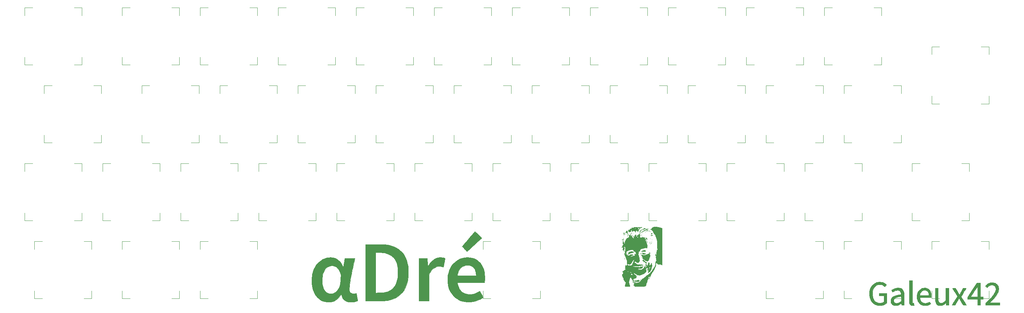
<source format=gbr>
G04 #@! TF.GenerationSoftware,KiCad,Pcbnew,(5.1.9)-1*
G04 #@! TF.CreationDate,2021-04-17T14:31:48+02:00*
G04 #@! TF.ProjectId,isio42_pcb,6973696f-3432-45f7-9063-622e6b696361,rev?*
G04 #@! TF.SameCoordinates,Original*
G04 #@! TF.FileFunction,Legend,Top*
G04 #@! TF.FilePolarity,Positive*
%FSLAX46Y46*%
G04 Gerber Fmt 4.6, Leading zero omitted, Abs format (unit mm)*
G04 Created by KiCad (PCBNEW (5.1.9)-1) date 2021-04-17 14:31:48*
%MOMM*%
%LPD*%
G01*
G04 APERTURE LIST*
%ADD10C,0.010000*%
%ADD11C,0.100000*%
%ADD12C,0.120000*%
G04 APERTURE END LIST*
D10*
G36*
X262651510Y-101816615D02*
G01*
X262880119Y-101852512D01*
X263084070Y-101914889D01*
X263269021Y-102005829D01*
X263440632Y-102127417D01*
X263558534Y-102234537D01*
X263707634Y-102400091D01*
X263822466Y-102569776D01*
X263907059Y-102752195D01*
X263965441Y-102955951D01*
X264000432Y-103178377D01*
X264011384Y-103380119D01*
X263999655Y-103584322D01*
X263964225Y-103792721D01*
X263904076Y-104007052D01*
X263818185Y-104229053D01*
X263705534Y-104460459D01*
X263565102Y-104703006D01*
X263395868Y-104958431D01*
X263196814Y-105228470D01*
X262966918Y-105514859D01*
X262705161Y-105819334D01*
X262410522Y-106143632D01*
X262081981Y-106489489D01*
X262013675Y-106559800D01*
X261831666Y-106746517D01*
X261979833Y-106734959D01*
X262030206Y-106732412D01*
X262118168Y-106729516D01*
X262238976Y-106726368D01*
X262387887Y-106723066D01*
X262560159Y-106719706D01*
X262751048Y-106716388D01*
X262955814Y-106713207D01*
X263169713Y-106710262D01*
X263202208Y-106709848D01*
X264276416Y-106696295D01*
X264276416Y-107336166D01*
X260783916Y-107336166D01*
X260783916Y-106885556D01*
X261350125Y-106311679D01*
X261568097Y-106089865D01*
X261758876Y-105893682D01*
X261925842Y-105719478D01*
X262072375Y-105563603D01*
X262201854Y-105422404D01*
X262317658Y-105292230D01*
X262423167Y-105169431D01*
X262521762Y-105050353D01*
X262550758Y-105014485D01*
X262769588Y-104728080D01*
X262951002Y-104459000D01*
X263095455Y-104205653D01*
X263203402Y-103966444D01*
X263275299Y-103739778D01*
X263311599Y-103524063D01*
X263312757Y-103317703D01*
X263279228Y-103119105D01*
X263211466Y-102926675D01*
X263170329Y-102842427D01*
X263069731Y-102693059D01*
X262941768Y-102573869D01*
X262784899Y-102483877D01*
X262597585Y-102422099D01*
X262474173Y-102398779D01*
X262278199Y-102386749D01*
X262087681Y-102409711D01*
X261899584Y-102468913D01*
X261710874Y-102565605D01*
X261518520Y-102701037D01*
X261323149Y-102872936D01*
X261151724Y-103037511D01*
X260945424Y-102830434D01*
X260739123Y-102623356D01*
X260939447Y-102431846D01*
X261154932Y-102241054D01*
X261364521Y-102088386D01*
X261574096Y-101971303D01*
X261789542Y-101887268D01*
X262016742Y-101833744D01*
X262261581Y-101808191D01*
X262392583Y-101805112D01*
X262651510Y-101816615D01*
G37*
X262651510Y-101816615D02*
X262880119Y-101852512D01*
X263084070Y-101914889D01*
X263269021Y-102005829D01*
X263440632Y-102127417D01*
X263558534Y-102234537D01*
X263707634Y-102400091D01*
X263822466Y-102569776D01*
X263907059Y-102752195D01*
X263965441Y-102955951D01*
X264000432Y-103178377D01*
X264011384Y-103380119D01*
X263999655Y-103584322D01*
X263964225Y-103792721D01*
X263904076Y-104007052D01*
X263818185Y-104229053D01*
X263705534Y-104460459D01*
X263565102Y-104703006D01*
X263395868Y-104958431D01*
X263196814Y-105228470D01*
X262966918Y-105514859D01*
X262705161Y-105819334D01*
X262410522Y-106143632D01*
X262081981Y-106489489D01*
X262013675Y-106559800D01*
X261831666Y-106746517D01*
X261979833Y-106734959D01*
X262030206Y-106732412D01*
X262118168Y-106729516D01*
X262238976Y-106726368D01*
X262387887Y-106723066D01*
X262560159Y-106719706D01*
X262751048Y-106716388D01*
X262955814Y-106713207D01*
X263169713Y-106710262D01*
X263202208Y-106709848D01*
X264276416Y-106696295D01*
X264276416Y-107336166D01*
X260783916Y-107336166D01*
X260783916Y-106885556D01*
X261350125Y-106311679D01*
X261568097Y-106089865D01*
X261758876Y-105893682D01*
X261925842Y-105719478D01*
X262072375Y-105563603D01*
X262201854Y-105422404D01*
X262317658Y-105292230D01*
X262423167Y-105169431D01*
X262521762Y-105050353D01*
X262550758Y-105014485D01*
X262769588Y-104728080D01*
X262951002Y-104459000D01*
X263095455Y-104205653D01*
X263203402Y-103966444D01*
X263275299Y-103739778D01*
X263311599Y-103524063D01*
X263312757Y-103317703D01*
X263279228Y-103119105D01*
X263211466Y-102926675D01*
X263170329Y-102842427D01*
X263069731Y-102693059D01*
X262941768Y-102573869D01*
X262784899Y-102483877D01*
X262597585Y-102422099D01*
X262474173Y-102398779D01*
X262278199Y-102386749D01*
X262087681Y-102409711D01*
X261899584Y-102468913D01*
X261710874Y-102565605D01*
X261518520Y-102701037D01*
X261323149Y-102872936D01*
X261151724Y-103037511D01*
X260945424Y-102830434D01*
X260739123Y-102623356D01*
X260939447Y-102431846D01*
X261154932Y-102241054D01*
X261364521Y-102088386D01*
X261574096Y-101971303D01*
X261789542Y-101887268D01*
X262016742Y-101833744D01*
X262261581Y-101808191D01*
X262392583Y-101805112D01*
X262651510Y-101816615D01*
G36*
X259492750Y-105261833D02*
G01*
X260233583Y-105261833D01*
X260233583Y-105833333D01*
X259492750Y-105833333D01*
X259492750Y-107336166D01*
X258815416Y-107336166D01*
X258815416Y-105833333D01*
X256381250Y-105833333D01*
X256381250Y-105359516D01*
X256446581Y-105261833D01*
X257139534Y-105261833D01*
X258815416Y-105261833D01*
X258816638Y-104208791D01*
X258817247Y-103991805D01*
X258818518Y-103779774D01*
X258820372Y-103578051D01*
X258822731Y-103391990D01*
X258825516Y-103226945D01*
X258828650Y-103088268D01*
X258832054Y-102981314D01*
X258835585Y-102912333D01*
X258842009Y-102815733D01*
X258846163Y-102735941D01*
X258847673Y-102681613D01*
X258846370Y-102661520D01*
X258834062Y-102674664D01*
X258809095Y-102716290D01*
X258782565Y-102766340D01*
X258731223Y-102860868D01*
X258657755Y-102986199D01*
X258564581Y-103138645D01*
X258454118Y-103314516D01*
X258328785Y-103510126D01*
X258191002Y-103721784D01*
X258043186Y-103945801D01*
X257887756Y-104178490D01*
X257727130Y-104416162D01*
X257563728Y-104655128D01*
X257399968Y-104891699D01*
X257238267Y-105122186D01*
X257233069Y-105129541D01*
X257139534Y-105261833D01*
X256446581Y-105261833D01*
X257539363Y-103627924D01*
X258697477Y-101896333D01*
X259492750Y-101896333D01*
X259492750Y-105261833D01*
G37*
X259492750Y-105261833D02*
X260233583Y-105261833D01*
X260233583Y-105833333D01*
X259492750Y-105833333D01*
X259492750Y-107336166D01*
X258815416Y-107336166D01*
X258815416Y-105833333D01*
X256381250Y-105833333D01*
X256381250Y-105359516D01*
X256446581Y-105261833D01*
X257139534Y-105261833D01*
X258815416Y-105261833D01*
X258816638Y-104208791D01*
X258817247Y-103991805D01*
X258818518Y-103779774D01*
X258820372Y-103578051D01*
X258822731Y-103391990D01*
X258825516Y-103226945D01*
X258828650Y-103088268D01*
X258832054Y-102981314D01*
X258835585Y-102912333D01*
X258842009Y-102815733D01*
X258846163Y-102735941D01*
X258847673Y-102681613D01*
X258846370Y-102661520D01*
X258834062Y-102674664D01*
X258809095Y-102716290D01*
X258782565Y-102766340D01*
X258731223Y-102860868D01*
X258657755Y-102986199D01*
X258564581Y-103138645D01*
X258454118Y-103314516D01*
X258328785Y-103510126D01*
X258191002Y-103721784D01*
X258043186Y-103945801D01*
X257887756Y-104178490D01*
X257727130Y-104416162D01*
X257563728Y-104655128D01*
X257399968Y-104891699D01*
X257238267Y-105122186D01*
X257233069Y-105129541D01*
X257139534Y-105261833D01*
X256446581Y-105261833D01*
X257539363Y-103627924D01*
X258697477Y-101896333D01*
X259492750Y-101896333D01*
X259492750Y-105261833D01*
G36*
X255810746Y-103187897D02*
G01*
X255908222Y-103189412D01*
X255974101Y-103192524D01*
X256013748Y-103197715D01*
X256032529Y-103205465D01*
X256035810Y-103216256D01*
X256034780Y-103219636D01*
X256021686Y-103243339D01*
X255988559Y-103299720D01*
X255937466Y-103385350D01*
X255870476Y-103496802D01*
X255789656Y-103630648D01*
X255697074Y-103783459D01*
X255594799Y-103951808D01*
X255484898Y-104132266D01*
X255425060Y-104230345D01*
X255312303Y-104415640D01*
X255206514Y-104590623D01*
X255109715Y-104751873D01*
X255023925Y-104895972D01*
X254951164Y-105019499D01*
X254893451Y-105119035D01*
X254852808Y-105191160D01*
X254831255Y-105232455D01*
X254828261Y-105240666D01*
X254839566Y-105263832D01*
X254871897Y-105319231D01*
X254923209Y-105403600D01*
X254991457Y-105513677D01*
X255074599Y-105646201D01*
X255170589Y-105797909D01*
X255277382Y-105965539D01*
X255392935Y-106145829D01*
X255488633Y-106294386D01*
X255609427Y-106481658D01*
X255723080Y-106658181D01*
X255827557Y-106820778D01*
X255920828Y-106966271D01*
X256000861Y-107091480D01*
X256065622Y-107193228D01*
X256113081Y-107268337D01*
X256141204Y-107313629D01*
X256148416Y-107326261D01*
X256128356Y-107329381D01*
X256072596Y-107332046D01*
X255987770Y-107334095D01*
X255880512Y-107335366D01*
X255762125Y-107335703D01*
X255375833Y-107335239D01*
X255071860Y-106848350D01*
X254979390Y-106699703D01*
X254883542Y-106544682D01*
X254789897Y-106392381D01*
X254704040Y-106251899D01*
X254631554Y-106132333D01*
X254594728Y-106070938D01*
X254530920Y-105964601D01*
X254470191Y-105864690D01*
X254417821Y-105779801D01*
X254379091Y-105718530D01*
X254366628Y-105699638D01*
X254311686Y-105618859D01*
X254238165Y-105741971D01*
X254197099Y-105812320D01*
X254143568Y-105906240D01*
X254085297Y-106010095D01*
X254042562Y-106087333D01*
X253998208Y-106166976D01*
X253936906Y-106275474D01*
X253863053Y-106405126D01*
X253781049Y-106548228D01*
X253695293Y-106697080D01*
X253622445Y-106822875D01*
X253324410Y-107336166D01*
X252956861Y-107336166D01*
X252820144Y-107335580D01*
X252720797Y-107333564D01*
X252653868Y-107329731D01*
X252614407Y-107323694D01*
X252597463Y-107315066D01*
X252596156Y-107307979D01*
X252608343Y-107285365D01*
X252641041Y-107230128D01*
X252692259Y-107145505D01*
X252760005Y-107034730D01*
X252842289Y-106901040D01*
X252937120Y-106747670D01*
X253042507Y-106577855D01*
X253156459Y-106394831D01*
X253264911Y-106221142D01*
X253926823Y-105162491D01*
X253312536Y-104192904D01*
X253196769Y-104009857D01*
X253088121Y-103837443D01*
X252988659Y-103678988D01*
X252900452Y-103537816D01*
X252825569Y-103417254D01*
X252766079Y-103320626D01*
X252724050Y-103251258D01*
X252701551Y-103212475D01*
X252698250Y-103205408D01*
X252718300Y-103199677D01*
X252773988Y-103194705D01*
X252858624Y-103190808D01*
X252965513Y-103188303D01*
X253077714Y-103187500D01*
X253457179Y-103187500D01*
X253761516Y-103690208D01*
X253846198Y-103830556D01*
X253928079Y-103967131D01*
X254003255Y-104093356D01*
X254067823Y-104202653D01*
X254117877Y-104288445D01*
X254147823Y-104341083D01*
X254202905Y-104437422D01*
X254267100Y-104545021D01*
X254323801Y-104636289D01*
X254357126Y-104689655D01*
X254383141Y-104728386D01*
X254405489Y-104749656D01*
X254427814Y-104750639D01*
X254453762Y-104728508D01*
X254486975Y-104680437D01*
X254531100Y-104603599D01*
X254589778Y-104495169D01*
X254649845Y-104383416D01*
X254713594Y-104265744D01*
X254791614Y-104122441D01*
X254877671Y-103964913D01*
X254965532Y-103804565D01*
X255048965Y-103652804D01*
X255063347Y-103626708D01*
X255305502Y-103187499D01*
X255676307Y-103187499D01*
X255810746Y-103187897D01*
G37*
X255810746Y-103187897D02*
X255908222Y-103189412D01*
X255974101Y-103192524D01*
X256013748Y-103197715D01*
X256032529Y-103205465D01*
X256035810Y-103216256D01*
X256034780Y-103219636D01*
X256021686Y-103243339D01*
X255988559Y-103299720D01*
X255937466Y-103385350D01*
X255870476Y-103496802D01*
X255789656Y-103630648D01*
X255697074Y-103783459D01*
X255594799Y-103951808D01*
X255484898Y-104132266D01*
X255425060Y-104230345D01*
X255312303Y-104415640D01*
X255206514Y-104590623D01*
X255109715Y-104751873D01*
X255023925Y-104895972D01*
X254951164Y-105019499D01*
X254893451Y-105119035D01*
X254852808Y-105191160D01*
X254831255Y-105232455D01*
X254828261Y-105240666D01*
X254839566Y-105263832D01*
X254871897Y-105319231D01*
X254923209Y-105403600D01*
X254991457Y-105513677D01*
X255074599Y-105646201D01*
X255170589Y-105797909D01*
X255277382Y-105965539D01*
X255392935Y-106145829D01*
X255488633Y-106294386D01*
X255609427Y-106481658D01*
X255723080Y-106658181D01*
X255827557Y-106820778D01*
X255920828Y-106966271D01*
X256000861Y-107091480D01*
X256065622Y-107193228D01*
X256113081Y-107268337D01*
X256141204Y-107313629D01*
X256148416Y-107326261D01*
X256128356Y-107329381D01*
X256072596Y-107332046D01*
X255987770Y-107334095D01*
X255880512Y-107335366D01*
X255762125Y-107335703D01*
X255375833Y-107335239D01*
X255071860Y-106848350D01*
X254979390Y-106699703D01*
X254883542Y-106544682D01*
X254789897Y-106392381D01*
X254704040Y-106251899D01*
X254631554Y-106132333D01*
X254594728Y-106070938D01*
X254530920Y-105964601D01*
X254470191Y-105864690D01*
X254417821Y-105779801D01*
X254379091Y-105718530D01*
X254366628Y-105699638D01*
X254311686Y-105618859D01*
X254238165Y-105741971D01*
X254197099Y-105812320D01*
X254143568Y-105906240D01*
X254085297Y-106010095D01*
X254042562Y-106087333D01*
X253998208Y-106166976D01*
X253936906Y-106275474D01*
X253863053Y-106405126D01*
X253781049Y-106548228D01*
X253695293Y-106697080D01*
X253622445Y-106822875D01*
X253324410Y-107336166D01*
X252956861Y-107336166D01*
X252820144Y-107335580D01*
X252720797Y-107333564D01*
X252653868Y-107329731D01*
X252614407Y-107323694D01*
X252597463Y-107315066D01*
X252596156Y-107307979D01*
X252608343Y-107285365D01*
X252641041Y-107230128D01*
X252692259Y-107145505D01*
X252760005Y-107034730D01*
X252842289Y-106901040D01*
X252937120Y-106747670D01*
X253042507Y-106577855D01*
X253156459Y-106394831D01*
X253264911Y-106221142D01*
X253926823Y-105162491D01*
X253312536Y-104192904D01*
X253196769Y-104009857D01*
X253088121Y-103837443D01*
X252988659Y-103678988D01*
X252900452Y-103537816D01*
X252825569Y-103417254D01*
X252766079Y-103320626D01*
X252724050Y-103251258D01*
X252701551Y-103212475D01*
X252698250Y-103205408D01*
X252718300Y-103199677D01*
X252773988Y-103194705D01*
X252858624Y-103190808D01*
X252965513Y-103188303D01*
X253077714Y-103187500D01*
X253457179Y-103187500D01*
X253761516Y-103690208D01*
X253846198Y-103830556D01*
X253928079Y-103967131D01*
X254003255Y-104093356D01*
X254067823Y-104202653D01*
X254117877Y-104288445D01*
X254147823Y-104341083D01*
X254202905Y-104437422D01*
X254267100Y-104545021D01*
X254323801Y-104636289D01*
X254357126Y-104689655D01*
X254383141Y-104728386D01*
X254405489Y-104749656D01*
X254427814Y-104750639D01*
X254453762Y-104728508D01*
X254486975Y-104680437D01*
X254531100Y-104603599D01*
X254589778Y-104495169D01*
X254649845Y-104383416D01*
X254713594Y-104265744D01*
X254791614Y-104122441D01*
X254877671Y-103964913D01*
X254965532Y-103804565D01*
X255048965Y-103652804D01*
X255063347Y-103626708D01*
X255305502Y-103187499D01*
X255676307Y-103187499D01*
X255810746Y-103187897D01*
G36*
X249205923Y-104515708D02*
G01*
X249206183Y-104818252D01*
X249206986Y-105081808D01*
X249208491Y-105309720D01*
X249210860Y-105505331D01*
X249214253Y-105671984D01*
X249218831Y-105813024D01*
X249224754Y-105931792D01*
X249232182Y-106031634D01*
X249241277Y-106115893D01*
X249252199Y-106187912D01*
X249265109Y-106251035D01*
X249280166Y-106308605D01*
X249294194Y-106353909D01*
X249363620Y-106503460D01*
X249462634Y-106624712D01*
X249588074Y-106716189D01*
X249736776Y-106776417D01*
X249905579Y-106803920D01*
X250091320Y-106797222D01*
X250202679Y-106777732D01*
X250314139Y-106747406D01*
X250415021Y-106706375D01*
X250512846Y-106649766D01*
X250615134Y-106572709D01*
X250729406Y-106470331D01*
X250830291Y-106371185D01*
X251068416Y-106130792D01*
X251068416Y-103187500D01*
X251788083Y-103187500D01*
X251788083Y-107336166D01*
X251492153Y-107336166D01*
X251375033Y-107335918D01*
X251293492Y-107334472D01*
X251240773Y-107330777D01*
X251210121Y-107323779D01*
X251194781Y-107312426D01*
X251187999Y-107295666D01*
X251186440Y-107288541D01*
X251181492Y-107252761D01*
X251174053Y-107185288D01*
X251165102Y-107096624D01*
X251155617Y-106997266D01*
X251146578Y-106897714D01*
X251138963Y-106808468D01*
X251133750Y-106740026D01*
X251131916Y-106703701D01*
X251118077Y-106709000D01*
X251080282Y-106739721D01*
X251024116Y-106790964D01*
X250955162Y-106857827D01*
X250946708Y-106866253D01*
X250797452Y-107003630D01*
X250638983Y-107128469D01*
X250480154Y-107234700D01*
X250329815Y-107316254D01*
X250232333Y-107356103D01*
X250123154Y-107383192D01*
X249985108Y-107402675D01*
X249831065Y-107414042D01*
X249673894Y-107416779D01*
X249526463Y-107410374D01*
X249401640Y-107394316D01*
X249380919Y-107389991D01*
X249239266Y-107345209D01*
X249095644Y-107277597D01*
X248964692Y-107195182D01*
X248861046Y-107105990D01*
X248858938Y-107103751D01*
X248746432Y-106955293D01*
X248652493Y-106771749D01*
X248578492Y-106556712D01*
X248525799Y-106313780D01*
X248507828Y-106182583D01*
X248503857Y-106125594D01*
X248500163Y-106029954D01*
X248496797Y-105899348D01*
X248493807Y-105737456D01*
X248491244Y-105547961D01*
X248489157Y-105334546D01*
X248487597Y-105100894D01*
X248486614Y-104850687D01*
X248486257Y-104589791D01*
X248486083Y-103187500D01*
X249205750Y-103187500D01*
X249205923Y-104515708D01*
G37*
X249205923Y-104515708D02*
X249206183Y-104818252D01*
X249206986Y-105081808D01*
X249208491Y-105309720D01*
X249210860Y-105505331D01*
X249214253Y-105671984D01*
X249218831Y-105813024D01*
X249224754Y-105931792D01*
X249232182Y-106031634D01*
X249241277Y-106115893D01*
X249252199Y-106187912D01*
X249265109Y-106251035D01*
X249280166Y-106308605D01*
X249294194Y-106353909D01*
X249363620Y-106503460D01*
X249462634Y-106624712D01*
X249588074Y-106716189D01*
X249736776Y-106776417D01*
X249905579Y-106803920D01*
X250091320Y-106797222D01*
X250202679Y-106777732D01*
X250314139Y-106747406D01*
X250415021Y-106706375D01*
X250512846Y-106649766D01*
X250615134Y-106572709D01*
X250729406Y-106470331D01*
X250830291Y-106371185D01*
X251068416Y-106130792D01*
X251068416Y-103187500D01*
X251788083Y-103187500D01*
X251788083Y-107336166D01*
X251492153Y-107336166D01*
X251375033Y-107335918D01*
X251293492Y-107334472D01*
X251240773Y-107330777D01*
X251210121Y-107323779D01*
X251194781Y-107312426D01*
X251187999Y-107295666D01*
X251186440Y-107288541D01*
X251181492Y-107252761D01*
X251174053Y-107185288D01*
X251165102Y-107096624D01*
X251155617Y-106997266D01*
X251146578Y-106897714D01*
X251138963Y-106808468D01*
X251133750Y-106740026D01*
X251131916Y-106703701D01*
X251118077Y-106709000D01*
X251080282Y-106739721D01*
X251024116Y-106790964D01*
X250955162Y-106857827D01*
X250946708Y-106866253D01*
X250797452Y-107003630D01*
X250638983Y-107128469D01*
X250480154Y-107234700D01*
X250329815Y-107316254D01*
X250232333Y-107356103D01*
X250123154Y-107383192D01*
X249985108Y-107402675D01*
X249831065Y-107414042D01*
X249673894Y-107416779D01*
X249526463Y-107410374D01*
X249401640Y-107394316D01*
X249380919Y-107389991D01*
X249239266Y-107345209D01*
X249095644Y-107277597D01*
X248964692Y-107195182D01*
X248861046Y-107105990D01*
X248858938Y-107103751D01*
X248746432Y-106955293D01*
X248652493Y-106771749D01*
X248578492Y-106556712D01*
X248525799Y-106313780D01*
X248507828Y-106182583D01*
X248503857Y-106125594D01*
X248500163Y-106029954D01*
X248496797Y-105899348D01*
X248493807Y-105737456D01*
X248491244Y-105547961D01*
X248489157Y-105334546D01*
X248487597Y-105100894D01*
X248486614Y-104850687D01*
X248486257Y-104589791D01*
X248486083Y-103187500D01*
X249205750Y-103187500D01*
X249205923Y-104515708D01*
G36*
X246159947Y-103107496D02*
G01*
X246319089Y-103133168D01*
X246357605Y-103142634D01*
X246599083Y-103227587D01*
X246814081Y-103345534D01*
X247002945Y-103496719D01*
X247166020Y-103681387D01*
X247213349Y-103748391D01*
X247335439Y-103966105D01*
X247431276Y-104212521D01*
X247499612Y-104482181D01*
X247539196Y-104769627D01*
X247548782Y-105069403D01*
X247543847Y-105193041D01*
X247529407Y-105431166D01*
X244747150Y-105431166D01*
X244763506Y-105567020D01*
X244811955Y-105823876D01*
X244891649Y-106057153D01*
X245000868Y-106264699D01*
X245137895Y-106444362D01*
X245301013Y-106593991D01*
X245488503Y-106711433D01*
X245698650Y-106794537D01*
X245755583Y-106809957D01*
X245856732Y-106826579D01*
X245985890Y-106835768D01*
X246129423Y-106837701D01*
X246273696Y-106832553D01*
X246405074Y-106820503D01*
X246509922Y-106801727D01*
X246516180Y-106800094D01*
X246693691Y-106741442D01*
X246878316Y-106661097D01*
X247010639Y-106590820D01*
X247069242Y-106558262D01*
X247112776Y-106536838D01*
X247127621Y-106531833D01*
X247142359Y-106549165D01*
X247171753Y-106595350D01*
X247210954Y-106661667D01*
X247255110Y-106739395D01*
X247299373Y-106819816D01*
X247338893Y-106894210D01*
X247368819Y-106953856D01*
X247384303Y-106990035D01*
X247385416Y-106995345D01*
X247367419Y-107012133D01*
X247318501Y-107042545D01*
X247246273Y-107082670D01*
X247158345Y-107128600D01*
X247062328Y-107176422D01*
X246965832Y-107222228D01*
X246876468Y-107262106D01*
X246824774Y-107283404D01*
X246610455Y-107350653D01*
X246371717Y-107396172D01*
X246121028Y-107419007D01*
X245870854Y-107418207D01*
X245633660Y-107392819D01*
X245564335Y-107379727D01*
X245295350Y-107302356D01*
X245047559Y-107189218D01*
X244822684Y-107042135D01*
X244622444Y-106862929D01*
X244448561Y-106653421D01*
X244302754Y-106415433D01*
X244186744Y-106150787D01*
X244102251Y-105861305D01*
X244093841Y-105822750D01*
X244069281Y-105669017D01*
X244052869Y-105488810D01*
X244045143Y-105297302D01*
X244046641Y-105109661D01*
X244057901Y-104941058D01*
X244061491Y-104910005D01*
X244062792Y-104903041D01*
X244739583Y-104903041D01*
X244760405Y-104907659D01*
X244821498Y-104911750D01*
X244920803Y-104915277D01*
X245056260Y-104918203D01*
X245225810Y-104920488D01*
X245427394Y-104922096D01*
X245658952Y-104922988D01*
X245832577Y-104923166D01*
X246925571Y-104923166D01*
X246910997Y-104743551D01*
X246875636Y-104498391D01*
X246812173Y-104282421D01*
X246721388Y-104096645D01*
X246604062Y-103942066D01*
X246460977Y-103819686D01*
X246292913Y-103730510D01*
X246100652Y-103675540D01*
X246076213Y-103671326D01*
X245872494Y-103658652D01*
X245676541Y-103685664D01*
X245491168Y-103750007D01*
X245319193Y-103849324D01*
X245163431Y-103981258D01*
X245026699Y-104143454D01*
X244911812Y-104333555D01*
X244821588Y-104549204D01*
X244762254Y-104770750D01*
X244749531Y-104837192D01*
X244741305Y-104886849D01*
X244739583Y-104903041D01*
X244062792Y-104903041D01*
X244117709Y-104609173D01*
X244207065Y-104327847D01*
X244327575Y-104068503D01*
X244477259Y-103833617D01*
X244654136Y-103625666D01*
X244856223Y-103447125D01*
X245081539Y-103300471D01*
X245328103Y-103188180D01*
X245477545Y-103140457D01*
X245625256Y-103111796D01*
X245798148Y-103096773D01*
X245981339Y-103095352D01*
X246159947Y-103107496D01*
G37*
X246159947Y-103107496D02*
X246319089Y-103133168D01*
X246357605Y-103142634D01*
X246599083Y-103227587D01*
X246814081Y-103345534D01*
X247002945Y-103496719D01*
X247166020Y-103681387D01*
X247213349Y-103748391D01*
X247335439Y-103966105D01*
X247431276Y-104212521D01*
X247499612Y-104482181D01*
X247539196Y-104769627D01*
X247548782Y-105069403D01*
X247543847Y-105193041D01*
X247529407Y-105431166D01*
X244747150Y-105431166D01*
X244763506Y-105567020D01*
X244811955Y-105823876D01*
X244891649Y-106057153D01*
X245000868Y-106264699D01*
X245137895Y-106444362D01*
X245301013Y-106593991D01*
X245488503Y-106711433D01*
X245698650Y-106794537D01*
X245755583Y-106809957D01*
X245856732Y-106826579D01*
X245985890Y-106835768D01*
X246129423Y-106837701D01*
X246273696Y-106832553D01*
X246405074Y-106820503D01*
X246509922Y-106801727D01*
X246516180Y-106800094D01*
X246693691Y-106741442D01*
X246878316Y-106661097D01*
X247010639Y-106590820D01*
X247069242Y-106558262D01*
X247112776Y-106536838D01*
X247127621Y-106531833D01*
X247142359Y-106549165D01*
X247171753Y-106595350D01*
X247210954Y-106661667D01*
X247255110Y-106739395D01*
X247299373Y-106819816D01*
X247338893Y-106894210D01*
X247368819Y-106953856D01*
X247384303Y-106990035D01*
X247385416Y-106995345D01*
X247367419Y-107012133D01*
X247318501Y-107042545D01*
X247246273Y-107082670D01*
X247158345Y-107128600D01*
X247062328Y-107176422D01*
X246965832Y-107222228D01*
X246876468Y-107262106D01*
X246824774Y-107283404D01*
X246610455Y-107350653D01*
X246371717Y-107396172D01*
X246121028Y-107419007D01*
X245870854Y-107418207D01*
X245633660Y-107392819D01*
X245564335Y-107379727D01*
X245295350Y-107302356D01*
X245047559Y-107189218D01*
X244822684Y-107042135D01*
X244622444Y-106862929D01*
X244448561Y-106653421D01*
X244302754Y-106415433D01*
X244186744Y-106150787D01*
X244102251Y-105861305D01*
X244093841Y-105822750D01*
X244069281Y-105669017D01*
X244052869Y-105488810D01*
X244045143Y-105297302D01*
X244046641Y-105109661D01*
X244057901Y-104941058D01*
X244061491Y-104910005D01*
X244062792Y-104903041D01*
X244739583Y-104903041D01*
X244760405Y-104907659D01*
X244821498Y-104911750D01*
X244920803Y-104915277D01*
X245056260Y-104918203D01*
X245225810Y-104920488D01*
X245427394Y-104922096D01*
X245658952Y-104922988D01*
X245832577Y-104923166D01*
X246925571Y-104923166D01*
X246910997Y-104743551D01*
X246875636Y-104498391D01*
X246812173Y-104282421D01*
X246721388Y-104096645D01*
X246604062Y-103942066D01*
X246460977Y-103819686D01*
X246292913Y-103730510D01*
X246100652Y-103675540D01*
X246076213Y-103671326D01*
X245872494Y-103658652D01*
X245676541Y-103685664D01*
X245491168Y-103750007D01*
X245319193Y-103849324D01*
X245163431Y-103981258D01*
X245026699Y-104143454D01*
X244911812Y-104333555D01*
X244821588Y-104549204D01*
X244762254Y-104770750D01*
X244749531Y-104837192D01*
X244741305Y-104886849D01*
X244739583Y-104903041D01*
X244062792Y-104903041D01*
X244117709Y-104609173D01*
X244207065Y-104327847D01*
X244327575Y-104068503D01*
X244477259Y-103833617D01*
X244654136Y-103625666D01*
X244856223Y-103447125D01*
X245081539Y-103300471D01*
X245328103Y-103188180D01*
X245477545Y-103140457D01*
X245625256Y-103111796D01*
X245798148Y-103096773D01*
X245981339Y-103095352D01*
X246159947Y-103107496D01*
G36*
X242903138Y-104004251D02*
G01*
X242908666Y-106726003D01*
X242970171Y-106778905D01*
X243018379Y-106812496D01*
X243070122Y-106825619D01*
X243134226Y-106824695D01*
X243193696Y-106820582D01*
X243231157Y-106818014D01*
X243237682Y-106817583D01*
X243241553Y-106837119D01*
X243251494Y-106890544D01*
X243266073Y-106970083D01*
X243283857Y-107067962D01*
X243287060Y-107085667D01*
X243335532Y-107353750D01*
X243280849Y-107380586D01*
X243228178Y-107395126D01*
X243144622Y-107405769D01*
X243041467Y-107412319D01*
X242929999Y-107414583D01*
X242821503Y-107412366D01*
X242727266Y-107405474D01*
X242658573Y-107393712D01*
X242650945Y-107391442D01*
X242511305Y-107330028D01*
X242399794Y-107243467D01*
X242311870Y-107127000D01*
X242242990Y-106975865D01*
X242236397Y-106956968D01*
X242189000Y-106817583D01*
X242183177Y-104050041D01*
X242177355Y-101282500D01*
X242897609Y-101282500D01*
X242903138Y-104004251D01*
G37*
X242903138Y-104004251D02*
X242908666Y-106726003D01*
X242970171Y-106778905D01*
X243018379Y-106812496D01*
X243070122Y-106825619D01*
X243134226Y-106824695D01*
X243193696Y-106820582D01*
X243231157Y-106818014D01*
X243237682Y-106817583D01*
X243241553Y-106837119D01*
X243251494Y-106890544D01*
X243266073Y-106970083D01*
X243283857Y-107067962D01*
X243287060Y-107085667D01*
X243335532Y-107353750D01*
X243280849Y-107380586D01*
X243228178Y-107395126D01*
X243144622Y-107405769D01*
X243041467Y-107412319D01*
X242929999Y-107414583D01*
X242821503Y-107412366D01*
X242727266Y-107405474D01*
X242658573Y-107393712D01*
X242650945Y-107391442D01*
X242511305Y-107330028D01*
X242399794Y-107243467D01*
X242311870Y-107127000D01*
X242242990Y-106975865D01*
X242236397Y-106956968D01*
X242189000Y-106817583D01*
X242183177Y-104050041D01*
X242177355Y-101282500D01*
X242897609Y-101282500D01*
X242903138Y-104004251D01*
G36*
X239653661Y-103099557D02*
G01*
X239807924Y-103115111D01*
X239943116Y-103143307D01*
X240070477Y-103186429D01*
X240189144Y-103240615D01*
X240358389Y-103349232D01*
X240507550Y-103493271D01*
X240635144Y-103670120D01*
X240739685Y-103877173D01*
X240819688Y-104111821D01*
X240873670Y-104371454D01*
X240885789Y-104464577D01*
X240890520Y-104529574D01*
X240894795Y-104633881D01*
X240898569Y-104774474D01*
X240901799Y-104948331D01*
X240904440Y-105152430D01*
X240906447Y-105383749D01*
X240907776Y-105639266D01*
X240908382Y-105915957D01*
X240908416Y-106001832D01*
X240908416Y-107336166D01*
X240612486Y-107336166D01*
X240495359Y-107335916D01*
X240413798Y-107334465D01*
X240361036Y-107330759D01*
X240330306Y-107323747D01*
X240314840Y-107312376D01*
X240307871Y-107295594D01*
X240306251Y-107288541D01*
X240300115Y-107250866D01*
X240291016Y-107184386D01*
X240280417Y-107101175D01*
X240269786Y-107013306D01*
X240260589Y-106932853D01*
X240254290Y-106871888D01*
X240252309Y-106844236D01*
X240236555Y-106849563D01*
X240193887Y-106876009D01*
X240131122Y-106919112D01*
X240067041Y-106965527D01*
X239902244Y-107079451D01*
X239731628Y-107183079D01*
X239565528Y-107270732D01*
X239414276Y-107336728D01*
X239352666Y-107358209D01*
X239231951Y-107386412D01*
X239085879Y-107405612D01*
X238927401Y-107415447D01*
X238769464Y-107415558D01*
X238625019Y-107405584D01*
X238507014Y-107385166D01*
X238495416Y-107382045D01*
X238402621Y-107351819D01*
X238307358Y-107314554D01*
X238250747Y-107288446D01*
X238067839Y-107174529D01*
X237919672Y-107037194D01*
X237805866Y-106875781D01*
X237726043Y-106689626D01*
X237679824Y-106478069D01*
X237666646Y-106267250D01*
X237669468Y-106204691D01*
X238360720Y-106204691D01*
X238375452Y-106371512D01*
X238420880Y-106510973D01*
X238489610Y-106616344D01*
X238601988Y-106715964D01*
X238742495Y-106788442D01*
X238905622Y-106832334D01*
X239085857Y-106846195D01*
X239277687Y-106828580D01*
X239290570Y-106826284D01*
X239450282Y-106783761D01*
X239613869Y-106712938D01*
X239786182Y-106611180D01*
X239972073Y-106475854D01*
X240045875Y-106416245D01*
X240188750Y-106298068D01*
X240188750Y-105737617D01*
X240188055Y-105581196D01*
X240186082Y-105443521D01*
X240182997Y-105329462D01*
X240178965Y-105243892D01*
X240174155Y-105191680D01*
X240169622Y-105177166D01*
X240143058Y-105180531D01*
X240082485Y-105189806D01*
X239995621Y-105203762D01*
X239890184Y-105221169D01*
X239830961Y-105231112D01*
X239516520Y-105292027D01*
X239242449Y-105362150D01*
X239007643Y-105442211D01*
X238810993Y-105532945D01*
X238651395Y-105635084D01*
X238527743Y-105749359D01*
X238438929Y-105876505D01*
X238383848Y-106017252D01*
X238361393Y-106172335D01*
X238360720Y-106204691D01*
X237669468Y-106204691D01*
X237675739Y-106065699D01*
X237705461Y-105893759D01*
X237759373Y-105742296D01*
X237841039Y-105602179D01*
X237954020Y-105464276D01*
X237997638Y-105418853D01*
X238139683Y-105294337D01*
X238307591Y-105182514D01*
X238504130Y-105082261D01*
X238732074Y-104992454D01*
X238994192Y-104911971D01*
X239293255Y-104839689D01*
X239553750Y-104788318D01*
X239673425Y-104767487D01*
X239791991Y-104748284D01*
X239896264Y-104732756D01*
X239973060Y-104722953D01*
X239977083Y-104722532D01*
X240073344Y-104712307D01*
X240134710Y-104701682D01*
X240168300Y-104685096D01*
X240181237Y-104656988D01*
X240180642Y-104611797D01*
X240176005Y-104567193D01*
X240139250Y-104341449D01*
X240080145Y-104151032D01*
X239997728Y-103994738D01*
X239891039Y-103871360D01*
X239759116Y-103779695D01*
X239600999Y-103718536D01*
X239479656Y-103693988D01*
X239270214Y-103684504D01*
X239044817Y-103712397D01*
X238805972Y-103776950D01*
X238556186Y-103877445D01*
X238297963Y-104013163D01*
X238235803Y-104050412D01*
X238173661Y-104086761D01*
X238127274Y-104110589D01*
X238106528Y-104116826D01*
X238106452Y-104116748D01*
X238093967Y-104096067D01*
X238065060Y-104045593D01*
X238023832Y-103972555D01*
X237974385Y-103884186D01*
X237966144Y-103869394D01*
X237912014Y-103771407D01*
X237876452Y-103703520D01*
X237857148Y-103659007D01*
X237851792Y-103631139D01*
X237858077Y-103613190D01*
X237873245Y-103598785D01*
X237916949Y-103570860D01*
X237991582Y-103530127D01*
X238089135Y-103480390D01*
X238201599Y-103425451D01*
X238320965Y-103369115D01*
X238439225Y-103315185D01*
X238548368Y-103267463D01*
X238640387Y-103229754D01*
X238685916Y-103212865D01*
X238859440Y-103159514D01*
X239027950Y-103123425D01*
X239205478Y-103102474D01*
X239406059Y-103094539D01*
X239469083Y-103094363D01*
X239653661Y-103099557D01*
G37*
X239653661Y-103099557D02*
X239807924Y-103115111D01*
X239943116Y-103143307D01*
X240070477Y-103186429D01*
X240189144Y-103240615D01*
X240358389Y-103349232D01*
X240507550Y-103493271D01*
X240635144Y-103670120D01*
X240739685Y-103877173D01*
X240819688Y-104111821D01*
X240873670Y-104371454D01*
X240885789Y-104464577D01*
X240890520Y-104529574D01*
X240894795Y-104633881D01*
X240898569Y-104774474D01*
X240901799Y-104948331D01*
X240904440Y-105152430D01*
X240906447Y-105383749D01*
X240907776Y-105639266D01*
X240908382Y-105915957D01*
X240908416Y-106001832D01*
X240908416Y-107336166D01*
X240612486Y-107336166D01*
X240495359Y-107335916D01*
X240413798Y-107334465D01*
X240361036Y-107330759D01*
X240330306Y-107323747D01*
X240314840Y-107312376D01*
X240307871Y-107295594D01*
X240306251Y-107288541D01*
X240300115Y-107250866D01*
X240291016Y-107184386D01*
X240280417Y-107101175D01*
X240269786Y-107013306D01*
X240260589Y-106932853D01*
X240254290Y-106871888D01*
X240252309Y-106844236D01*
X240236555Y-106849563D01*
X240193887Y-106876009D01*
X240131122Y-106919112D01*
X240067041Y-106965527D01*
X239902244Y-107079451D01*
X239731628Y-107183079D01*
X239565528Y-107270732D01*
X239414276Y-107336728D01*
X239352666Y-107358209D01*
X239231951Y-107386412D01*
X239085879Y-107405612D01*
X238927401Y-107415447D01*
X238769464Y-107415558D01*
X238625019Y-107405584D01*
X238507014Y-107385166D01*
X238495416Y-107382045D01*
X238402621Y-107351819D01*
X238307358Y-107314554D01*
X238250747Y-107288446D01*
X238067839Y-107174529D01*
X237919672Y-107037194D01*
X237805866Y-106875781D01*
X237726043Y-106689626D01*
X237679824Y-106478069D01*
X237666646Y-106267250D01*
X237669468Y-106204691D01*
X238360720Y-106204691D01*
X238375452Y-106371512D01*
X238420880Y-106510973D01*
X238489610Y-106616344D01*
X238601988Y-106715964D01*
X238742495Y-106788442D01*
X238905622Y-106832334D01*
X239085857Y-106846195D01*
X239277687Y-106828580D01*
X239290570Y-106826284D01*
X239450282Y-106783761D01*
X239613869Y-106712938D01*
X239786182Y-106611180D01*
X239972073Y-106475854D01*
X240045875Y-106416245D01*
X240188750Y-106298068D01*
X240188750Y-105737617D01*
X240188055Y-105581196D01*
X240186082Y-105443521D01*
X240182997Y-105329462D01*
X240178965Y-105243892D01*
X240174155Y-105191680D01*
X240169622Y-105177166D01*
X240143058Y-105180531D01*
X240082485Y-105189806D01*
X239995621Y-105203762D01*
X239890184Y-105221169D01*
X239830961Y-105231112D01*
X239516520Y-105292027D01*
X239242449Y-105362150D01*
X239007643Y-105442211D01*
X238810993Y-105532945D01*
X238651395Y-105635084D01*
X238527743Y-105749359D01*
X238438929Y-105876505D01*
X238383848Y-106017252D01*
X238361393Y-106172335D01*
X238360720Y-106204691D01*
X237669468Y-106204691D01*
X237675739Y-106065699D01*
X237705461Y-105893759D01*
X237759373Y-105742296D01*
X237841039Y-105602179D01*
X237954020Y-105464276D01*
X237997638Y-105418853D01*
X238139683Y-105294337D01*
X238307591Y-105182514D01*
X238504130Y-105082261D01*
X238732074Y-104992454D01*
X238994192Y-104911971D01*
X239293255Y-104839689D01*
X239553750Y-104788318D01*
X239673425Y-104767487D01*
X239791991Y-104748284D01*
X239896264Y-104732756D01*
X239973060Y-104722953D01*
X239977083Y-104722532D01*
X240073344Y-104712307D01*
X240134710Y-104701682D01*
X240168300Y-104685096D01*
X240181237Y-104656988D01*
X240180642Y-104611797D01*
X240176005Y-104567193D01*
X240139250Y-104341449D01*
X240080145Y-104151032D01*
X239997728Y-103994738D01*
X239891039Y-103871360D01*
X239759116Y-103779695D01*
X239600999Y-103718536D01*
X239479656Y-103693988D01*
X239270214Y-103684504D01*
X239044817Y-103712397D01*
X238805972Y-103776950D01*
X238556186Y-103877445D01*
X238297963Y-104013163D01*
X238235803Y-104050412D01*
X238173661Y-104086761D01*
X238127274Y-104110589D01*
X238106528Y-104116826D01*
X238106452Y-104116748D01*
X238093967Y-104096067D01*
X238065060Y-104045593D01*
X238023832Y-103972555D01*
X237974385Y-103884186D01*
X237966144Y-103869394D01*
X237912014Y-103771407D01*
X237876452Y-103703520D01*
X237857148Y-103659007D01*
X237851792Y-103631139D01*
X237858077Y-103613190D01*
X237873245Y-103598785D01*
X237916949Y-103570860D01*
X237991582Y-103530127D01*
X238089135Y-103480390D01*
X238201599Y-103425451D01*
X238320965Y-103369115D01*
X238439225Y-103315185D01*
X238548368Y-103267463D01*
X238640387Y-103229754D01*
X238685916Y-103212865D01*
X238859440Y-103159514D01*
X239027950Y-103123425D01*
X239205478Y-103102474D01*
X239406059Y-103094539D01*
X239469083Y-103094363D01*
X239653661Y-103099557D01*
G36*
X235326149Y-101671402D02*
G01*
X235618788Y-101734729D01*
X235896247Y-101835858D01*
X236156043Y-101973987D01*
X236395696Y-102148314D01*
X236500458Y-102242321D01*
X236548782Y-102291458D01*
X236581436Y-102330122D01*
X236590416Y-102346585D01*
X236577363Y-102368525D01*
X236541613Y-102415901D01*
X236488278Y-102482231D01*
X236422471Y-102561035D01*
X236406057Y-102580303D01*
X236337918Y-102660129D01*
X236280466Y-102727692D01*
X236238904Y-102776854D01*
X236218435Y-102801477D01*
X236217240Y-102803053D01*
X236200117Y-102793502D01*
X236157064Y-102762156D01*
X236094854Y-102714102D01*
X236030498Y-102662730D01*
X235826161Y-102515937D01*
X235620534Y-102404115D01*
X235419126Y-102330227D01*
X235405083Y-102326488D01*
X235281221Y-102304340D01*
X235130055Y-102292554D01*
X234965277Y-102290939D01*
X234800581Y-102299308D01*
X234649660Y-102317470D01*
X234550412Y-102338287D01*
X234297115Y-102426766D01*
X234066904Y-102550016D01*
X233860808Y-102706676D01*
X233679859Y-102895382D01*
X233525088Y-103114772D01*
X233397524Y-103363483D01*
X233298200Y-103640154D01*
X233228144Y-103943420D01*
X233202558Y-104120246D01*
X233188893Y-104300154D01*
X233185234Y-104505673D01*
X233191009Y-104722121D01*
X233205651Y-104934813D01*
X233228587Y-105129066D01*
X233245559Y-105227964D01*
X233322018Y-105526753D01*
X233427118Y-105796500D01*
X233560068Y-106036259D01*
X233720078Y-106245085D01*
X233906357Y-106422031D01*
X234118114Y-106566152D01*
X234354560Y-106676502D01*
X234494916Y-106722479D01*
X234656300Y-106756431D01*
X234842017Y-106776554D01*
X235036185Y-106782244D01*
X235222920Y-106772897D01*
X235351693Y-106755064D01*
X235493711Y-106719907D01*
X235640563Y-106669225D01*
X235778327Y-106608707D01*
X235893079Y-106544042D01*
X235927440Y-106519806D01*
X235997750Y-106466178D01*
X235997750Y-105029000D01*
X234833583Y-105029000D01*
X234833583Y-104414716D01*
X235749041Y-104420233D01*
X236664500Y-104425750D01*
X236669968Y-105604003D01*
X236675437Y-106782257D01*
X236564135Y-106875883D01*
X236313569Y-107059392D01*
X236041977Y-107206278D01*
X235750161Y-107316188D01*
X235438926Y-107388769D01*
X235373333Y-107398929D01*
X235258516Y-107410139D01*
X235115798Y-107416398D01*
X234957815Y-107417869D01*
X234797205Y-107414719D01*
X234646604Y-107407112D01*
X234518649Y-107395215D01*
X234463166Y-107387019D01*
X234203835Y-107325607D01*
X233947572Y-107235760D01*
X233706872Y-107122561D01*
X233500083Y-106995255D01*
X233336318Y-106862149D01*
X233172787Y-106697762D01*
X233017842Y-106512363D01*
X232879835Y-106316219D01*
X232767119Y-106119596D01*
X232737633Y-106057984D01*
X232656663Y-105859007D01*
X232582602Y-105638466D01*
X232522147Y-105417131D01*
X232502128Y-105327502D01*
X232483513Y-105210509D01*
X232468088Y-105061207D01*
X232456157Y-104889522D01*
X232448023Y-104705378D01*
X232443987Y-104518700D01*
X232444355Y-104339416D01*
X232449427Y-104177449D01*
X232459509Y-104042725D01*
X232462201Y-104019534D01*
X232525429Y-103662831D01*
X232622689Y-103328843D01*
X232753421Y-103018827D01*
X232917064Y-102734039D01*
X233113058Y-102475736D01*
X233187802Y-102393286D01*
X233420049Y-102177886D01*
X233673770Y-101998910D01*
X233949079Y-101856303D01*
X234246092Y-101750009D01*
X234564923Y-101679973D01*
X234705255Y-101661369D01*
X235020811Y-101646681D01*
X235326149Y-101671402D01*
G37*
X235326149Y-101671402D02*
X235618788Y-101734729D01*
X235896247Y-101835858D01*
X236156043Y-101973987D01*
X236395696Y-102148314D01*
X236500458Y-102242321D01*
X236548782Y-102291458D01*
X236581436Y-102330122D01*
X236590416Y-102346585D01*
X236577363Y-102368525D01*
X236541613Y-102415901D01*
X236488278Y-102482231D01*
X236422471Y-102561035D01*
X236406057Y-102580303D01*
X236337918Y-102660129D01*
X236280466Y-102727692D01*
X236238904Y-102776854D01*
X236218435Y-102801477D01*
X236217240Y-102803053D01*
X236200117Y-102793502D01*
X236157064Y-102762156D01*
X236094854Y-102714102D01*
X236030498Y-102662730D01*
X235826161Y-102515937D01*
X235620534Y-102404115D01*
X235419126Y-102330227D01*
X235405083Y-102326488D01*
X235281221Y-102304340D01*
X235130055Y-102292554D01*
X234965277Y-102290939D01*
X234800581Y-102299308D01*
X234649660Y-102317470D01*
X234550412Y-102338287D01*
X234297115Y-102426766D01*
X234066904Y-102550016D01*
X233860808Y-102706676D01*
X233679859Y-102895382D01*
X233525088Y-103114772D01*
X233397524Y-103363483D01*
X233298200Y-103640154D01*
X233228144Y-103943420D01*
X233202558Y-104120246D01*
X233188893Y-104300154D01*
X233185234Y-104505673D01*
X233191009Y-104722121D01*
X233205651Y-104934813D01*
X233228587Y-105129066D01*
X233245559Y-105227964D01*
X233322018Y-105526753D01*
X233427118Y-105796500D01*
X233560068Y-106036259D01*
X233720078Y-106245085D01*
X233906357Y-106422031D01*
X234118114Y-106566152D01*
X234354560Y-106676502D01*
X234494916Y-106722479D01*
X234656300Y-106756431D01*
X234842017Y-106776554D01*
X235036185Y-106782244D01*
X235222920Y-106772897D01*
X235351693Y-106755064D01*
X235493711Y-106719907D01*
X235640563Y-106669225D01*
X235778327Y-106608707D01*
X235893079Y-106544042D01*
X235927440Y-106519806D01*
X235997750Y-106466178D01*
X235997750Y-105029000D01*
X234833583Y-105029000D01*
X234833583Y-104414716D01*
X235749041Y-104420233D01*
X236664500Y-104425750D01*
X236669968Y-105604003D01*
X236675437Y-106782257D01*
X236564135Y-106875883D01*
X236313569Y-107059392D01*
X236041977Y-107206278D01*
X235750161Y-107316188D01*
X235438926Y-107388769D01*
X235373333Y-107398929D01*
X235258516Y-107410139D01*
X235115798Y-107416398D01*
X234957815Y-107417869D01*
X234797205Y-107414719D01*
X234646604Y-107407112D01*
X234518649Y-107395215D01*
X234463166Y-107387019D01*
X234203835Y-107325607D01*
X233947572Y-107235760D01*
X233706872Y-107122561D01*
X233500083Y-106995255D01*
X233336318Y-106862149D01*
X233172787Y-106697762D01*
X233017842Y-106512363D01*
X232879835Y-106316219D01*
X232767119Y-106119596D01*
X232737633Y-106057984D01*
X232656663Y-105859007D01*
X232582602Y-105638466D01*
X232522147Y-105417131D01*
X232502128Y-105327502D01*
X232483513Y-105210509D01*
X232468088Y-105061207D01*
X232456157Y-104889522D01*
X232448023Y-104705378D01*
X232443987Y-104518700D01*
X232444355Y-104339416D01*
X232449427Y-104177449D01*
X232459509Y-104042725D01*
X232462201Y-104019534D01*
X232525429Y-103662831D01*
X232622689Y-103328843D01*
X232753421Y-103018827D01*
X232917064Y-102734039D01*
X233113058Y-102475736D01*
X233187802Y-102393286D01*
X233420049Y-102177886D01*
X233673770Y-101998910D01*
X233949079Y-101856303D01*
X234246092Y-101750009D01*
X234564923Y-101679973D01*
X234705255Y-101661369D01*
X235020811Y-101646681D01*
X235326149Y-101671402D01*
G36*
X136121848Y-89295158D02*
G01*
X136168363Y-89335471D01*
X136238305Y-89398698D01*
X136328278Y-89481596D01*
X136434887Y-89580924D01*
X136554735Y-89693440D01*
X136684428Y-89815902D01*
X136820571Y-89945068D01*
X136959767Y-90077696D01*
X137098622Y-90210546D01*
X137233740Y-90340373D01*
X137361727Y-90463938D01*
X137479185Y-90577998D01*
X137582721Y-90679312D01*
X137668938Y-90764636D01*
X137734441Y-90830731D01*
X137775836Y-90874353D01*
X137789728Y-90892250D01*
X137773913Y-90908624D01*
X137729177Y-90951299D01*
X137657914Y-91018086D01*
X137562516Y-91106796D01*
X137445375Y-91215241D01*
X137308885Y-91341234D01*
X137155437Y-91482584D01*
X136987425Y-91637104D01*
X136807241Y-91802606D01*
X136617278Y-91976900D01*
X136419928Y-92157798D01*
X136217583Y-92343113D01*
X136012638Y-92530655D01*
X135807483Y-92718236D01*
X135604511Y-92903667D01*
X135406116Y-93084760D01*
X135214690Y-93259328D01*
X135032625Y-93425180D01*
X134862314Y-93580128D01*
X134706149Y-93721985D01*
X134566524Y-93848562D01*
X134445831Y-93957670D01*
X134346461Y-94047121D01*
X134270809Y-94114726D01*
X134221267Y-94158297D01*
X134200226Y-94175645D01*
X134199870Y-94175826D01*
X134182361Y-94162521D01*
X134138276Y-94122309D01*
X134070856Y-94058334D01*
X133983344Y-93973738D01*
X133878982Y-93871663D01*
X133761015Y-93755251D01*
X133632683Y-93627645D01*
X133584955Y-93579956D01*
X133428731Y-93422669D01*
X133293968Y-93284941D01*
X133182254Y-93168471D01*
X133095180Y-93074958D01*
X133034335Y-93006101D01*
X133001309Y-92963599D01*
X132995672Y-92950212D01*
X133011035Y-92929521D01*
X133051559Y-92879315D01*
X133115141Y-92802079D01*
X133199677Y-92700299D01*
X133303062Y-92576458D01*
X133423192Y-92433043D01*
X133557964Y-92272538D01*
X133705274Y-92097429D01*
X133863017Y-91910201D01*
X134029090Y-91713338D01*
X134201389Y-91509326D01*
X134377809Y-91300650D01*
X134556247Y-91089796D01*
X134734599Y-90879247D01*
X134910760Y-90671490D01*
X135082628Y-90469009D01*
X135248097Y-90274290D01*
X135405064Y-90089817D01*
X135551424Y-89918076D01*
X135685075Y-89761552D01*
X135803912Y-89622729D01*
X135905831Y-89504094D01*
X135988727Y-89408131D01*
X136050498Y-89337325D01*
X136089039Y-89294161D01*
X136102154Y-89281000D01*
X136121848Y-89295158D01*
G37*
X136121848Y-89295158D02*
X136168363Y-89335471D01*
X136238305Y-89398698D01*
X136328278Y-89481596D01*
X136434887Y-89580924D01*
X136554735Y-89693440D01*
X136684428Y-89815902D01*
X136820571Y-89945068D01*
X136959767Y-90077696D01*
X137098622Y-90210546D01*
X137233740Y-90340373D01*
X137361727Y-90463938D01*
X137479185Y-90577998D01*
X137582721Y-90679312D01*
X137668938Y-90764636D01*
X137734441Y-90830731D01*
X137775836Y-90874353D01*
X137789728Y-90892250D01*
X137773913Y-90908624D01*
X137729177Y-90951299D01*
X137657914Y-91018086D01*
X137562516Y-91106796D01*
X137445375Y-91215241D01*
X137308885Y-91341234D01*
X137155437Y-91482584D01*
X136987425Y-91637104D01*
X136807241Y-91802606D01*
X136617278Y-91976900D01*
X136419928Y-92157798D01*
X136217583Y-92343113D01*
X136012638Y-92530655D01*
X135807483Y-92718236D01*
X135604511Y-92903667D01*
X135406116Y-93084760D01*
X135214690Y-93259328D01*
X135032625Y-93425180D01*
X134862314Y-93580128D01*
X134706149Y-93721985D01*
X134566524Y-93848562D01*
X134445831Y-93957670D01*
X134346461Y-94047121D01*
X134270809Y-94114726D01*
X134221267Y-94158297D01*
X134200226Y-94175645D01*
X134199870Y-94175826D01*
X134182361Y-94162521D01*
X134138276Y-94122309D01*
X134070856Y-94058334D01*
X133983344Y-93973738D01*
X133878982Y-93871663D01*
X133761015Y-93755251D01*
X133632683Y-93627645D01*
X133584955Y-93579956D01*
X133428731Y-93422669D01*
X133293968Y-93284941D01*
X133182254Y-93168471D01*
X133095180Y-93074958D01*
X133034335Y-93006101D01*
X133001309Y-92963599D01*
X132995672Y-92950212D01*
X133011035Y-92929521D01*
X133051559Y-92879315D01*
X133115141Y-92802079D01*
X133199677Y-92700299D01*
X133303062Y-92576458D01*
X133423192Y-92433043D01*
X133557964Y-92272538D01*
X133705274Y-92097429D01*
X133863017Y-91910201D01*
X134029090Y-91713338D01*
X134201389Y-91509326D01*
X134377809Y-91300650D01*
X134556247Y-91089796D01*
X134734599Y-90879247D01*
X134910760Y-90671490D01*
X135082628Y-90469009D01*
X135248097Y-90274290D01*
X135405064Y-90089817D01*
X135551424Y-89918076D01*
X135685075Y-89761552D01*
X135803912Y-89622729D01*
X135905831Y-89504094D01*
X135988727Y-89408131D01*
X136050498Y-89337325D01*
X136089039Y-89294161D01*
X136102154Y-89281000D01*
X136121848Y-89295158D01*
G36*
X127915717Y-95652701D02*
G01*
X128090612Y-95664084D01*
X128246974Y-95681326D01*
X128317461Y-95692616D01*
X128416307Y-95713617D01*
X128520909Y-95740609D01*
X128622683Y-95770790D01*
X128713048Y-95801358D01*
X128783419Y-95829510D01*
X128825214Y-95852446D01*
X128832609Y-95860788D01*
X128830147Y-95884928D01*
X128820183Y-95945702D01*
X128803665Y-96038294D01*
X128781541Y-96157887D01*
X128754763Y-96299665D01*
X128724278Y-96458812D01*
X128691037Y-96630511D01*
X128655987Y-96809948D01*
X128620080Y-96992304D01*
X128584263Y-97172765D01*
X128549486Y-97346513D01*
X128516699Y-97508733D01*
X128486851Y-97654609D01*
X128460890Y-97779323D01*
X128439766Y-97878061D01*
X128424429Y-97946006D01*
X128415828Y-97978341D01*
X128414867Y-97980271D01*
X128391172Y-97979836D01*
X128340505Y-97968671D01*
X128300762Y-97957349D01*
X128134870Y-97910209D01*
X127982235Y-97876142D01*
X127829991Y-97853360D01*
X127665269Y-97840077D01*
X127475203Y-97834509D01*
X127412750Y-97834079D01*
X127031750Y-97832956D01*
X126798917Y-97913182D01*
X126498458Y-98037779D01*
X126211883Y-98198210D01*
X125945174Y-98390134D01*
X125704313Y-98609211D01*
X125495279Y-98851097D01*
X125481527Y-98869398D01*
X125360017Y-99045140D01*
X125235600Y-99247552D01*
X125116485Y-99462455D01*
X125010882Y-99675672D01*
X124996507Y-99707091D01*
X124883333Y-99957425D01*
X124883333Y-106309583D01*
X122428000Y-106309583D01*
X122428000Y-95895583D01*
X124458082Y-95895583D01*
X124469041Y-95964375D01*
X124473012Y-95998107D01*
X124480166Y-96067864D01*
X124489990Y-96168061D01*
X124501972Y-96293108D01*
X124515599Y-96437418D01*
X124530356Y-96595403D01*
X124545732Y-96761477D01*
X124561212Y-96930051D01*
X124576284Y-97095538D01*
X124590435Y-97252350D01*
X124603151Y-97394899D01*
X124613920Y-97517599D01*
X124622227Y-97614861D01*
X124627561Y-97681098D01*
X124629408Y-97710625D01*
X124646664Y-97732498D01*
X124666375Y-97736024D01*
X124695616Y-97716274D01*
X124741115Y-97659004D01*
X124801989Y-97565403D01*
X124837420Y-97506194D01*
X124969276Y-97293120D01*
X125104672Y-97100730D01*
X125252933Y-96917109D01*
X125423380Y-96730340D01*
X125526971Y-96624937D01*
X125817039Y-96361169D01*
X126117154Y-96137624D01*
X126426734Y-95954618D01*
X126745195Y-95812471D01*
X127071955Y-95711501D01*
X127271865Y-95670798D01*
X127400364Y-95656227D01*
X127558540Y-95648522D01*
X127734342Y-95647430D01*
X127915717Y-95652701D01*
G37*
X127915717Y-95652701D02*
X128090612Y-95664084D01*
X128246974Y-95681326D01*
X128317461Y-95692616D01*
X128416307Y-95713617D01*
X128520909Y-95740609D01*
X128622683Y-95770790D01*
X128713048Y-95801358D01*
X128783419Y-95829510D01*
X128825214Y-95852446D01*
X128832609Y-95860788D01*
X128830147Y-95884928D01*
X128820183Y-95945702D01*
X128803665Y-96038294D01*
X128781541Y-96157887D01*
X128754763Y-96299665D01*
X128724278Y-96458812D01*
X128691037Y-96630511D01*
X128655987Y-96809948D01*
X128620080Y-96992304D01*
X128584263Y-97172765D01*
X128549486Y-97346513D01*
X128516699Y-97508733D01*
X128486851Y-97654609D01*
X128460890Y-97779323D01*
X128439766Y-97878061D01*
X128424429Y-97946006D01*
X128415828Y-97978341D01*
X128414867Y-97980271D01*
X128391172Y-97979836D01*
X128340505Y-97968671D01*
X128300762Y-97957349D01*
X128134870Y-97910209D01*
X127982235Y-97876142D01*
X127829991Y-97853360D01*
X127665269Y-97840077D01*
X127475203Y-97834509D01*
X127412750Y-97834079D01*
X127031750Y-97832956D01*
X126798917Y-97913182D01*
X126498458Y-98037779D01*
X126211883Y-98198210D01*
X125945174Y-98390134D01*
X125704313Y-98609211D01*
X125495279Y-98851097D01*
X125481527Y-98869398D01*
X125360017Y-99045140D01*
X125235600Y-99247552D01*
X125116485Y-99462455D01*
X125010882Y-99675672D01*
X124996507Y-99707091D01*
X124883333Y-99957425D01*
X124883333Y-106309583D01*
X122428000Y-106309583D01*
X122428000Y-95895583D01*
X124458082Y-95895583D01*
X124469041Y-95964375D01*
X124473012Y-95998107D01*
X124480166Y-96067864D01*
X124489990Y-96168061D01*
X124501972Y-96293108D01*
X124515599Y-96437418D01*
X124530356Y-96595403D01*
X124545732Y-96761477D01*
X124561212Y-96930051D01*
X124576284Y-97095538D01*
X124590435Y-97252350D01*
X124603151Y-97394899D01*
X124613920Y-97517599D01*
X124622227Y-97614861D01*
X124627561Y-97681098D01*
X124629408Y-97710625D01*
X124646664Y-97732498D01*
X124666375Y-97736024D01*
X124695616Y-97716274D01*
X124741115Y-97659004D01*
X124801989Y-97565403D01*
X124837420Y-97506194D01*
X124969276Y-97293120D01*
X125104672Y-97100730D01*
X125252933Y-96917109D01*
X125423380Y-96730340D01*
X125526971Y-96624937D01*
X125817039Y-96361169D01*
X126117154Y-96137624D01*
X126426734Y-95954618D01*
X126745195Y-95812471D01*
X127071955Y-95711501D01*
X127271865Y-95670798D01*
X127400364Y-95656227D01*
X127558540Y-95648522D01*
X127734342Y-95647430D01*
X127915717Y-95652701D01*
G36*
X111659458Y-92451003D02*
G01*
X112032999Y-92452394D01*
X112367120Y-92453774D01*
X112664738Y-92455258D01*
X112928766Y-92456960D01*
X113162118Y-92458997D01*
X113367709Y-92461482D01*
X113548454Y-92464531D01*
X113707267Y-92468259D01*
X113847062Y-92472781D01*
X113970753Y-92478212D01*
X114081256Y-92484667D01*
X114181485Y-92492262D01*
X114274353Y-92501110D01*
X114362776Y-92511327D01*
X114449668Y-92523028D01*
X114537943Y-92536328D01*
X114630516Y-92551342D01*
X114730302Y-92568186D01*
X114760818Y-92573397D01*
X115295899Y-92682954D01*
X115802637Y-92823870D01*
X116281236Y-92996242D01*
X116731900Y-93200172D01*
X117154834Y-93435756D01*
X117550241Y-93703095D01*
X117918326Y-94002288D01*
X118141965Y-94212833D01*
X118435194Y-94530236D01*
X118699627Y-94869905D01*
X118935944Y-95233436D01*
X119144825Y-95622424D01*
X119326950Y-96038462D01*
X119482999Y-96483146D01*
X119613652Y-96958070D01*
X119719590Y-97464830D01*
X119801491Y-98005019D01*
X119818064Y-98143487D01*
X119830840Y-98286574D01*
X119841151Y-98464471D01*
X119848995Y-98669727D01*
X119854372Y-98894891D01*
X119857280Y-99132512D01*
X119857720Y-99375138D01*
X119855690Y-99615318D01*
X119851190Y-99845602D01*
X119844219Y-100058537D01*
X119834776Y-100246674D01*
X119822860Y-100402559D01*
X119818299Y-100446417D01*
X119736056Y-101029875D01*
X119624929Y-101582452D01*
X119484886Y-102104246D01*
X119315893Y-102595352D01*
X119117918Y-103055870D01*
X118890929Y-103485897D01*
X118701022Y-103789366D01*
X118569358Y-103979170D01*
X118443507Y-104146093D01*
X118313628Y-104301904D01*
X118169875Y-104458375D01*
X118002405Y-104627274D01*
X117990578Y-104638852D01*
X117736055Y-104874369D01*
X117482009Y-105080920D01*
X117217724Y-105266016D01*
X116932482Y-105437164D01*
X116617750Y-105600810D01*
X116212521Y-105782408D01*
X115798834Y-105934984D01*
X115371340Y-106059873D01*
X114924689Y-106158411D01*
X114453533Y-106231934D01*
X113952520Y-106281778D01*
X113866083Y-106287854D01*
X113798746Y-106290903D01*
X113692527Y-106293823D01*
X113550877Y-106296585D01*
X113377245Y-106299156D01*
X113175085Y-106301506D01*
X112947845Y-106303604D01*
X112698978Y-106305419D01*
X112431934Y-106306920D01*
X112150164Y-106308076D01*
X111857119Y-106308856D01*
X111556250Y-106309229D01*
X111479542Y-106309256D01*
X109410500Y-106309583D01*
X109410500Y-104303492D01*
X111887000Y-104303492D01*
X112707208Y-104292491D01*
X112975217Y-104288109D01*
X113203389Y-104282640D01*
X113394206Y-104275983D01*
X113550154Y-104268033D01*
X113673717Y-104258689D01*
X113760250Y-104248867D01*
X114164797Y-104179210D01*
X114536455Y-104087450D01*
X114879446Y-103971852D01*
X115197988Y-103830686D01*
X115496304Y-103662217D01*
X115778613Y-103464713D01*
X115892428Y-103373516D01*
X116154922Y-103128601D01*
X116390932Y-102852415D01*
X116600630Y-102544581D01*
X116784190Y-102204726D01*
X116941787Y-101832473D01*
X117073593Y-101427448D01*
X117179783Y-100989275D01*
X117260531Y-100517580D01*
X117278179Y-100382917D01*
X117291757Y-100241875D01*
X117302589Y-100067170D01*
X117310673Y-99866466D01*
X117316012Y-99647426D01*
X117318605Y-99417717D01*
X117318453Y-99185003D01*
X117315557Y-98956948D01*
X117309918Y-98741218D01*
X117301535Y-98545477D01*
X117290411Y-98377389D01*
X117278000Y-98255667D01*
X117206694Y-97798336D01*
X117114231Y-97376481D01*
X116999655Y-96988375D01*
X116862009Y-96632292D01*
X116700338Y-96306506D01*
X116513685Y-96009289D01*
X116301095Y-95738916D01*
X116061612Y-95493660D01*
X115794280Y-95271794D01*
X115523697Y-95087337D01*
X115207451Y-94912931D01*
X114864302Y-94766302D01*
X114492239Y-94646752D01*
X114089251Y-94553583D01*
X113883225Y-94517869D01*
X113802033Y-94505929D01*
X113722199Y-94496043D01*
X113638274Y-94487945D01*
X113544810Y-94481370D01*
X113436360Y-94476050D01*
X113307475Y-94471720D01*
X113152707Y-94468113D01*
X112966609Y-94464963D01*
X112743733Y-94462003D01*
X112738958Y-94461946D01*
X111887000Y-94451627D01*
X111887000Y-104303492D01*
X109410500Y-104303492D01*
X109410500Y-92442817D01*
X111659458Y-92451003D01*
G37*
X111659458Y-92451003D02*
X112032999Y-92452394D01*
X112367120Y-92453774D01*
X112664738Y-92455258D01*
X112928766Y-92456960D01*
X113162118Y-92458997D01*
X113367709Y-92461482D01*
X113548454Y-92464531D01*
X113707267Y-92468259D01*
X113847062Y-92472781D01*
X113970753Y-92478212D01*
X114081256Y-92484667D01*
X114181485Y-92492262D01*
X114274353Y-92501110D01*
X114362776Y-92511327D01*
X114449668Y-92523028D01*
X114537943Y-92536328D01*
X114630516Y-92551342D01*
X114730302Y-92568186D01*
X114760818Y-92573397D01*
X115295899Y-92682954D01*
X115802637Y-92823870D01*
X116281236Y-92996242D01*
X116731900Y-93200172D01*
X117154834Y-93435756D01*
X117550241Y-93703095D01*
X117918326Y-94002288D01*
X118141965Y-94212833D01*
X118435194Y-94530236D01*
X118699627Y-94869905D01*
X118935944Y-95233436D01*
X119144825Y-95622424D01*
X119326950Y-96038462D01*
X119482999Y-96483146D01*
X119613652Y-96958070D01*
X119719590Y-97464830D01*
X119801491Y-98005019D01*
X119818064Y-98143487D01*
X119830840Y-98286574D01*
X119841151Y-98464471D01*
X119848995Y-98669727D01*
X119854372Y-98894891D01*
X119857280Y-99132512D01*
X119857720Y-99375138D01*
X119855690Y-99615318D01*
X119851190Y-99845602D01*
X119844219Y-100058537D01*
X119834776Y-100246674D01*
X119822860Y-100402559D01*
X119818299Y-100446417D01*
X119736056Y-101029875D01*
X119624929Y-101582452D01*
X119484886Y-102104246D01*
X119315893Y-102595352D01*
X119117918Y-103055870D01*
X118890929Y-103485897D01*
X118701022Y-103789366D01*
X118569358Y-103979170D01*
X118443507Y-104146093D01*
X118313628Y-104301904D01*
X118169875Y-104458375D01*
X118002405Y-104627274D01*
X117990578Y-104638852D01*
X117736055Y-104874369D01*
X117482009Y-105080920D01*
X117217724Y-105266016D01*
X116932482Y-105437164D01*
X116617750Y-105600810D01*
X116212521Y-105782408D01*
X115798834Y-105934984D01*
X115371340Y-106059873D01*
X114924689Y-106158411D01*
X114453533Y-106231934D01*
X113952520Y-106281778D01*
X113866083Y-106287854D01*
X113798746Y-106290903D01*
X113692527Y-106293823D01*
X113550877Y-106296585D01*
X113377245Y-106299156D01*
X113175085Y-106301506D01*
X112947845Y-106303604D01*
X112698978Y-106305419D01*
X112431934Y-106306920D01*
X112150164Y-106308076D01*
X111857119Y-106308856D01*
X111556250Y-106309229D01*
X111479542Y-106309256D01*
X109410500Y-106309583D01*
X109410500Y-104303492D01*
X111887000Y-104303492D01*
X112707208Y-104292491D01*
X112975217Y-104288109D01*
X113203389Y-104282640D01*
X113394206Y-104275983D01*
X113550154Y-104268033D01*
X113673717Y-104258689D01*
X113760250Y-104248867D01*
X114164797Y-104179210D01*
X114536455Y-104087450D01*
X114879446Y-103971852D01*
X115197988Y-103830686D01*
X115496304Y-103662217D01*
X115778613Y-103464713D01*
X115892428Y-103373516D01*
X116154922Y-103128601D01*
X116390932Y-102852415D01*
X116600630Y-102544581D01*
X116784190Y-102204726D01*
X116941787Y-101832473D01*
X117073593Y-101427448D01*
X117179783Y-100989275D01*
X117260531Y-100517580D01*
X117278179Y-100382917D01*
X117291757Y-100241875D01*
X117302589Y-100067170D01*
X117310673Y-99866466D01*
X117316012Y-99647426D01*
X117318605Y-99417717D01*
X117318453Y-99185003D01*
X117315557Y-98956948D01*
X117309918Y-98741218D01*
X117301535Y-98545477D01*
X117290411Y-98377389D01*
X117278000Y-98255667D01*
X117206694Y-97798336D01*
X117114231Y-97376481D01*
X116999655Y-96988375D01*
X116862009Y-96632292D01*
X116700338Y-96306506D01*
X116513685Y-96009289D01*
X116301095Y-95738916D01*
X116061612Y-95493660D01*
X115794280Y-95271794D01*
X115523697Y-95087337D01*
X115207451Y-94912931D01*
X114864302Y-94766302D01*
X114492239Y-94646752D01*
X114089251Y-94553583D01*
X113883225Y-94517869D01*
X113802033Y-94505929D01*
X113722199Y-94496043D01*
X113638274Y-94487945D01*
X113544810Y-94481370D01*
X113436360Y-94476050D01*
X113307475Y-94471720D01*
X113152707Y-94468113D01*
X112966609Y-94464963D01*
X112743733Y-94462003D01*
X112738958Y-94461946D01*
X111887000Y-94451627D01*
X111887000Y-104303492D01*
X109410500Y-104303492D01*
X109410500Y-92442817D01*
X111659458Y-92451003D01*
G36*
X134494755Y-95653090D02*
G01*
X134699239Y-95661529D01*
X134883310Y-95676066D01*
X135001000Y-95690899D01*
X135422754Y-95774309D01*
X135818301Y-95890952D01*
X136187837Y-96040972D01*
X136531559Y-96224514D01*
X136849666Y-96441722D01*
X137142355Y-96692741D01*
X137409822Y-96977715D01*
X137652266Y-97296788D01*
X137869883Y-97650105D01*
X137986704Y-97874667D01*
X138143960Y-98230361D01*
X138272967Y-98597048D01*
X138374758Y-98979468D01*
X138450370Y-99382362D01*
X138500837Y-99810472D01*
X138527195Y-100268538D01*
X138529613Y-100361750D01*
X138531661Y-100612286D01*
X138527560Y-100860046D01*
X138517745Y-101097420D01*
X138502648Y-101316800D01*
X138482703Y-101510576D01*
X138458343Y-101671140D01*
X138453660Y-101695250D01*
X138438689Y-101769333D01*
X131847167Y-101780049D01*
X131847167Y-101835532D01*
X131852644Y-101896680D01*
X131867692Y-101989210D01*
X131890231Y-102103802D01*
X131918183Y-102231139D01*
X131949469Y-102361902D01*
X131982012Y-102486774D01*
X132013731Y-102596437D01*
X132024311Y-102629676D01*
X132157104Y-102975392D01*
X132318101Y-103289954D01*
X132506997Y-103573046D01*
X132723488Y-103824353D01*
X132967268Y-104043561D01*
X133238034Y-104230354D01*
X133535481Y-104384419D01*
X133828630Y-104495762D01*
X134163498Y-104582710D01*
X134517674Y-104635913D01*
X134884625Y-104655156D01*
X135257818Y-104640222D01*
X135630717Y-104590898D01*
X135784167Y-104560208D01*
X136092488Y-104476740D01*
X136410335Y-104359842D01*
X136741130Y-104208107D01*
X137062857Y-104034803D01*
X137153994Y-103983241D01*
X137231024Y-103941113D01*
X137287079Y-103912065D01*
X137315294Y-103899743D01*
X137317245Y-103899753D01*
X137335061Y-103927620D01*
X137369074Y-103987019D01*
X137416735Y-104073118D01*
X137475496Y-104181086D01*
X137542807Y-104306090D01*
X137616119Y-104443300D01*
X137692884Y-104587883D01*
X137770553Y-104735008D01*
X137846576Y-104879844D01*
X137918405Y-105017558D01*
X137983490Y-105143319D01*
X138039283Y-105252296D01*
X138083235Y-105339656D01*
X138112797Y-105400569D01*
X138125419Y-105430202D01*
X138125648Y-105432115D01*
X138100093Y-105459511D01*
X138041433Y-105501968D01*
X137954913Y-105556615D01*
X137845774Y-105620578D01*
X137719261Y-105690986D01*
X137580615Y-105764967D01*
X137435081Y-105839648D01*
X137287901Y-105912158D01*
X137144318Y-105979623D01*
X137046393Y-106023339D01*
X136565014Y-106212946D01*
X136087181Y-106361047D01*
X135610530Y-106468053D01*
X135132695Y-106534378D01*
X134651310Y-106560432D01*
X134164012Y-106546630D01*
X134080250Y-106540336D01*
X133607858Y-106481950D01*
X133153754Y-106385757D01*
X132718522Y-106252022D01*
X132302749Y-106081008D01*
X131907022Y-105872981D01*
X131531925Y-105628205D01*
X131178046Y-105346945D01*
X130935880Y-105121158D01*
X130642859Y-104800326D01*
X130377992Y-104450208D01*
X130143688Y-104075123D01*
X129942353Y-103679389D01*
X129776397Y-103267325D01*
X129648227Y-102843250D01*
X129634403Y-102787200D01*
X129573825Y-102511388D01*
X129526909Y-102241549D01*
X129492826Y-101968795D01*
X129470750Y-101684240D01*
X129459850Y-101378997D01*
X129459298Y-101044178D01*
X129461175Y-100929191D01*
X129476096Y-100546739D01*
X129505741Y-100196203D01*
X129518165Y-100107750D01*
X131821122Y-100107750D01*
X136398000Y-100107750D01*
X136398000Y-99921986D01*
X136383281Y-99629979D01*
X136340692Y-99336230D01*
X136272585Y-99049845D01*
X136181311Y-98779933D01*
X136069221Y-98535602D01*
X136015802Y-98441649D01*
X135859783Y-98214864D01*
X135688535Y-98025682D01*
X135497661Y-97870781D01*
X135282760Y-97746838D01*
X135039433Y-97650531D01*
X134922759Y-97616196D01*
X134843838Y-97596044D01*
X134774229Y-97581403D01*
X134704552Y-97571394D01*
X134625432Y-97565143D01*
X134527491Y-97561771D01*
X134401352Y-97560404D01*
X134323667Y-97560196D01*
X134180461Y-97560497D01*
X134070203Y-97562376D01*
X133983512Y-97566711D01*
X133911008Y-97574376D01*
X133843312Y-97586247D01*
X133771043Y-97603198D01*
X133720417Y-97616484D01*
X133425090Y-97717220D01*
X133147309Y-97855243D01*
X132889659Y-98028236D01*
X132654724Y-98233886D01*
X132445088Y-98469877D01*
X132263336Y-98733895D01*
X132112051Y-99023624D01*
X132088131Y-99078621D01*
X132036500Y-99213255D01*
X131984005Y-99371675D01*
X131934160Y-99541233D01*
X131890475Y-99709285D01*
X131856463Y-99863182D01*
X131836150Y-99986042D01*
X131821122Y-100107750D01*
X129518165Y-100107750D01*
X129551663Y-99869267D01*
X129615413Y-99557616D01*
X129698545Y-99252934D01*
X129802609Y-98946905D01*
X129857915Y-98803441D01*
X130051609Y-98364763D01*
X130269233Y-97960496D01*
X130511437Y-97589692D01*
X130778873Y-97251403D01*
X131072190Y-96944680D01*
X131236001Y-96796622D01*
X131595917Y-96514050D01*
X131973238Y-96270062D01*
X132368169Y-96064559D01*
X132780919Y-95897442D01*
X133211693Y-95768613D01*
X133529917Y-95700092D01*
X133680563Y-95679015D01*
X133862764Y-95663711D01*
X134066125Y-95654246D01*
X134280253Y-95650684D01*
X134494755Y-95653090D01*
G37*
X134494755Y-95653090D02*
X134699239Y-95661529D01*
X134883310Y-95676066D01*
X135001000Y-95690899D01*
X135422754Y-95774309D01*
X135818301Y-95890952D01*
X136187837Y-96040972D01*
X136531559Y-96224514D01*
X136849666Y-96441722D01*
X137142355Y-96692741D01*
X137409822Y-96977715D01*
X137652266Y-97296788D01*
X137869883Y-97650105D01*
X137986704Y-97874667D01*
X138143960Y-98230361D01*
X138272967Y-98597048D01*
X138374758Y-98979468D01*
X138450370Y-99382362D01*
X138500837Y-99810472D01*
X138527195Y-100268538D01*
X138529613Y-100361750D01*
X138531661Y-100612286D01*
X138527560Y-100860046D01*
X138517745Y-101097420D01*
X138502648Y-101316800D01*
X138482703Y-101510576D01*
X138458343Y-101671140D01*
X138453660Y-101695250D01*
X138438689Y-101769333D01*
X131847167Y-101780049D01*
X131847167Y-101835532D01*
X131852644Y-101896680D01*
X131867692Y-101989210D01*
X131890231Y-102103802D01*
X131918183Y-102231139D01*
X131949469Y-102361902D01*
X131982012Y-102486774D01*
X132013731Y-102596437D01*
X132024311Y-102629676D01*
X132157104Y-102975392D01*
X132318101Y-103289954D01*
X132506997Y-103573046D01*
X132723488Y-103824353D01*
X132967268Y-104043561D01*
X133238034Y-104230354D01*
X133535481Y-104384419D01*
X133828630Y-104495762D01*
X134163498Y-104582710D01*
X134517674Y-104635913D01*
X134884625Y-104655156D01*
X135257818Y-104640222D01*
X135630717Y-104590898D01*
X135784167Y-104560208D01*
X136092488Y-104476740D01*
X136410335Y-104359842D01*
X136741130Y-104208107D01*
X137062857Y-104034803D01*
X137153994Y-103983241D01*
X137231024Y-103941113D01*
X137287079Y-103912065D01*
X137315294Y-103899743D01*
X137317245Y-103899753D01*
X137335061Y-103927620D01*
X137369074Y-103987019D01*
X137416735Y-104073118D01*
X137475496Y-104181086D01*
X137542807Y-104306090D01*
X137616119Y-104443300D01*
X137692884Y-104587883D01*
X137770553Y-104735008D01*
X137846576Y-104879844D01*
X137918405Y-105017558D01*
X137983490Y-105143319D01*
X138039283Y-105252296D01*
X138083235Y-105339656D01*
X138112797Y-105400569D01*
X138125419Y-105430202D01*
X138125648Y-105432115D01*
X138100093Y-105459511D01*
X138041433Y-105501968D01*
X137954913Y-105556615D01*
X137845774Y-105620578D01*
X137719261Y-105690986D01*
X137580615Y-105764967D01*
X137435081Y-105839648D01*
X137287901Y-105912158D01*
X137144318Y-105979623D01*
X137046393Y-106023339D01*
X136565014Y-106212946D01*
X136087181Y-106361047D01*
X135610530Y-106468053D01*
X135132695Y-106534378D01*
X134651310Y-106560432D01*
X134164012Y-106546630D01*
X134080250Y-106540336D01*
X133607858Y-106481950D01*
X133153754Y-106385757D01*
X132718522Y-106252022D01*
X132302749Y-106081008D01*
X131907022Y-105872981D01*
X131531925Y-105628205D01*
X131178046Y-105346945D01*
X130935880Y-105121158D01*
X130642859Y-104800326D01*
X130377992Y-104450208D01*
X130143688Y-104075123D01*
X129942353Y-103679389D01*
X129776397Y-103267325D01*
X129648227Y-102843250D01*
X129634403Y-102787200D01*
X129573825Y-102511388D01*
X129526909Y-102241549D01*
X129492826Y-101968795D01*
X129470750Y-101684240D01*
X129459850Y-101378997D01*
X129459298Y-101044178D01*
X129461175Y-100929191D01*
X129476096Y-100546739D01*
X129505741Y-100196203D01*
X129518165Y-100107750D01*
X131821122Y-100107750D01*
X136398000Y-100107750D01*
X136398000Y-99921986D01*
X136383281Y-99629979D01*
X136340692Y-99336230D01*
X136272585Y-99049845D01*
X136181311Y-98779933D01*
X136069221Y-98535602D01*
X136015802Y-98441649D01*
X135859783Y-98214864D01*
X135688535Y-98025682D01*
X135497661Y-97870781D01*
X135282760Y-97746838D01*
X135039433Y-97650531D01*
X134922759Y-97616196D01*
X134843838Y-97596044D01*
X134774229Y-97581403D01*
X134704552Y-97571394D01*
X134625432Y-97565143D01*
X134527491Y-97561771D01*
X134401352Y-97560404D01*
X134323667Y-97560196D01*
X134180461Y-97560497D01*
X134070203Y-97562376D01*
X133983512Y-97566711D01*
X133911008Y-97574376D01*
X133843312Y-97586247D01*
X133771043Y-97603198D01*
X133720417Y-97616484D01*
X133425090Y-97717220D01*
X133147309Y-97855243D01*
X132889659Y-98028236D01*
X132654724Y-98233886D01*
X132445088Y-98469877D01*
X132263336Y-98733895D01*
X132112051Y-99023624D01*
X132088131Y-99078621D01*
X132036500Y-99213255D01*
X131984005Y-99371675D01*
X131934160Y-99541233D01*
X131890475Y-99709285D01*
X131856463Y-99863182D01*
X131836150Y-99986042D01*
X131821122Y-100107750D01*
X129518165Y-100107750D01*
X129551663Y-99869267D01*
X129615413Y-99557616D01*
X129698545Y-99252934D01*
X129802609Y-98946905D01*
X129857915Y-98803441D01*
X130051609Y-98364763D01*
X130269233Y-97960496D01*
X130511437Y-97589692D01*
X130778873Y-97251403D01*
X131072190Y-96944680D01*
X131236001Y-96796622D01*
X131595917Y-96514050D01*
X131973238Y-96270062D01*
X132368169Y-96064559D01*
X132780919Y-95897442D01*
X133211693Y-95768613D01*
X133529917Y-95700092D01*
X133680563Y-95679015D01*
X133862764Y-95663711D01*
X134066125Y-95654246D01*
X134280253Y-95650684D01*
X134494755Y-95653090D01*
G36*
X101193008Y-95661382D02*
G01*
X101527805Y-95713886D01*
X101819793Y-95793577D01*
X102098487Y-95903998D01*
X102378200Y-96046999D01*
X102645778Y-96215273D01*
X102836273Y-96358285D01*
X103030186Y-96537913D01*
X103219041Y-96755668D01*
X103400044Y-97007405D01*
X103570403Y-97288980D01*
X103727327Y-97596248D01*
X103833483Y-97838524D01*
X103876318Y-97937135D01*
X103909409Y-97998649D01*
X103934858Y-98026610D01*
X103946479Y-98028950D01*
X103956085Y-98019008D01*
X103967661Y-97990564D01*
X103981849Y-97940589D01*
X103999292Y-97866050D01*
X104020632Y-97763918D01*
X104046514Y-97631161D01*
X104077578Y-97464747D01*
X104114469Y-97261648D01*
X104143037Y-97102008D01*
X104178261Y-96904130D01*
X104212008Y-96714256D01*
X104243372Y-96537496D01*
X104271449Y-96378960D01*
X104295335Y-96243759D01*
X104314125Y-96137004D01*
X104326915Y-96063803D01*
X104331274Y-96038458D01*
X104355491Y-95895583D01*
X106791125Y-95895583D01*
X106778809Y-95953792D01*
X106772369Y-95983643D01*
X106757665Y-96051440D01*
X106735441Y-96153766D01*
X106706440Y-96287201D01*
X106671406Y-96448327D01*
X106631081Y-96633727D01*
X106586209Y-96839982D01*
X106537534Y-97063675D01*
X106485798Y-97301386D01*
X106439336Y-97514833D01*
X106353923Y-97907687D01*
X106277070Y-98262335D01*
X106208139Y-98581895D01*
X106146490Y-98869483D01*
X106091484Y-99128215D01*
X106042482Y-99361208D01*
X105998844Y-99571578D01*
X105959931Y-99762442D01*
X105925104Y-99936917D01*
X105893724Y-100098119D01*
X105865152Y-100249164D01*
X105838748Y-100393169D01*
X105813873Y-100533250D01*
X105789888Y-100672524D01*
X105781597Y-100721583D01*
X105720722Y-101088700D01*
X105667900Y-101419213D01*
X105622505Y-101717954D01*
X105583911Y-101989755D01*
X105551492Y-102239445D01*
X105524622Y-102471856D01*
X105502675Y-102691819D01*
X105485025Y-102904166D01*
X105471047Y-103113726D01*
X105470555Y-103122117D01*
X105460333Y-103359226D01*
X105460237Y-103560028D01*
X105471205Y-103729539D01*
X105494171Y-103872776D01*
X105530073Y-103994755D01*
X105579846Y-104100493D01*
X105644426Y-104195005D01*
X105678171Y-104234770D01*
X105821800Y-104363698D01*
X105989283Y-104458672D01*
X106178779Y-104519384D01*
X106388447Y-104545522D01*
X106616447Y-104536777D01*
X106860937Y-104492839D01*
X106993326Y-104456182D01*
X107069731Y-104434074D01*
X107129218Y-104419615D01*
X107161495Y-104415219D01*
X107164195Y-104416056D01*
X107170218Y-104438737D01*
X107182321Y-104497923D01*
X107199589Y-104588370D01*
X107221110Y-104704832D01*
X107245968Y-104842063D01*
X107273251Y-104994817D01*
X107302045Y-105157850D01*
X107331436Y-105325914D01*
X107360511Y-105493766D01*
X107388355Y-105656158D01*
X107414054Y-105807845D01*
X107436696Y-105943582D01*
X107455367Y-106058124D01*
X107469152Y-106146223D01*
X107477138Y-106202636D01*
X107478707Y-106221636D01*
X107455295Y-106246337D01*
X107396225Y-106277534D01*
X107307355Y-106313430D01*
X107194540Y-106352232D01*
X107063636Y-106392144D01*
X106920501Y-106431372D01*
X106770990Y-106468120D01*
X106620960Y-106500594D01*
X106489500Y-106524820D01*
X106385226Y-106537073D01*
X106249056Y-106545561D01*
X106090899Y-106550364D01*
X105920663Y-106551563D01*
X105748254Y-106549241D01*
X105583582Y-106543477D01*
X105436553Y-106534353D01*
X105317075Y-106521951D01*
X105272417Y-106514856D01*
X104953208Y-106440361D01*
X104668513Y-106341890D01*
X104417252Y-106218387D01*
X104198346Y-106068797D01*
X104010718Y-105892064D01*
X103853289Y-105687133D01*
X103724981Y-105452948D01*
X103624714Y-105188455D01*
X103551411Y-104892597D01*
X103537803Y-104817351D01*
X103518596Y-104727146D01*
X103497810Y-104676565D01*
X103480517Y-104662993D01*
X103453260Y-104677975D01*
X103408273Y-104728311D01*
X103347390Y-104811812D01*
X103312598Y-104863729D01*
X103067677Y-105206506D01*
X102808060Y-105509796D01*
X102533133Y-105774035D01*
X102242281Y-105999661D01*
X101934889Y-106187111D01*
X101610340Y-106336819D01*
X101268020Y-106449224D01*
X100991707Y-106510670D01*
X100875678Y-106526541D01*
X100729144Y-106539168D01*
X100563831Y-106548204D01*
X100391469Y-106553303D01*
X100223785Y-106554118D01*
X100072508Y-106550304D01*
X99949366Y-106541513D01*
X99949000Y-106541473D01*
X99546663Y-106478748D01*
X99166793Y-106380345D01*
X98808691Y-106246019D01*
X98471653Y-106075523D01*
X98273642Y-105952000D01*
X97957249Y-105713994D01*
X97666322Y-105442773D01*
X97401688Y-105139546D01*
X97164174Y-104805522D01*
X96954605Y-104441910D01*
X96773808Y-104049919D01*
X96622610Y-103630756D01*
X96573133Y-103464765D01*
X96468742Y-103036119D01*
X96388163Y-102579925D01*
X96331973Y-102104022D01*
X96300750Y-101616249D01*
X96297795Y-101360410D01*
X98813149Y-101360410D01*
X98829431Y-101733804D01*
X98864315Y-102099284D01*
X98917671Y-102447727D01*
X98975631Y-102716410D01*
X99068524Y-103034845D01*
X99180993Y-103318991D01*
X99315309Y-103573193D01*
X99473739Y-103801796D01*
X99642083Y-103992566D01*
X99850829Y-104177556D01*
X100074757Y-104323222D01*
X100315116Y-104430213D01*
X100573159Y-104499180D01*
X100636917Y-104510004D01*
X100751580Y-104520357D01*
X100891607Y-104522420D01*
X101041553Y-104516898D01*
X101185975Y-104504490D01*
X101309429Y-104485899D01*
X101346000Y-104477770D01*
X101464002Y-104440090D01*
X101603844Y-104382518D01*
X101753777Y-104310930D01*
X101902054Y-104231202D01*
X102036926Y-104149208D01*
X102122877Y-104089263D01*
X102348475Y-103894320D01*
X102556278Y-103664850D01*
X102743468Y-103405921D01*
X102907228Y-103122602D01*
X103044740Y-102819961D01*
X103153185Y-102503067D01*
X103229746Y-102176987D01*
X103247907Y-102065667D01*
X103253988Y-102014120D01*
X103262883Y-101925360D01*
X103274151Y-101804385D01*
X103287355Y-101656189D01*
X103302055Y-101485768D01*
X103317812Y-101298119D01*
X103334188Y-101098237D01*
X103347718Y-100929368D01*
X103426074Y-99941236D01*
X103316172Y-99617694D01*
X103236831Y-99400055D01*
X103147897Y-99183721D01*
X103053832Y-98978360D01*
X102959100Y-98793641D01*
X102868165Y-98639233D01*
X102855515Y-98619866D01*
X102796223Y-98538006D01*
X102718584Y-98441225D01*
X102634596Y-98344122D01*
X102584630Y-98290197D01*
X102366973Y-98091303D01*
X102133234Y-97930623D01*
X101886134Y-97808649D01*
X101628393Y-97725874D01*
X101362733Y-97682790D01*
X101091875Y-97679891D01*
X100818540Y-97717667D01*
X100545449Y-97796612D01*
X100340509Y-97884070D01*
X100126644Y-98008746D01*
X99918409Y-98169113D01*
X99723068Y-98358558D01*
X99547890Y-98570469D01*
X99481160Y-98665964D01*
X99353334Y-98880092D01*
X99231143Y-99124886D01*
X99119456Y-99388688D01*
X99023140Y-99659837D01*
X98947065Y-99926673D01*
X98936635Y-99970167D01*
X98877212Y-100283981D01*
X98836910Y-100626375D01*
X98815599Y-100988226D01*
X98813149Y-101360410D01*
X96297795Y-101360410D01*
X96295069Y-101124445D01*
X96315508Y-100636450D01*
X96342535Y-100330000D01*
X96413148Y-99842979D01*
X96518142Y-99372391D01*
X96656382Y-98920172D01*
X96826731Y-98488256D01*
X97028051Y-98078579D01*
X97259205Y-97693076D01*
X97519057Y-97333681D01*
X97806469Y-97002330D01*
X98120305Y-96700957D01*
X98459428Y-96431498D01*
X98744195Y-96242627D01*
X99073618Y-96062564D01*
X99417386Y-95913742D01*
X99770975Y-95796823D01*
X100129858Y-95712466D01*
X100489509Y-95661333D01*
X100845401Y-95644085D01*
X101193008Y-95661382D01*
G37*
X101193008Y-95661382D02*
X101527805Y-95713886D01*
X101819793Y-95793577D01*
X102098487Y-95903998D01*
X102378200Y-96046999D01*
X102645778Y-96215273D01*
X102836273Y-96358285D01*
X103030186Y-96537913D01*
X103219041Y-96755668D01*
X103400044Y-97007405D01*
X103570403Y-97288980D01*
X103727327Y-97596248D01*
X103833483Y-97838524D01*
X103876318Y-97937135D01*
X103909409Y-97998649D01*
X103934858Y-98026610D01*
X103946479Y-98028950D01*
X103956085Y-98019008D01*
X103967661Y-97990564D01*
X103981849Y-97940589D01*
X103999292Y-97866050D01*
X104020632Y-97763918D01*
X104046514Y-97631161D01*
X104077578Y-97464747D01*
X104114469Y-97261648D01*
X104143037Y-97102008D01*
X104178261Y-96904130D01*
X104212008Y-96714256D01*
X104243372Y-96537496D01*
X104271449Y-96378960D01*
X104295335Y-96243759D01*
X104314125Y-96137004D01*
X104326915Y-96063803D01*
X104331274Y-96038458D01*
X104355491Y-95895583D01*
X106791125Y-95895583D01*
X106778809Y-95953792D01*
X106772369Y-95983643D01*
X106757665Y-96051440D01*
X106735441Y-96153766D01*
X106706440Y-96287201D01*
X106671406Y-96448327D01*
X106631081Y-96633727D01*
X106586209Y-96839982D01*
X106537534Y-97063675D01*
X106485798Y-97301386D01*
X106439336Y-97514833D01*
X106353923Y-97907687D01*
X106277070Y-98262335D01*
X106208139Y-98581895D01*
X106146490Y-98869483D01*
X106091484Y-99128215D01*
X106042482Y-99361208D01*
X105998844Y-99571578D01*
X105959931Y-99762442D01*
X105925104Y-99936917D01*
X105893724Y-100098119D01*
X105865152Y-100249164D01*
X105838748Y-100393169D01*
X105813873Y-100533250D01*
X105789888Y-100672524D01*
X105781597Y-100721583D01*
X105720722Y-101088700D01*
X105667900Y-101419213D01*
X105622505Y-101717954D01*
X105583911Y-101989755D01*
X105551492Y-102239445D01*
X105524622Y-102471856D01*
X105502675Y-102691819D01*
X105485025Y-102904166D01*
X105471047Y-103113726D01*
X105470555Y-103122117D01*
X105460333Y-103359226D01*
X105460237Y-103560028D01*
X105471205Y-103729539D01*
X105494171Y-103872776D01*
X105530073Y-103994755D01*
X105579846Y-104100493D01*
X105644426Y-104195005D01*
X105678171Y-104234770D01*
X105821800Y-104363698D01*
X105989283Y-104458672D01*
X106178779Y-104519384D01*
X106388447Y-104545522D01*
X106616447Y-104536777D01*
X106860937Y-104492839D01*
X106993326Y-104456182D01*
X107069731Y-104434074D01*
X107129218Y-104419615D01*
X107161495Y-104415219D01*
X107164195Y-104416056D01*
X107170218Y-104438737D01*
X107182321Y-104497923D01*
X107199589Y-104588370D01*
X107221110Y-104704832D01*
X107245968Y-104842063D01*
X107273251Y-104994817D01*
X107302045Y-105157850D01*
X107331436Y-105325914D01*
X107360511Y-105493766D01*
X107388355Y-105656158D01*
X107414054Y-105807845D01*
X107436696Y-105943582D01*
X107455367Y-106058124D01*
X107469152Y-106146223D01*
X107477138Y-106202636D01*
X107478707Y-106221636D01*
X107455295Y-106246337D01*
X107396225Y-106277534D01*
X107307355Y-106313430D01*
X107194540Y-106352232D01*
X107063636Y-106392144D01*
X106920501Y-106431372D01*
X106770990Y-106468120D01*
X106620960Y-106500594D01*
X106489500Y-106524820D01*
X106385226Y-106537073D01*
X106249056Y-106545561D01*
X106090899Y-106550364D01*
X105920663Y-106551563D01*
X105748254Y-106549241D01*
X105583582Y-106543477D01*
X105436553Y-106534353D01*
X105317075Y-106521951D01*
X105272417Y-106514856D01*
X104953208Y-106440361D01*
X104668513Y-106341890D01*
X104417252Y-106218387D01*
X104198346Y-106068797D01*
X104010718Y-105892064D01*
X103853289Y-105687133D01*
X103724981Y-105452948D01*
X103624714Y-105188455D01*
X103551411Y-104892597D01*
X103537803Y-104817351D01*
X103518596Y-104727146D01*
X103497810Y-104676565D01*
X103480517Y-104662993D01*
X103453260Y-104677975D01*
X103408273Y-104728311D01*
X103347390Y-104811812D01*
X103312598Y-104863729D01*
X103067677Y-105206506D01*
X102808060Y-105509796D01*
X102533133Y-105774035D01*
X102242281Y-105999661D01*
X101934889Y-106187111D01*
X101610340Y-106336819D01*
X101268020Y-106449224D01*
X100991707Y-106510670D01*
X100875678Y-106526541D01*
X100729144Y-106539168D01*
X100563831Y-106548204D01*
X100391469Y-106553303D01*
X100223785Y-106554118D01*
X100072508Y-106550304D01*
X99949366Y-106541513D01*
X99949000Y-106541473D01*
X99546663Y-106478748D01*
X99166793Y-106380345D01*
X98808691Y-106246019D01*
X98471653Y-106075523D01*
X98273642Y-105952000D01*
X97957249Y-105713994D01*
X97666322Y-105442773D01*
X97401688Y-105139546D01*
X97164174Y-104805522D01*
X96954605Y-104441910D01*
X96773808Y-104049919D01*
X96622610Y-103630756D01*
X96573133Y-103464765D01*
X96468742Y-103036119D01*
X96388163Y-102579925D01*
X96331973Y-102104022D01*
X96300750Y-101616249D01*
X96297795Y-101360410D01*
X98813149Y-101360410D01*
X98829431Y-101733804D01*
X98864315Y-102099284D01*
X98917671Y-102447727D01*
X98975631Y-102716410D01*
X99068524Y-103034845D01*
X99180993Y-103318991D01*
X99315309Y-103573193D01*
X99473739Y-103801796D01*
X99642083Y-103992566D01*
X99850829Y-104177556D01*
X100074757Y-104323222D01*
X100315116Y-104430213D01*
X100573159Y-104499180D01*
X100636917Y-104510004D01*
X100751580Y-104520357D01*
X100891607Y-104522420D01*
X101041553Y-104516898D01*
X101185975Y-104504490D01*
X101309429Y-104485899D01*
X101346000Y-104477770D01*
X101464002Y-104440090D01*
X101603844Y-104382518D01*
X101753777Y-104310930D01*
X101902054Y-104231202D01*
X102036926Y-104149208D01*
X102122877Y-104089263D01*
X102348475Y-103894320D01*
X102556278Y-103664850D01*
X102743468Y-103405921D01*
X102907228Y-103122602D01*
X103044740Y-102819961D01*
X103153185Y-102503067D01*
X103229746Y-102176987D01*
X103247907Y-102065667D01*
X103253988Y-102014120D01*
X103262883Y-101925360D01*
X103274151Y-101804385D01*
X103287355Y-101656189D01*
X103302055Y-101485768D01*
X103317812Y-101298119D01*
X103334188Y-101098237D01*
X103347718Y-100929368D01*
X103426074Y-99941236D01*
X103316172Y-99617694D01*
X103236831Y-99400055D01*
X103147897Y-99183721D01*
X103053832Y-98978360D01*
X102959100Y-98793641D01*
X102868165Y-98639233D01*
X102855515Y-98619866D01*
X102796223Y-98538006D01*
X102718584Y-98441225D01*
X102634596Y-98344122D01*
X102584630Y-98290197D01*
X102366973Y-98091303D01*
X102133234Y-97930623D01*
X101886134Y-97808649D01*
X101628393Y-97725874D01*
X101362733Y-97682790D01*
X101091875Y-97679891D01*
X100818540Y-97717667D01*
X100545449Y-97796612D01*
X100340509Y-97884070D01*
X100126644Y-98008746D01*
X99918409Y-98169113D01*
X99723068Y-98358558D01*
X99547890Y-98570469D01*
X99481160Y-98665964D01*
X99353334Y-98880092D01*
X99231143Y-99124886D01*
X99119456Y-99388688D01*
X99023140Y-99659837D01*
X98947065Y-99926673D01*
X98936635Y-99970167D01*
X98877212Y-100283981D01*
X98836910Y-100626375D01*
X98815599Y-100988226D01*
X98813149Y-101360410D01*
X96297795Y-101360410D01*
X96295069Y-101124445D01*
X96315508Y-100636450D01*
X96342535Y-100330000D01*
X96413148Y-99842979D01*
X96518142Y-99372391D01*
X96656382Y-98920172D01*
X96826731Y-98488256D01*
X97028051Y-98078579D01*
X97259205Y-97693076D01*
X97519057Y-97333681D01*
X97806469Y-97002330D01*
X98120305Y-96700957D01*
X98459428Y-96431498D01*
X98744195Y-96242627D01*
X99073618Y-96062564D01*
X99417386Y-95913742D01*
X99770975Y-95796823D01*
X100129858Y-95712466D01*
X100489509Y-95661333D01*
X100845401Y-95644085D01*
X101193008Y-95661382D01*
D11*
G36*
X176062999Y-88511824D02*
G01*
X176054596Y-88527797D01*
X176012088Y-88570883D01*
X176004155Y-88572913D01*
X176001077Y-88543770D01*
X176009481Y-88527797D01*
X176051989Y-88484712D01*
X176059921Y-88482682D01*
X176062999Y-88511824D01*
G37*
G36*
X176099392Y-88618545D02*
G01*
X176051138Y-88655944D01*
X175999427Y-88662220D01*
X175986923Y-88645413D01*
X176022312Y-88616438D01*
X176056939Y-88600814D01*
X176103511Y-88597661D01*
X176099392Y-88618545D01*
G37*
G36*
X174806950Y-93959901D02*
G01*
X174855004Y-94001840D01*
X174859037Y-94011987D01*
X174837626Y-94030530D01*
X174793049Y-93988980D01*
X174787055Y-93979796D01*
X174781738Y-93948924D01*
X174806950Y-93959901D01*
G37*
G36*
X174798413Y-94104637D02*
G01*
X174791363Y-94122113D01*
X174750822Y-94165153D01*
X174743585Y-94167229D01*
X174724207Y-94132323D01*
X174723690Y-94122113D01*
X174758373Y-94078732D01*
X174771468Y-94076998D01*
X174798413Y-94104637D01*
G37*
G36*
X174994383Y-94821403D02*
G01*
X174971825Y-94843961D01*
X174949267Y-94821403D01*
X174971825Y-94798845D01*
X174994383Y-94821403D01*
G37*
G36*
X174994383Y-94956749D02*
G01*
X174971825Y-94979307D01*
X174949267Y-94956749D01*
X174971825Y-94934192D01*
X174994383Y-94956749D01*
G37*
G36*
X174599537Y-94214409D02*
G01*
X174669361Y-94240970D01*
X174671246Y-94243502D01*
X174726657Y-94286797D01*
X174836971Y-94348439D01*
X174926710Y-94391478D01*
X175042765Y-94451785D01*
X175097364Y-94497604D01*
X175090675Y-94516172D01*
X175016202Y-94504309D01*
X174989165Y-94477257D01*
X174943034Y-94441893D01*
X174915431Y-94465496D01*
X174854144Y-94500559D01*
X174735516Y-94534214D01*
X174656017Y-94548590D01*
X174498029Y-94582184D01*
X174307720Y-94637950D01*
X174108428Y-94707126D01*
X173923489Y-94780950D01*
X173776239Y-94850659D01*
X173690015Y-94907491D01*
X173684632Y-94913324D01*
X173624204Y-94967954D01*
X173554635Y-94963599D01*
X173516852Y-94949428D01*
X173459076Y-94905616D01*
X173474941Y-94868028D01*
X173548911Y-94856661D01*
X173584525Y-94862319D01*
X173666902Y-94878047D01*
X173670626Y-94863091D01*
X173624171Y-94824401D01*
X173563179Y-94737221D01*
X173563966Y-94723653D01*
X173610842Y-94723653D01*
X173617035Y-94750474D01*
X173640919Y-94753730D01*
X173678054Y-94737223D01*
X173670996Y-94723653D01*
X173617455Y-94718253D01*
X173610842Y-94723653D01*
X173563966Y-94723653D01*
X173568636Y-94643247D01*
X173574506Y-94550497D01*
X173542715Y-94528152D01*
X173527845Y-94511788D01*
X173576466Y-94469639D01*
X173669423Y-94412125D01*
X173787558Y-94349664D01*
X173911713Y-94292676D01*
X174022731Y-94251580D01*
X174074407Y-94238990D01*
X174281349Y-94213263D01*
X174463296Y-94205121D01*
X174599537Y-94214409D01*
G37*
G36*
X174302613Y-95355269D02*
G01*
X174296420Y-95382090D01*
X174272536Y-95385346D01*
X174235401Y-95368839D01*
X174242459Y-95355269D01*
X174296000Y-95349870D01*
X174302613Y-95355269D01*
G37*
G36*
X177069694Y-88324778D02*
G01*
X177047136Y-88347335D01*
X177024578Y-88324778D01*
X177047136Y-88302220D01*
X177069694Y-88324778D01*
G37*
G36*
X176738847Y-88497720D02*
G01*
X176744247Y-88551262D01*
X176738847Y-88557874D01*
X176712026Y-88551681D01*
X176708770Y-88527797D01*
X176725277Y-88490662D01*
X176738847Y-88497720D01*
G37*
G36*
X176889232Y-88640586D02*
G01*
X176866674Y-88663144D01*
X176844116Y-88640586D01*
X176866674Y-88618028D01*
X176889232Y-88640586D01*
G37*
G36*
X177159925Y-88685701D02*
G01*
X177137367Y-88708259D01*
X177114809Y-88685701D01*
X177137367Y-88663144D01*
X177159925Y-88685701D01*
G37*
G36*
X177136274Y-88555261D02*
G01*
X177092251Y-88618028D01*
X177016056Y-88685427D01*
X176965478Y-88708259D01*
X176957998Y-88680795D01*
X177002021Y-88618028D01*
X177078216Y-88550629D01*
X177128794Y-88527797D01*
X177136274Y-88555261D01*
G37*
G36*
X176464661Y-88646356D02*
G01*
X176406676Y-88716012D01*
X176392962Y-88730817D01*
X176315773Y-88806695D01*
X176267172Y-88843061D01*
X176264445Y-88843605D01*
X176276147Y-88815278D01*
X176334133Y-88745622D01*
X176347846Y-88730817D01*
X176425035Y-88654938D01*
X176473636Y-88618572D01*
X176476364Y-88618028D01*
X176464661Y-88646356D01*
G37*
G36*
X176559650Y-88867580D02*
G01*
X176533907Y-88900752D01*
X176495973Y-88929262D01*
X176505439Y-88884055D01*
X176508651Y-88875496D01*
X176544391Y-88820250D01*
X176564711Y-88819854D01*
X176559650Y-88867580D01*
G37*
G36*
X178137426Y-88993990D02*
G01*
X178142826Y-89047532D01*
X178137426Y-89054144D01*
X178110605Y-89047951D01*
X178107349Y-89024067D01*
X178123856Y-88986932D01*
X178137426Y-88993990D01*
G37*
G36*
X178874312Y-89181971D02*
G01*
X178851754Y-89204529D01*
X178829196Y-89181971D01*
X178851754Y-89159414D01*
X178874312Y-89181971D01*
G37*
G36*
X174949267Y-89227087D02*
G01*
X174926710Y-89249644D01*
X174904152Y-89227087D01*
X174926710Y-89204529D01*
X174949267Y-89227087D01*
G37*
G36*
X178424147Y-88897276D02*
G01*
X178438277Y-88941666D01*
X178448172Y-89039499D01*
X178425766Y-89091905D01*
X178382342Y-89079177D01*
X178368968Y-89062720D01*
X178327210Y-89026365D01*
X178303350Y-89057378D01*
X178251454Y-89107028D01*
X178144881Y-89170689D01*
X178075472Y-89204003D01*
X177941104Y-89262330D01*
X177869435Y-89288755D01*
X177841111Y-89288923D01*
X177836656Y-89273643D01*
X177871813Y-89239879D01*
X177956799Y-89187358D01*
X177960724Y-89185218D01*
X178027624Y-89135705D01*
X178010196Y-89109168D01*
X177912205Y-89109066D01*
X177881772Y-89112723D01*
X177839600Y-89106660D01*
X177865649Y-89068774D01*
X177928554Y-89038529D01*
X178018542Y-89069944D01*
X178091191Y-89096819D01*
X178150580Y-89073254D01*
X178227463Y-88986716D01*
X178229675Y-88983893D01*
X178322858Y-88878818D01*
X178383969Y-88850698D01*
X178424147Y-88897276D01*
G37*
G36*
X178356854Y-89239388D02*
G01*
X178350774Y-89246041D01*
X178286446Y-89284803D01*
X178194140Y-89311623D01*
X178104107Y-89322286D01*
X178046594Y-89312578D01*
X178043316Y-89288870D01*
X178105613Y-89258608D01*
X178151148Y-89262372D01*
X178254988Y-89259226D01*
X178315240Y-89237688D01*
X178370710Y-89213371D01*
X178356854Y-89239388D01*
G37*
G36*
X175174845Y-89362433D02*
G01*
X175152287Y-89384991D01*
X175129729Y-89362433D01*
X175152287Y-89339875D01*
X175174845Y-89362433D01*
G37*
G36*
X178734768Y-89136820D02*
G01*
X178730435Y-89188604D01*
X178679287Y-89245983D01*
X178594455Y-89285288D01*
X178583025Y-89287598D01*
X178481080Y-89334511D01*
X178433054Y-89377829D01*
X178393737Y-89419036D01*
X178403216Y-89386552D01*
X178403966Y-89384991D01*
X178473066Y-89279213D01*
X178564249Y-89182395D01*
X178564848Y-89181971D01*
X178648735Y-89181971D01*
X178671292Y-89204529D01*
X178693850Y-89181971D01*
X178671292Y-89159414D01*
X178648735Y-89181971D01*
X178564848Y-89181971D01*
X178649456Y-89122139D01*
X178679157Y-89114298D01*
X178734768Y-89136820D01*
G37*
G36*
X175747049Y-89331416D02*
G01*
X175752428Y-89401926D01*
X175743487Y-89417887D01*
X175722982Y-89404432D01*
X175719792Y-89358673D01*
X175730810Y-89310534D01*
X175747049Y-89331416D01*
G37*
G36*
X179596159Y-89407549D02*
G01*
X179639199Y-89448090D01*
X179641275Y-89455327D01*
X179606369Y-89474704D01*
X179596159Y-89475222D01*
X179552777Y-89440539D01*
X179551044Y-89427444D01*
X179578683Y-89400499D01*
X179596159Y-89407549D01*
G37*
G36*
X178989187Y-89312317D02*
G01*
X179008167Y-89337721D01*
X179031518Y-89420683D01*
X178976122Y-89462039D01*
X178894462Y-89464677D01*
X178783738Y-89455513D01*
X178875626Y-89363858D01*
X178946256Y-89305158D01*
X178989187Y-89312317D01*
G37*
G36*
X178152465Y-89452664D02*
G01*
X178129907Y-89475222D01*
X178107349Y-89452664D01*
X178129907Y-89430106D01*
X178152465Y-89452664D01*
G37*
G36*
X174664801Y-89408965D02*
G01*
X174639058Y-89442137D01*
X174601124Y-89470647D01*
X174610590Y-89425441D01*
X174613802Y-89416882D01*
X174649542Y-89361636D01*
X174669862Y-89361239D01*
X174664801Y-89408965D01*
G37*
G36*
X177956732Y-89361130D02*
G01*
X177972003Y-89363616D01*
X177939831Y-89390257D01*
X177860246Y-89450586D01*
X177837910Y-89467161D01*
X177751479Y-89522787D01*
X177725229Y-89516158D01*
X177729948Y-89498204D01*
X177775669Y-89438205D01*
X177799030Y-89430106D01*
X177824383Y-89404212D01*
X177820074Y-89394658D01*
X177838281Y-89365999D01*
X177885084Y-89359211D01*
X177956732Y-89361130D01*
G37*
G36*
X172828841Y-89542895D02*
G01*
X172806283Y-89565453D01*
X172783726Y-89542895D01*
X172806283Y-89520337D01*
X172828841Y-89542895D01*
G37*
G36*
X179626236Y-89580491D02*
G01*
X179620043Y-89607312D01*
X179596159Y-89610568D01*
X179559024Y-89594061D01*
X179566082Y-89580491D01*
X179619624Y-89575092D01*
X179626236Y-89580491D01*
G37*
G36*
X178369468Y-88722201D02*
G01*
X178350959Y-88742786D01*
X178292659Y-88806221D01*
X178247186Y-88878706D01*
X178193858Y-88946821D01*
X178153318Y-88956922D01*
X178097659Y-88964321D01*
X178084112Y-88980051D01*
X178022525Y-89008446D01*
X177974576Y-89002326D01*
X177881074Y-89011356D01*
X177841013Y-89041375D01*
X177775544Y-89085341D01*
X177647971Y-89146085D01*
X177482053Y-89212660D01*
X177422678Y-89234134D01*
X177141836Y-89352007D01*
X176942191Y-89480695D01*
X176898612Y-89520337D01*
X176812634Y-89601147D01*
X176763606Y-89638340D01*
X176759009Y-89633126D01*
X176845384Y-89473852D01*
X176946342Y-89345192D01*
X177041683Y-89271911D01*
X177058415Y-89266050D01*
X177137318Y-89232975D01*
X177159925Y-89205730D01*
X177198503Y-89173698D01*
X177301338Y-89117898D01*
X177449076Y-89048492D01*
X177509569Y-89022115D01*
X177722647Y-88928759D01*
X177860369Y-88861440D01*
X177931619Y-88813865D01*
X177945280Y-88779740D01*
X177910238Y-88752773D01*
X177897425Y-88747391D01*
X177861031Y-88724756D01*
X177905915Y-88713673D01*
X177959308Y-88711430D01*
X178058026Y-88719068D01*
X178084281Y-88753821D01*
X178078549Y-88775932D01*
X178077540Y-88833435D01*
X178123360Y-88835853D01*
X178191368Y-88783187D01*
X178197580Y-88775932D01*
X178280376Y-88718666D01*
X178327172Y-88708950D01*
X178369468Y-88722201D01*
G37*
G36*
X176794981Y-89203724D02*
G01*
X176753550Y-89279808D01*
X176679846Y-89394939D01*
X176581602Y-89540291D01*
X176523063Y-89622467D01*
X176493987Y-89653437D01*
X176484137Y-89645173D01*
X176483193Y-89624856D01*
X176508833Y-89562912D01*
X176572504Y-89459897D01*
X176654333Y-89343940D01*
X176734444Y-89243169D01*
X176792964Y-89185714D01*
X176793865Y-89185145D01*
X176794981Y-89203724D01*
G37*
G36*
X172919072Y-89633126D02*
G01*
X172896514Y-89655684D01*
X172873957Y-89633126D01*
X172896514Y-89610568D01*
X172919072Y-89633126D01*
G37*
G36*
X176905124Y-88235329D02*
G01*
X176947791Y-88272180D01*
X176923858Y-88329207D01*
X176817161Y-88394699D01*
X176774553Y-88413337D01*
X176653484Y-88459876D01*
X176570268Y-88485603D01*
X176552386Y-88487552D01*
X176504625Y-88510093D01*
X176428694Y-88571972D01*
X176347611Y-88637421D01*
X176295383Y-88663144D01*
X176243958Y-88703679D01*
X176187486Y-88809503D01*
X176136002Y-88956942D01*
X176099541Y-89122324D01*
X176098872Y-89126726D01*
X176071161Y-89262004D01*
X176041144Y-89343795D01*
X176016878Y-89363614D01*
X176006422Y-89312976D01*
X176013318Y-89216819D01*
X176022876Y-89117338D01*
X176014660Y-89099281D01*
X175990526Y-89145472D01*
X175961856Y-89248759D01*
X175939327Y-89397479D01*
X175932967Y-89472551D01*
X175918243Y-89602139D01*
X175895522Y-89684837D01*
X175880293Y-89700790D01*
X175858794Y-89662277D01*
X175860662Y-89569223D01*
X175861200Y-89565453D01*
X175866202Y-89471025D01*
X175850813Y-89430151D01*
X175850019Y-89430106D01*
X175833979Y-89392493D01*
X175840221Y-89318955D01*
X175844008Y-89238876D01*
X175798720Y-89221245D01*
X175768004Y-89225804D01*
X175705650Y-89227129D01*
X175688501Y-89181535D01*
X175698116Y-89100099D01*
X175711998Y-89005388D01*
X175702988Y-88992710D01*
X175663052Y-89055100D01*
X175657325Y-89064734D01*
X175604545Y-89129185D01*
X175574155Y-89116669D01*
X175549628Y-89126018D01*
X175502583Y-89203343D01*
X175442752Y-89332350D01*
X175436760Y-89346695D01*
X175372227Y-89494045D01*
X175329297Y-89566332D01*
X175300098Y-89573774D01*
X175283504Y-89545600D01*
X175275075Y-89465051D01*
X175299540Y-89441176D01*
X175330935Y-89392455D01*
X175325167Y-89358944D01*
X175329356Y-89271346D01*
X175351992Y-89231080D01*
X175381648Y-89147525D01*
X175388202Y-89021742D01*
X175386171Y-88995854D01*
X175391620Y-88834586D01*
X175398914Y-88804121D01*
X175700226Y-88804121D01*
X175702093Y-88822703D01*
X175731735Y-88802200D01*
X175818292Y-88711376D01*
X175823138Y-88704132D01*
X175896767Y-88704132D01*
X175924990Y-88694986D01*
X175930529Y-88691699D01*
X175979132Y-88682177D01*
X175979452Y-88723853D01*
X175932784Y-88789467D01*
X175902833Y-88834936D01*
X175912463Y-88843605D01*
X175961168Y-88814345D01*
X176049111Y-88739409D01*
X176113227Y-88678313D01*
X176195915Y-88592813D01*
X176233948Y-88545794D01*
X176226896Y-88543702D01*
X176161775Y-88544717D01*
X176145282Y-88528533D01*
X176152858Y-88487542D01*
X176176427Y-88482682D01*
X176244789Y-88448078D01*
X176292261Y-88392451D01*
X176322156Y-88319127D01*
X176300103Y-88302220D01*
X176237837Y-88325998D01*
X176146998Y-88383962D01*
X176053453Y-88456059D01*
X175983069Y-88522232D01*
X175961713Y-88562428D01*
X175962746Y-88563774D01*
X175957925Y-88612581D01*
X175930137Y-88656374D01*
X175896767Y-88704132D01*
X175823138Y-88704132D01*
X175855627Y-88655575D01*
X175886050Y-88584982D01*
X175870428Y-88580270D01*
X175817692Y-88635770D01*
X175754901Y-88719538D01*
X175700226Y-88804121D01*
X175398914Y-88804121D01*
X175428963Y-88678620D01*
X175432197Y-88670601D01*
X175467846Y-88564828D01*
X175474314Y-88498893D01*
X175471330Y-88493436D01*
X175438275Y-88507752D01*
X175396411Y-88585628D01*
X175354317Y-88702083D01*
X175320573Y-88832138D01*
X175303759Y-88950812D01*
X175303361Y-88982468D01*
X175289151Y-89117192D01*
X175247087Y-89225351D01*
X175243324Y-89230603D01*
X175193914Y-89277134D01*
X175176280Y-89260923D01*
X175154647Y-89207474D01*
X175109824Y-89222295D01*
X175065008Y-89296260D01*
X175061591Y-89306039D01*
X175035750Y-89375767D01*
X175020688Y-89362446D01*
X175006873Y-89294760D01*
X174967289Y-89194397D01*
X174922369Y-89145893D01*
X174877925Y-89071572D01*
X174859440Y-88919194D01*
X174859037Y-88886479D01*
X174851001Y-88758535D01*
X174849691Y-88753374D01*
X175219960Y-88753374D01*
X175236467Y-88790510D01*
X175250037Y-88783451D01*
X175255437Y-88729910D01*
X175250037Y-88723297D01*
X175223216Y-88729490D01*
X175219960Y-88753374D01*
X174849691Y-88753374D01*
X174830476Y-88677730D01*
X174814784Y-88663144D01*
X174791920Y-88703637D01*
X174791980Y-88811657D01*
X174797478Y-88859736D01*
X174802945Y-89025486D01*
X174760201Y-89152673D01*
X174744547Y-89178236D01*
X174681986Y-89255348D01*
X174639291Y-89256223D01*
X174627198Y-89241058D01*
X174598164Y-89222890D01*
X174586010Y-89290798D01*
X174585864Y-89294760D01*
X174580029Y-89369580D01*
X174563909Y-89359864D01*
X174545679Y-89317318D01*
X174517563Y-89259519D01*
X174500052Y-89281173D01*
X174487321Y-89339875D01*
X174475609Y-89357209D01*
X174465411Y-89297204D01*
X174458787Y-89172753D01*
X174458451Y-89159414D01*
X174450367Y-89000845D01*
X174434695Y-88926482D01*
X174410131Y-88930517D01*
X174407882Y-88933836D01*
X174372155Y-88972771D01*
X174363457Y-88942453D01*
X174337660Y-88905075D01*
X174317651Y-88911279D01*
X174289235Y-88970078D01*
X174272676Y-89083478D01*
X174271101Y-89128240D01*
X174253764Y-89270996D01*
X174212568Y-89388103D01*
X174199928Y-89407549D01*
X174150617Y-89458268D01*
X174142728Y-89430106D01*
X174141942Y-89344367D01*
X174124312Y-89216278D01*
X174117607Y-89181971D01*
X174079947Y-89001509D01*
X174042341Y-89134761D01*
X174022249Y-89272545D01*
X174028420Y-89382896D01*
X174052107Y-89497779D01*
X173979032Y-89384991D01*
X173929060Y-89311375D01*
X173916130Y-89311728D01*
X173927135Y-89373774D01*
X173928934Y-89441803D01*
X173907405Y-89450064D01*
X173873039Y-89463660D01*
X173866497Y-89500641D01*
X173848863Y-89548161D01*
X173800147Y-89520179D01*
X173726626Y-89423326D01*
X173634580Y-89264233D01*
X173624577Y-89245115D01*
X173564521Y-89126721D01*
X173725101Y-89126721D01*
X173735198Y-89226315D01*
X173756346Y-89335226D01*
X173782281Y-89422608D01*
X173806737Y-89457616D01*
X173811149Y-89455377D01*
X173815042Y-89404788D01*
X173805691Y-89295544D01*
X173796403Y-89226672D01*
X173772411Y-89115106D01*
X173745986Y-89062645D01*
X173732322Y-89067287D01*
X173725101Y-89126721D01*
X173564521Y-89126721D01*
X173549563Y-89097234D01*
X173514222Y-89015566D01*
X173514744Y-88987265D01*
X173547315Y-88999482D01*
X173552665Y-89002731D01*
X173623109Y-89003950D01*
X173685249Y-88951055D01*
X173704809Y-88876344D01*
X173701084Y-88862865D01*
X173704881Y-88806967D01*
X173726323Y-88798490D01*
X173766882Y-88836229D01*
X173776266Y-88888721D01*
X173793552Y-88966668D01*
X173837844Y-88968718D01*
X173897788Y-88900645D01*
X173903889Y-88888721D01*
X174046958Y-88888721D01*
X174063465Y-88925856D01*
X174077035Y-88918798D01*
X174082435Y-88865256D01*
X174077035Y-88858644D01*
X174050214Y-88864837D01*
X174046958Y-88888721D01*
X173903889Y-88888721D01*
X173948799Y-88800961D01*
X174034789Y-88657000D01*
X174132395Y-88596870D01*
X174229000Y-88619005D01*
X174264990Y-88684916D01*
X174259401Y-88722530D01*
X174268925Y-88794246D01*
X174297942Y-88815898D01*
X174338747Y-88811659D01*
X174358407Y-88747369D01*
X174359190Y-88727057D01*
X174456559Y-88727057D01*
X174464854Y-88785573D01*
X174480255Y-88786271D01*
X174491025Y-88725889D01*
X174483816Y-88699800D01*
X174463784Y-88682711D01*
X174456559Y-88727057D01*
X174359190Y-88727057D01*
X174362767Y-88634343D01*
X174368096Y-88508478D01*
X174388850Y-88454529D01*
X174432176Y-88454561D01*
X174434130Y-88455297D01*
X174505217Y-88479156D01*
X174522945Y-88482682D01*
X174525000Y-88516767D01*
X174514428Y-88550355D01*
X174516413Y-88608296D01*
X174538402Y-88618028D01*
X174572803Y-88592928D01*
X175220463Y-88592928D01*
X175260933Y-88617996D01*
X175263488Y-88618028D01*
X175316339Y-88582757D01*
X175357134Y-88524382D01*
X175386282Y-88459131D01*
X175356649Y-88458998D01*
X175313606Y-88480854D01*
X175241155Y-88538636D01*
X175220463Y-88592928D01*
X174572803Y-88592928D01*
X174582454Y-88585887D01*
X174579385Y-88525135D01*
X174723690Y-88525135D01*
X174756440Y-88571077D01*
X174768806Y-88572913D01*
X174812748Y-88557520D01*
X174813921Y-88553018D01*
X174782307Y-88514499D01*
X174768806Y-88505239D01*
X174727232Y-88508816D01*
X174723690Y-88525135D01*
X174579385Y-88525135D01*
X174578841Y-88514372D01*
X174539297Y-88451681D01*
X174531580Y-88434629D01*
X175637061Y-88434629D01*
X175643232Y-88437566D01*
X175684403Y-88405806D01*
X175693672Y-88392451D01*
X175705169Y-88350273D01*
X175698998Y-88347335D01*
X175657826Y-88379096D01*
X175648557Y-88392451D01*
X175637061Y-88434629D01*
X174531580Y-88434629D01*
X174514650Y-88397224D01*
X174539297Y-88372323D01*
X174583873Y-88367408D01*
X174588344Y-88380765D01*
X174627967Y-88406592D01*
X174725147Y-88419259D01*
X174743117Y-88419520D01*
X174866918Y-88400917D01*
X174899468Y-88369893D01*
X175219960Y-88369893D01*
X175242518Y-88392451D01*
X175265076Y-88369893D01*
X175261316Y-88366133D01*
X175494215Y-88366133D01*
X175502509Y-88424649D01*
X175517910Y-88425348D01*
X175528680Y-88364965D01*
X175521472Y-88338876D01*
X175501439Y-88321787D01*
X175494215Y-88366133D01*
X175261316Y-88366133D01*
X175242518Y-88347335D01*
X175219960Y-88369893D01*
X174899468Y-88369893D01*
X174935557Y-88335496D01*
X174943108Y-88320280D01*
X174973322Y-88269500D01*
X175020312Y-88242042D01*
X175105994Y-88233425D01*
X175252282Y-88239163D01*
X175318441Y-88243501D01*
X175496423Y-88254738D01*
X175650249Y-88262912D01*
X175747614Y-88266312D01*
X175749768Y-88266324D01*
X175819213Y-88280062D01*
X175827984Y-88303894D01*
X175837854Y-88356679D01*
X175857811Y-88373746D01*
X175889824Y-88379823D01*
X175881364Y-88359034D01*
X175889339Y-88310260D01*
X175948739Y-88275863D01*
X176020888Y-88275053D01*
X176036110Y-88282178D01*
X176074889Y-88280190D01*
X176077154Y-88268988D01*
X176116885Y-88240808D01*
X176214558Y-88221503D01*
X176235058Y-88219797D01*
X176339146Y-88224400D01*
X176391493Y-88249455D01*
X176392962Y-88255691D01*
X176429510Y-88290554D01*
X176511436Y-88301086D01*
X176597164Y-88287050D01*
X176641097Y-88257104D01*
X176706626Y-88220569D01*
X176809298Y-88214031D01*
X176905124Y-88235329D01*
G37*
G36*
X174001499Y-89592708D02*
G01*
X174007441Y-89598537D01*
X174043077Y-89657689D01*
X174038245Y-89679435D01*
X174004685Y-89665896D01*
X173982186Y-89623793D01*
X173968450Y-89571085D01*
X174001499Y-89592708D01*
G37*
G36*
X176483193Y-89723357D02*
G01*
X176460635Y-89745914D01*
X176438077Y-89723357D01*
X176460635Y-89700799D01*
X176483193Y-89723357D01*
G37*
G36*
X174754509Y-89647224D02*
G01*
X174759888Y-89717734D01*
X174750947Y-89733696D01*
X174730442Y-89720241D01*
X174727252Y-89674482D01*
X174738270Y-89626342D01*
X174754509Y-89647224D01*
G37*
G36*
X176281560Y-89550973D02*
G01*
X176253469Y-89641744D01*
X176252582Y-89644405D01*
X176208422Y-89756306D01*
X176178821Y-89788362D01*
X176167412Y-89736836D01*
X176167385Y-89731980D01*
X176193056Y-89652071D01*
X176234438Y-89585354D01*
X176276197Y-89535369D01*
X176281560Y-89550973D01*
G37*
G36*
X172721452Y-89637413D02*
G01*
X172782920Y-89695800D01*
X172820127Y-89752503D01*
X172818897Y-89770897D01*
X172777729Y-89757192D01*
X172716303Y-89701076D01*
X172667412Y-89635904D01*
X172667167Y-89610568D01*
X172721452Y-89637413D01*
G37*
G36*
X178964543Y-89813588D02*
G01*
X178941985Y-89836145D01*
X178919427Y-89813588D01*
X178941985Y-89791030D01*
X178964543Y-89813588D01*
G37*
G36*
X176979463Y-89813588D02*
G01*
X176956905Y-89836145D01*
X176934347Y-89813588D01*
X176956905Y-89791030D01*
X176979463Y-89813588D01*
G37*
G36*
X176076310Y-89744271D02*
G01*
X176076463Y-89754531D01*
X176053474Y-89836105D01*
X176032038Y-89858703D01*
X175990641Y-89861694D01*
X175987614Y-89850087D01*
X176010283Y-89784261D01*
X176032038Y-89745914D01*
X176067076Y-89703636D01*
X176076310Y-89744271D01*
G37*
G36*
X174162310Y-89776053D02*
G01*
X174154403Y-89811244D01*
X174117997Y-89874747D01*
X174094456Y-89864109D01*
X174092074Y-89838808D01*
X174124840Y-89777630D01*
X174136673Y-89768792D01*
X174162310Y-89776053D01*
G37*
G36*
X179596159Y-89903819D02*
G01*
X179573601Y-89926376D01*
X179551044Y-89903819D01*
X179573601Y-89881261D01*
X179596159Y-89903819D01*
G37*
G36*
X177114809Y-89903819D02*
G01*
X177092251Y-89926376D01*
X177069694Y-89903819D01*
X177092251Y-89881261D01*
X177114809Y-89903819D01*
G37*
G36*
X176559839Y-89755545D02*
G01*
X176557962Y-89804080D01*
X176549615Y-89900076D01*
X176534471Y-89919785D01*
X176505971Y-89881618D01*
X176502428Y-89809368D01*
X176521684Y-89759354D01*
X176551593Y-89718718D01*
X176559839Y-89755545D01*
G37*
G36*
X174859037Y-89903819D02*
G01*
X174836479Y-89926376D01*
X174813921Y-89903819D01*
X174836479Y-89881261D01*
X174859037Y-89903819D01*
G37*
G36*
X179776621Y-89948934D02*
G01*
X179754063Y-89971492D01*
X179731505Y-89948934D01*
X179754063Y-89926376D01*
X179776621Y-89948934D01*
G37*
G36*
X175310191Y-89948934D02*
G01*
X175287633Y-89971492D01*
X175265076Y-89948934D01*
X175287633Y-89926376D01*
X175310191Y-89948934D01*
G37*
G36*
X174092074Y-89948934D02*
G01*
X174069516Y-89971492D01*
X174046958Y-89948934D01*
X174069516Y-89926376D01*
X174092074Y-89948934D01*
G37*
G36*
X173956727Y-89948934D02*
G01*
X173934170Y-89971492D01*
X173911612Y-89948934D01*
X173934170Y-89926376D01*
X173956727Y-89948934D01*
G37*
G36*
X173415342Y-89948934D02*
G01*
X173392784Y-89971492D01*
X173370227Y-89948934D01*
X173392784Y-89926376D01*
X173415342Y-89948934D01*
G37*
G36*
X179315781Y-89729784D02*
G01*
X179316126Y-89730129D01*
X179400020Y-89782384D01*
X179441860Y-89791030D01*
X179482847Y-89805316D01*
X179461688Y-89862776D01*
X179453154Y-89876759D01*
X179389752Y-89936131D01*
X179344546Y-89941357D01*
X179274904Y-89951895D01*
X179259694Y-89968416D01*
X179193323Y-90015075D01*
X179129868Y-89986432D01*
X179132171Y-89948934D01*
X179190120Y-89948934D01*
X179212678Y-89971492D01*
X179235235Y-89948934D01*
X179212678Y-89926376D01*
X179190120Y-89948934D01*
X179132171Y-89948934D01*
X179133034Y-89934891D01*
X179174456Y-89873643D01*
X179184157Y-89858703D01*
X179280351Y-89858703D01*
X179302909Y-89881261D01*
X179325466Y-89858703D01*
X179302909Y-89836145D01*
X179280351Y-89858703D01*
X179184157Y-89858703D01*
X179216146Y-89809440D01*
X179195334Y-89791030D01*
X179166091Y-89775242D01*
X179198337Y-89730129D01*
X179255853Y-89691787D01*
X179315781Y-89729784D01*
G37*
G36*
X178994620Y-89986530D02*
G01*
X178988427Y-90013351D01*
X178964543Y-90016607D01*
X178927408Y-90000100D01*
X178934466Y-89986530D01*
X178988007Y-89981131D01*
X178994620Y-89986530D01*
G37*
G36*
X174843998Y-89986530D02*
G01*
X174849397Y-90040072D01*
X174843998Y-90046684D01*
X174817177Y-90040491D01*
X174813921Y-90016607D01*
X174830428Y-89979472D01*
X174843998Y-89986530D01*
G37*
G36*
X179355252Y-90044404D02*
G01*
X179348024Y-90061723D01*
X179288259Y-90105154D01*
X179275026Y-90106838D01*
X179250566Y-90079041D01*
X179257793Y-90061723D01*
X179317558Y-90018291D01*
X179330792Y-90016607D01*
X179355252Y-90044404D01*
G37*
G36*
X173257316Y-89904757D02*
G01*
X173279782Y-89939355D01*
X173312626Y-90028696D01*
X173309308Y-90074701D01*
X173288837Y-90103476D01*
X173283557Y-90076691D01*
X173267610Y-89990243D01*
X173254031Y-89941345D01*
X173238273Y-89884272D01*
X173257316Y-89904757D01*
G37*
G36*
X173064920Y-89960960D02*
G01*
X173099534Y-90016607D01*
X173128576Y-90086361D01*
X173125266Y-90106838D01*
X173089032Y-90072254D01*
X173054418Y-90016607D01*
X173025376Y-89946853D01*
X173028686Y-89926376D01*
X173064920Y-89960960D01*
G37*
G36*
X172434081Y-89588455D02*
G01*
X172515799Y-89631135D01*
X172612467Y-89707326D01*
X172705345Y-89797701D01*
X172775691Y-89882929D01*
X172804765Y-89943683D01*
X172794643Y-89960333D01*
X172762888Y-90009121D01*
X172768529Y-90042080D01*
X172782794Y-90094671D01*
X172759151Y-90087077D01*
X172691367Y-90014708D01*
X172635915Y-89948934D01*
X172693495Y-89948934D01*
X172716053Y-89971492D01*
X172738610Y-89948934D01*
X172716053Y-89926376D01*
X172693495Y-89948934D01*
X172635915Y-89948934D01*
X172625822Y-89936963D01*
X172551396Y-89841275D01*
X172535535Y-89800806D01*
X172574545Y-89805463D01*
X172578177Y-89806815D01*
X172637048Y-89826068D01*
X172632864Y-89805431D01*
X172582463Y-89747856D01*
X172491049Y-89678457D01*
X172415810Y-89655684D01*
X172346406Y-89634031D01*
X172332571Y-89607528D01*
X172368708Y-89579793D01*
X172434081Y-89588455D01*
G37*
G36*
X172486895Y-89740121D02*
G01*
X172487550Y-89785684D01*
X172468823Y-89791030D01*
X172460150Y-89818334D01*
X172506506Y-89884575D01*
X172511275Y-89889768D01*
X172575786Y-89972528D01*
X172603228Y-90033743D01*
X172586731Y-90052857D01*
X172562002Y-90041546D01*
X172513332Y-90050837D01*
X172502589Y-90070498D01*
X172476842Y-90100119D01*
X172449102Y-90067778D01*
X172432328Y-90001584D01*
X172440451Y-89983920D01*
X172439533Y-89932063D01*
X172418847Y-89899053D01*
X172396228Y-89808581D01*
X172412995Y-89765041D01*
X172458927Y-89719117D01*
X172486895Y-89740121D01*
G37*
G36*
X177114809Y-90129396D02*
G01*
X177092251Y-90151954D01*
X177069694Y-90129396D01*
X177092251Y-90106838D01*
X177114809Y-90129396D01*
G37*
G36*
X176783963Y-90076761D02*
G01*
X176789362Y-90130303D01*
X176783963Y-90136915D01*
X176757141Y-90130722D01*
X176753886Y-90106838D01*
X176770393Y-90069703D01*
X176783963Y-90076761D01*
G37*
G36*
X175355307Y-90129396D02*
G01*
X175332749Y-90151954D01*
X175310191Y-90129396D01*
X175332749Y-90106838D01*
X175355307Y-90129396D01*
G37*
G36*
X174859037Y-90174511D02*
G01*
X174836479Y-90197069D01*
X174813921Y-90174511D01*
X174836479Y-90151954D01*
X174859037Y-90174511D01*
G37*
G36*
X174768806Y-90174511D02*
G01*
X174746248Y-90197069D01*
X174723690Y-90174511D01*
X174746248Y-90151954D01*
X174768806Y-90174511D01*
G37*
G36*
X172828841Y-90174511D02*
G01*
X172806283Y-90197069D01*
X172783726Y-90174511D01*
X172806283Y-90151954D01*
X172828841Y-90174511D01*
G37*
G36*
X172603264Y-90174511D02*
G01*
X172580706Y-90197069D01*
X172558148Y-90174511D01*
X172580706Y-90151954D01*
X172603264Y-90174511D01*
G37*
G36*
X176873149Y-90066103D02*
G01*
X176875381Y-90073860D01*
X176881986Y-90172136D01*
X176873709Y-90209206D01*
X176858899Y-90210706D01*
X176852850Y-90140080D01*
X176852912Y-90129396D01*
X176859417Y-90059424D01*
X176873149Y-90066103D01*
G37*
G36*
X175512985Y-89950289D02*
G01*
X175535632Y-89984068D01*
X175569311Y-90093164D01*
X175567438Y-90164530D01*
X175550774Y-90216502D01*
X175541296Y-90197069D01*
X175526435Y-90100936D01*
X175509490Y-90016607D01*
X175496585Y-89943465D01*
X175512985Y-89950289D01*
G37*
G36*
X175069575Y-90212107D02*
G01*
X175074975Y-90265649D01*
X175069575Y-90272261D01*
X175042754Y-90266068D01*
X175039498Y-90242184D01*
X175056005Y-90205049D01*
X175069575Y-90212107D01*
G37*
G36*
X173731150Y-90309858D02*
G01*
X173708592Y-90332415D01*
X173686035Y-90309858D01*
X173708592Y-90287300D01*
X173731150Y-90309858D01*
G37*
G36*
X172738610Y-90309858D02*
G01*
X172716053Y-90332415D01*
X172693495Y-90309858D01*
X172716053Y-90287300D01*
X172738610Y-90309858D01*
G37*
G36*
X179522630Y-90175847D02*
G01*
X179569706Y-90225745D01*
X179588145Y-90294013D01*
X179585942Y-90310486D01*
X179538318Y-90318303D01*
X179423957Y-90329474D01*
X179266183Y-90341764D01*
X179241770Y-90343460D01*
X179084552Y-90350137D01*
X178988516Y-90345600D01*
X178966904Y-90330631D01*
X178971078Y-90327422D01*
X179059054Y-90298650D01*
X179167562Y-90287300D01*
X179252151Y-90278400D01*
X179251298Y-90264742D01*
X179325466Y-90264742D01*
X179348024Y-90287300D01*
X179370582Y-90264742D01*
X179348024Y-90242184D01*
X179325466Y-90264742D01*
X179251298Y-90264742D01*
X179250582Y-90253289D01*
X179241698Y-90247133D01*
X179219813Y-90219627D01*
X179460813Y-90219627D01*
X179483370Y-90242184D01*
X179505928Y-90219627D01*
X179483370Y-90197069D01*
X179460813Y-90219627D01*
X179219813Y-90219627D01*
X179208058Y-90204853D01*
X179262259Y-90175676D01*
X179399462Y-90159481D01*
X179522630Y-90175847D01*
G37*
G36*
X172525934Y-90320128D02*
G01*
X172535591Y-90332415D01*
X172551470Y-90372993D01*
X172508786Y-90357710D01*
X172467918Y-90332415D01*
X172433234Y-90296198D01*
X172453976Y-90287991D01*
X172525934Y-90320128D01*
G37*
G36*
X179235235Y-90400088D02*
G01*
X179212678Y-90422646D01*
X179190120Y-90400088D01*
X179212678Y-90377531D01*
X179235235Y-90400088D01*
G37*
G36*
X173666205Y-89911437D02*
G01*
X173667264Y-90023494D01*
X173663894Y-90080118D01*
X173646241Y-90231357D01*
X173620384Y-90347032D01*
X173598909Y-90392472D01*
X173574391Y-90386271D01*
X173571378Y-90295660D01*
X173580518Y-90193614D01*
X173604652Y-90026449D01*
X173630146Y-89919385D01*
X173652248Y-89878891D01*
X173666205Y-89911437D01*
G37*
G36*
X179716467Y-90437685D02*
G01*
X179710274Y-90464506D01*
X179686390Y-90467762D01*
X179649255Y-90451255D01*
X179656313Y-90437685D01*
X179709855Y-90432285D01*
X179716467Y-90437685D01*
G37*
G36*
X179581121Y-90437685D02*
G01*
X179574928Y-90464506D01*
X179551044Y-90467762D01*
X179513909Y-90451255D01*
X179520967Y-90437685D01*
X179574508Y-90432285D01*
X179581121Y-90437685D01*
G37*
G36*
X179460813Y-90445204D02*
G01*
X179438255Y-90467762D01*
X179415697Y-90445204D01*
X179438255Y-90422646D01*
X179460813Y-90445204D01*
G37*
G36*
X173314553Y-89144479D02*
G01*
X173396225Y-89172998D01*
X173418518Y-89198141D01*
X173421851Y-89256576D01*
X173426818Y-89373387D01*
X173429797Y-89452664D01*
X173440498Y-89587263D01*
X173458802Y-89680300D01*
X173470619Y-89702771D01*
X173504924Y-89779215D01*
X173515883Y-89934299D01*
X173512721Y-90030549D01*
X173494235Y-90118316D01*
X173450762Y-90124328D01*
X173449179Y-90123398D01*
X173419202Y-90113990D01*
X173452439Y-90163123D01*
X173490590Y-90260895D01*
X173493035Y-90363524D01*
X173478874Y-90436322D01*
X173469955Y-90421978D01*
X173467217Y-90391472D01*
X173447145Y-90315327D01*
X173411228Y-90262055D01*
X173379408Y-90253078D01*
X173370227Y-90287300D01*
X173342998Y-90317276D01*
X173326881Y-90310951D01*
X173321374Y-90259131D01*
X173358717Y-90155337D01*
X173394554Y-90085308D01*
X173467756Y-89950379D01*
X173497372Y-89875781D01*
X173484891Y-89843681D01*
X173431800Y-89836243D01*
X173415342Y-89836145D01*
X173342165Y-89810247D01*
X173325111Y-89773996D01*
X173293306Y-89694224D01*
X173260120Y-89657909D01*
X173210926Y-89587226D01*
X173207610Y-89550875D01*
X173207882Y-89522521D01*
X173201075Y-89531897D01*
X173153186Y-89544846D01*
X173133825Y-89536205D01*
X173107103Y-89534769D01*
X173117783Y-89558482D01*
X173123586Y-89605050D01*
X173108453Y-89610568D01*
X173083283Y-89648920D01*
X173082394Y-89734636D01*
X173091856Y-89819295D01*
X173084051Y-89817235D01*
X173058077Y-89745914D01*
X173025548Y-89610406D01*
X173015093Y-89471776D01*
X173027141Y-89362503D01*
X173052448Y-89318535D01*
X173078145Y-89259589D01*
X173072413Y-89231464D01*
X173087334Y-89167158D01*
X173123084Y-89142718D01*
X173210210Y-89131891D01*
X173314553Y-89144479D01*
G37*
G36*
X179866852Y-90490319D02*
G01*
X179844294Y-90512877D01*
X179821736Y-90490319D01*
X179844294Y-90467762D01*
X179866852Y-90490319D01*
G37*
G36*
X177069176Y-90457552D02*
G01*
X177069694Y-90467762D01*
X177035011Y-90511143D01*
X177021916Y-90512877D01*
X176994971Y-90485238D01*
X177002021Y-90467762D01*
X177042562Y-90424722D01*
X177049799Y-90422646D01*
X177069176Y-90457552D01*
G37*
G36*
X176662492Y-90059713D02*
G01*
X176663831Y-90061723D01*
X176682307Y-90138641D01*
X176686463Y-90263730D01*
X176678112Y-90399819D01*
X176659070Y-90509740D01*
X176639909Y-90551661D01*
X176629138Y-90522027D01*
X176621696Y-90423723D01*
X176619230Y-90283540D01*
X176623991Y-90126357D01*
X176638045Y-90053569D01*
X176662492Y-90059713D01*
G37*
G36*
X172467918Y-90580550D02*
G01*
X172445360Y-90603108D01*
X172422802Y-90580550D01*
X172445360Y-90557993D01*
X172467918Y-90580550D01*
G37*
G36*
X179448594Y-90620966D02*
G01*
X179435139Y-90641472D01*
X179389380Y-90644662D01*
X179341240Y-90633644D01*
X179362123Y-90617404D01*
X179432633Y-90612026D01*
X179448594Y-90620966D01*
G37*
G36*
X174731858Y-90520732D02*
G01*
X174732526Y-90524156D01*
X174743549Y-90620815D01*
X174730462Y-90645594D01*
X174698627Y-90590117D01*
X174695461Y-90582039D01*
X174683783Y-90486910D01*
X174689411Y-90457971D01*
X174709662Y-90452939D01*
X174731858Y-90520732D01*
G37*
G36*
X173536392Y-90549533D02*
G01*
X173541770Y-90620043D01*
X173532830Y-90636005D01*
X173512325Y-90622550D01*
X173509135Y-90576791D01*
X173520153Y-90528651D01*
X173536392Y-90549533D01*
G37*
G36*
X177565964Y-90670781D02*
G01*
X177543406Y-90693339D01*
X177520848Y-90670781D01*
X177543406Y-90648223D01*
X177565964Y-90670781D01*
G37*
G36*
X176648616Y-90618147D02*
G01*
X176654016Y-90671688D01*
X176648616Y-90678300D01*
X176621795Y-90672107D01*
X176618539Y-90648223D01*
X176635046Y-90611088D01*
X176648616Y-90618147D01*
G37*
G36*
X173357284Y-90468760D02*
G01*
X173394682Y-90540411D01*
X173400795Y-90556040D01*
X173433757Y-90660018D01*
X173429482Y-90689691D01*
X173391294Y-90640421D01*
X173368888Y-90600607D01*
X173335434Y-90509920D01*
X173334115Y-90463308D01*
X173357284Y-90468760D01*
G37*
G36*
X172513033Y-90806128D02*
G01*
X172490475Y-90828685D01*
X172467918Y-90806128D01*
X172490475Y-90783570D01*
X172513033Y-90806128D01*
G37*
G36*
X172377687Y-90896358D02*
G01*
X172355129Y-90918916D01*
X172332571Y-90896358D01*
X172355129Y-90873801D01*
X172377687Y-90896358D01*
G37*
G36*
X179505928Y-90941474D02*
G01*
X179483370Y-90964032D01*
X179460813Y-90941474D01*
X179483370Y-90918916D01*
X179505928Y-90941474D01*
G37*
G36*
X172513033Y-90941474D02*
G01*
X172490475Y-90964032D01*
X172467918Y-90941474D01*
X172490475Y-90918916D01*
X172513033Y-90941474D01*
G37*
G36*
X172422802Y-90986589D02*
G01*
X172400244Y-91009147D01*
X172377687Y-90986589D01*
X172400244Y-90964032D01*
X172422802Y-90986589D01*
G37*
G36*
X172332571Y-91031705D02*
G01*
X172310013Y-91054263D01*
X172287456Y-91031705D01*
X172310013Y-91009147D01*
X172332571Y-91031705D01*
G37*
G36*
X179280351Y-91076820D02*
G01*
X179257793Y-91099378D01*
X179235235Y-91076820D01*
X179257793Y-91054263D01*
X179280351Y-91076820D01*
G37*
G36*
X179009658Y-91076820D02*
G01*
X178987100Y-91099378D01*
X178964543Y-91076820D01*
X178987100Y-91054263D01*
X179009658Y-91076820D01*
G37*
G36*
X179190120Y-91212167D02*
G01*
X179167562Y-91234724D01*
X179145005Y-91212167D01*
X179167562Y-91189609D01*
X179190120Y-91212167D01*
G37*
G36*
X179280351Y-91257282D02*
G01*
X179257793Y-91279840D01*
X179235235Y-91257282D01*
X179257793Y-91234724D01*
X179280351Y-91257282D01*
G37*
G36*
X179092918Y-91252974D02*
G01*
X179141352Y-91298400D01*
X179131416Y-91324516D01*
X179125109Y-91324955D01*
X179086950Y-91292911D01*
X179073023Y-91272869D01*
X179067706Y-91241997D01*
X179092918Y-91252974D01*
G37*
G36*
X179422166Y-91303685D02*
G01*
X179460813Y-91324955D01*
X179496924Y-91360703D01*
X179483370Y-91368689D01*
X179409229Y-91346226D01*
X179370582Y-91324955D01*
X179334470Y-91289207D01*
X179348024Y-91281222D01*
X179422166Y-91303685D01*
G37*
G36*
X178143053Y-90851607D02*
G01*
X178139958Y-90916753D01*
X178135241Y-90994072D01*
X178150274Y-91018263D01*
X178184190Y-91067340D01*
X178214018Y-91155772D01*
X178224069Y-91248900D01*
X178187247Y-91279539D01*
X178179641Y-91279840D01*
X178109972Y-91311747D01*
X178096831Y-91333953D01*
X178071142Y-91350137D01*
X178049372Y-91311395D01*
X178037114Y-91208722D01*
X178045919Y-91167051D01*
X178042444Y-91109190D01*
X178018723Y-91099378D01*
X177932839Y-91062309D01*
X177860508Y-90977543D01*
X177836656Y-90899581D01*
X177862086Y-90836411D01*
X177912558Y-90842510D01*
X177940046Y-90885080D01*
X177970172Y-90918850D01*
X178020502Y-90885080D01*
X178100705Y-90832762D01*
X178143053Y-90851607D01*
G37*
G36*
X172047724Y-91308982D02*
G01*
X172039321Y-91324955D01*
X171996812Y-91368041D01*
X171988880Y-91370071D01*
X171985802Y-91340929D01*
X171994205Y-91324955D01*
X172036714Y-91281870D01*
X172044646Y-91279840D01*
X172047724Y-91308982D01*
G37*
G36*
X179596159Y-91392628D02*
G01*
X179573601Y-91415186D01*
X179551044Y-91392628D01*
X179573601Y-91370071D01*
X179596159Y-91392628D01*
G37*
G36*
X178227657Y-91385109D02*
G01*
X178221464Y-91411930D01*
X178197580Y-91415186D01*
X178160445Y-91398679D01*
X178167503Y-91385109D01*
X178221045Y-91379710D01*
X178227657Y-91385109D01*
G37*
G36*
X179190120Y-91482859D02*
G01*
X179167562Y-91505417D01*
X179145005Y-91482859D01*
X179167562Y-91460302D01*
X179190120Y-91482859D01*
G37*
G36*
X172479196Y-91152557D02*
G01*
X172409330Y-91241105D01*
X172377831Y-91305654D01*
X172377687Y-91308228D01*
X172340758Y-91354641D01*
X172248995Y-91413880D01*
X172218252Y-91429388D01*
X172071329Y-91490729D01*
X171991663Y-91501227D01*
X171971956Y-91471581D01*
X172006130Y-91427808D01*
X172091759Y-91357571D01*
X172135224Y-91326743D01*
X172222185Y-91257398D01*
X172255308Y-91209238D01*
X172247704Y-91198916D01*
X172199568Y-91151817D01*
X172197225Y-91137694D01*
X172232357Y-91113493D01*
X172285752Y-91121395D01*
X172393234Y-91123172D01*
X172477492Y-91095754D01*
X172580706Y-91042017D01*
X172479196Y-91152557D01*
G37*
G36*
X179054774Y-91527975D02*
G01*
X179032216Y-91550533D01*
X179009658Y-91527975D01*
X179032216Y-91505417D01*
X179054774Y-91527975D01*
G37*
G36*
X179099889Y-91618206D02*
G01*
X179077331Y-91640763D01*
X179054774Y-91618206D01*
X179077331Y-91595648D01*
X179099889Y-91618206D01*
G37*
G36*
X172783726Y-91663321D02*
G01*
X172761168Y-91685879D01*
X172738610Y-91663321D01*
X172761168Y-91640763D01*
X172783726Y-91663321D01*
G37*
G36*
X179145005Y-91708437D02*
G01*
X179122447Y-91730994D01*
X179099889Y-91708437D01*
X179122447Y-91685879D01*
X179145005Y-91708437D01*
G37*
G36*
X179279564Y-91630864D02*
G01*
X179344121Y-91725288D01*
X179362345Y-91806490D01*
X179338131Y-91821029D01*
X179290911Y-91754639D01*
X179265243Y-91703601D01*
X179182461Y-91527975D01*
X179279564Y-91630864D01*
G37*
G36*
X179175082Y-91791148D02*
G01*
X179180481Y-91844690D01*
X179175082Y-91851302D01*
X179148260Y-91845109D01*
X179145005Y-91821225D01*
X179161512Y-91784090D01*
X179175082Y-91791148D01*
G37*
G36*
X178904389Y-91791148D02*
G01*
X178909788Y-91844690D01*
X178904389Y-91851302D01*
X178877568Y-91845109D01*
X178874312Y-91821225D01*
X178890819Y-91784090D01*
X178904389Y-91791148D01*
G37*
G36*
X178222384Y-91605414D02*
G01*
X178230922Y-91664980D01*
X178210187Y-91760848D01*
X178179297Y-91842638D01*
X178160002Y-91844221D01*
X178143344Y-91791219D01*
X178138782Y-91700625D01*
X178162555Y-91625088D01*
X178201788Y-91594875D01*
X178222384Y-91605414D01*
G37*
G36*
X172471490Y-91489013D02*
G01*
X172441415Y-91553059D01*
X172375570Y-91645875D01*
X172311234Y-91720378D01*
X172223903Y-91806698D01*
X172167324Y-91848003D01*
X172155221Y-91843783D01*
X172172368Y-91785905D01*
X172213042Y-91697542D01*
X172262596Y-91605539D01*
X172306384Y-91536737D01*
X172329759Y-91517981D01*
X172330680Y-91522220D01*
X172359802Y-91530980D01*
X172400244Y-91505417D01*
X172459775Y-91468284D01*
X172471490Y-91489013D01*
G37*
G36*
X178678614Y-91764831D02*
G01*
X178684572Y-91857198D01*
X178678614Y-91877620D01*
X178662147Y-91883287D01*
X178655858Y-91821225D01*
X178662948Y-91757178D01*
X178678614Y-91764831D01*
G37*
G36*
X172137071Y-91926495D02*
G01*
X172142470Y-91980036D01*
X172137071Y-91986649D01*
X172110250Y-91980456D01*
X172106994Y-91956572D01*
X172123501Y-91919436D01*
X172137071Y-91926495D01*
G37*
G36*
X179505928Y-92024245D02*
G01*
X179483370Y-92046803D01*
X179460813Y-92024245D01*
X179483370Y-92001687D01*
X179505928Y-92024245D01*
G37*
G36*
X179313409Y-91936337D02*
G01*
X179342953Y-91977721D01*
X179382182Y-92056462D01*
X179375341Y-92091776D01*
X179373209Y-92091918D01*
X179319577Y-92056609D01*
X179278283Y-91997823D01*
X179243340Y-91908682D01*
X179259511Y-91886800D01*
X179313409Y-91936337D01*
G37*
G36*
X178512871Y-92036593D02*
G01*
X178513388Y-92046803D01*
X178478706Y-92090184D01*
X178465610Y-92091918D01*
X178438666Y-92064279D01*
X178445715Y-92046803D01*
X178486256Y-92003763D01*
X178493493Y-92001687D01*
X178512871Y-92036593D01*
G37*
G36*
X178322767Y-91945282D02*
G01*
X178324956Y-91986670D01*
X178287281Y-92061873D01*
X178235152Y-92078675D01*
X178200071Y-92032435D01*
X178197580Y-92005447D01*
X178226240Y-91927890D01*
X178268561Y-91911456D01*
X178322767Y-91945282D01*
G37*
G36*
X178558504Y-92159591D02*
G01*
X178535946Y-92182149D01*
X178513388Y-92159591D01*
X178535946Y-92137033D01*
X178558504Y-92159591D01*
G37*
G36*
X179505928Y-92204707D02*
G01*
X179483370Y-92227264D01*
X179460813Y-92204707D01*
X179483370Y-92182149D01*
X179505928Y-92204707D01*
G37*
G36*
X179140742Y-92041901D02*
G01*
X179190120Y-92091918D01*
X179259849Y-92188569D01*
X179281293Y-92254734D01*
X179260351Y-92272380D01*
X179222828Y-92239821D01*
X179170121Y-92172110D01*
X179112808Y-92075262D01*
X179103974Y-92028013D01*
X179140742Y-92041901D01*
G37*
G36*
X178815591Y-91995622D02*
G01*
X178814327Y-92089355D01*
X178813765Y-92102995D01*
X178804966Y-92226607D01*
X178790286Y-92267214D01*
X178766111Y-92232011D01*
X178758478Y-92213040D01*
X178756307Y-92128277D01*
X178778300Y-92043857D01*
X178805181Y-91983122D01*
X178815591Y-91995622D01*
G37*
G36*
X178893092Y-91960331D02*
G01*
X178921240Y-92011498D01*
X178964259Y-92111981D01*
X179011654Y-92233945D01*
X179052931Y-92349551D01*
X179077592Y-92430964D01*
X179078784Y-92452842D01*
X179050952Y-92415405D01*
X179001431Y-92319657D01*
X178966654Y-92244087D01*
X178909545Y-92103331D01*
X178877630Y-92000758D01*
X178875166Y-91952785D01*
X178893092Y-91960331D01*
G37*
G36*
X179145005Y-92565630D02*
G01*
X179122447Y-92588188D01*
X179099889Y-92565630D01*
X179122447Y-92543073D01*
X179145005Y-92565630D01*
G37*
G36*
X172061878Y-92565630D02*
G01*
X172039321Y-92588188D01*
X172016763Y-92565630D01*
X172039321Y-92543073D01*
X172061878Y-92565630D01*
G37*
G36*
X172091955Y-92693457D02*
G01*
X172097355Y-92746999D01*
X172091955Y-92753611D01*
X172065134Y-92747418D01*
X172061878Y-92723534D01*
X172078385Y-92686399D01*
X172091955Y-92693457D01*
G37*
G36*
X172106477Y-92848671D02*
G01*
X172106994Y-92858881D01*
X172072311Y-92902262D01*
X172059216Y-92903996D01*
X172032271Y-92876357D01*
X172039321Y-92858881D01*
X172079862Y-92815841D01*
X172087099Y-92813765D01*
X172106477Y-92848671D01*
G37*
G36*
X172091955Y-93415305D02*
G01*
X172097355Y-93468846D01*
X172091955Y-93475459D01*
X172065134Y-93469266D01*
X172061878Y-93445382D01*
X172078385Y-93408246D01*
X172091955Y-93415305D01*
G37*
G36*
X178738965Y-93648401D02*
G01*
X178716408Y-93670959D01*
X178693850Y-93648401D01*
X178716408Y-93625843D01*
X178738965Y-93648401D01*
G37*
G36*
X179761582Y-93821344D02*
G01*
X179766982Y-93874885D01*
X179761582Y-93881498D01*
X179734761Y-93875305D01*
X179731505Y-93851421D01*
X179748012Y-93814286D01*
X179761582Y-93821344D01*
G37*
G36*
X172152109Y-93873978D02*
G01*
X172129552Y-93896536D01*
X172106994Y-93873978D01*
X172129552Y-93851421D01*
X172152109Y-93873978D01*
G37*
G36*
X178874312Y-94325133D02*
G01*
X178851754Y-94347691D01*
X178829196Y-94325133D01*
X178851754Y-94302575D01*
X178874312Y-94325133D01*
G37*
G36*
X177576722Y-93867529D02*
G01*
X177758742Y-93901496D01*
X177854916Y-93949457D01*
X177869042Y-94015123D01*
X177810876Y-94096333D01*
X177773942Y-94150529D01*
X177788318Y-94167229D01*
X177834746Y-94195539D01*
X177836656Y-94206434D01*
X177795049Y-94224864D01*
X177684243Y-94239753D01*
X177525267Y-94248647D01*
X177464454Y-94249865D01*
X177266892Y-94257638D01*
X177083999Y-94274339D01*
X176950483Y-94296625D01*
X176934645Y-94300890D01*
X176779281Y-94340976D01*
X176701671Y-94343642D01*
X176696655Y-94307070D01*
X176723950Y-94272498D01*
X176768924Y-94272498D01*
X176775117Y-94299319D01*
X176799001Y-94302575D01*
X176836136Y-94286068D01*
X176829078Y-94272498D01*
X176775536Y-94267099D01*
X176768924Y-94272498D01*
X176723950Y-94272498D01*
X176752302Y-94236588D01*
X176879266Y-94132852D01*
X177052282Y-94031201D01*
X177242853Y-93944393D01*
X177422486Y-93885183D01*
X177562683Y-93866327D01*
X177576722Y-93867529D01*
G37*
G36*
X172422802Y-94370248D02*
G01*
X172400244Y-94392806D01*
X172377687Y-94370248D01*
X172400244Y-94347691D01*
X172422802Y-94370248D01*
G37*
G36*
X178731189Y-94316464D02*
G01*
X178738965Y-94347691D01*
X178707341Y-94391522D01*
X178697540Y-94392806D01*
X178622492Y-94405411D01*
X178573472Y-94419047D01*
X178520077Y-94432470D01*
X178536117Y-94409286D01*
X178578405Y-94373931D01*
X178677281Y-94310936D01*
X178731189Y-94316464D01*
G37*
G36*
X177159970Y-94469977D02*
G01*
X177233265Y-94515301D01*
X177250156Y-94555972D01*
X177288764Y-94601162D01*
X177408222Y-94621552D01*
X177441896Y-94622813D01*
X177633637Y-94627242D01*
X177430617Y-94687051D01*
X177227598Y-94746861D01*
X177554685Y-94723143D01*
X177726200Y-94713528D01*
X177825975Y-94717307D01*
X177871841Y-94737012D01*
X177881772Y-94769572D01*
X177840452Y-94827607D01*
X177731659Y-94879320D01*
X177578144Y-94917202D01*
X177402655Y-94933746D01*
X177383762Y-94933940D01*
X177239054Y-94912671D01*
X177080468Y-94859624D01*
X177045831Y-94843295D01*
X176917848Y-94791887D01*
X176818897Y-94776558D01*
X176767783Y-94797283D01*
X176776246Y-94843642D01*
X176792189Y-94879214D01*
X176765371Y-94884039D01*
X176678067Y-94857775D01*
X176628889Y-94840808D01*
X176504606Y-94784706D01*
X176468079Y-94737748D01*
X176516909Y-94705263D01*
X176648702Y-94692579D01*
X176695289Y-94693153D01*
X176836449Y-94701642D01*
X176937353Y-94715903D01*
X176967761Y-94726990D01*
X177024448Y-94755973D01*
X177053002Y-94734071D01*
X177038613Y-94697335D01*
X177001537Y-94595932D01*
X177028709Y-94509349D01*
X177105017Y-94465900D01*
X177159970Y-94469977D01*
G37*
G36*
X176753886Y-94956749D02*
G01*
X176731328Y-94979307D01*
X176708770Y-94956749D01*
X176731328Y-94934192D01*
X176753886Y-94956749D01*
G37*
G36*
X179054774Y-95137211D02*
G01*
X179098168Y-95194889D01*
X179099889Y-95207547D01*
X179065478Y-95248785D01*
X179054774Y-95250000D01*
X179015180Y-95213277D01*
X179009658Y-95179664D01*
X179031530Y-95132967D01*
X179054774Y-95137211D01*
G37*
G36*
X176708770Y-95227442D02*
G01*
X176686212Y-95250000D01*
X176663655Y-95227442D01*
X176686212Y-95204884D01*
X176708770Y-95227442D01*
G37*
G36*
X180320270Y-94732571D02*
G01*
X180343857Y-94790129D01*
X180356589Y-94906495D01*
X180358270Y-95050875D01*
X180348701Y-95192479D01*
X180327684Y-95300512D01*
X180323990Y-95310768D01*
X180289700Y-95366210D01*
X180246371Y-95339876D01*
X180239320Y-95331583D01*
X180197693Y-95240266D01*
X180180748Y-95114262D01*
X180185367Y-94976648D01*
X180208432Y-94850502D01*
X180246823Y-94758902D01*
X180297422Y-94724926D01*
X180320270Y-94732571D01*
G37*
G36*
X176377923Y-95580846D02*
G01*
X176383323Y-95634388D01*
X176377923Y-95641000D01*
X176351102Y-95634807D01*
X176347846Y-95610923D01*
X176364354Y-95573788D01*
X176377923Y-95580846D01*
G37*
G36*
X172738610Y-95633481D02*
G01*
X172716053Y-95656039D01*
X172693495Y-95633481D01*
X172716053Y-95610923D01*
X172738610Y-95633481D01*
G37*
G36*
X176745945Y-95580367D02*
G01*
X176776193Y-95610647D01*
X176820676Y-95675399D01*
X176811517Y-95701154D01*
X176746677Y-95669971D01*
X176707865Y-95632391D01*
X176666656Y-95562542D01*
X176685465Y-95543254D01*
X176745945Y-95580367D01*
G37*
G36*
X172724314Y-95737811D02*
G01*
X172729692Y-95808321D01*
X172720752Y-95824282D01*
X172700247Y-95810827D01*
X172697057Y-95765068D01*
X172708075Y-95716928D01*
X172724314Y-95737811D01*
G37*
G36*
X172769779Y-95921969D02*
G01*
X172783726Y-96016962D01*
X172768301Y-96121317D01*
X172732138Y-96148062D01*
X172690405Y-96092397D01*
X172676815Y-96050799D01*
X172652664Y-95941007D01*
X172663478Y-95892590D01*
X172714808Y-95881618D01*
X172716053Y-95881616D01*
X172769779Y-95921969D01*
G37*
G36*
X172828841Y-96310213D02*
G01*
X172806283Y-96332771D01*
X172783726Y-96310213D01*
X172806283Y-96287655D01*
X172828841Y-96310213D01*
G37*
G36*
X172858918Y-96528271D02*
G01*
X172864318Y-96581812D01*
X172858918Y-96588425D01*
X172832097Y-96582232D01*
X172828841Y-96558348D01*
X172845348Y-96521213D01*
X172858918Y-96528271D01*
G37*
G36*
X178947009Y-94518851D02*
G01*
X178978927Y-94578286D01*
X178977135Y-94655526D01*
X178908598Y-94708357D01*
X178874565Y-94722329D01*
X178788440Y-94758344D01*
X178780383Y-94784056D01*
X178843240Y-94819954D01*
X178938826Y-94911135D01*
X178958942Y-95039159D01*
X178939970Y-95106010D01*
X178921462Y-95198559D01*
X178915640Y-95333254D01*
X178916758Y-95370056D01*
X178910181Y-95509730D01*
X178868695Y-95586728D01*
X178847026Y-95601842D01*
X178768435Y-95687432D01*
X178736217Y-95836733D01*
X178735419Y-95918896D01*
X178711800Y-96029768D01*
X178675088Y-96087285D01*
X178633329Y-96182548D01*
X178637445Y-96249356D01*
X178644480Y-96319517D01*
X178601596Y-96323973D01*
X178588313Y-96319238D01*
X178524743Y-96320189D01*
X178513388Y-96355328D01*
X178542219Y-96398950D01*
X178592221Y-96389918D01*
X178625829Y-96388980D01*
X178589438Y-96440107D01*
X178557008Y-96473714D01*
X178402743Y-96588394D01*
X178257595Y-96617284D01*
X178170528Y-96589221D01*
X178068076Y-96547190D01*
X178015778Y-96536522D01*
X177919411Y-96504266D01*
X177774709Y-96425927D01*
X177601410Y-96314648D01*
X177419252Y-96183570D01*
X177247974Y-96045835D01*
X177159925Y-95966685D01*
X177053550Y-95860493D01*
X176990959Y-95786930D01*
X176982239Y-95758320D01*
X176990742Y-95760012D01*
X177057460Y-95759819D01*
X177069694Y-95724683D01*
X177056856Y-95678596D01*
X178513388Y-95678596D01*
X178535946Y-95701154D01*
X178558504Y-95678596D01*
X178535946Y-95656039D01*
X178513388Y-95678596D01*
X177056856Y-95678596D01*
X177047031Y-95643331D01*
X176987026Y-95510176D01*
X176901652Y-95348974D01*
X176802882Y-95183484D01*
X176775998Y-95141946D01*
X176689818Y-95011335D01*
X176902340Y-95043205D01*
X177061544Y-95060175D01*
X177250692Y-95070162D01*
X177447647Y-95073344D01*
X177630268Y-95069902D01*
X177776416Y-95060017D01*
X177863951Y-95043867D01*
X177877899Y-95035279D01*
X177949323Y-94970198D01*
X178062267Y-94900893D01*
X178184231Y-94843673D01*
X178282712Y-94814849D01*
X178313857Y-94816499D01*
X178359472Y-94819023D01*
X178355165Y-94798328D01*
X178371191Y-94765032D01*
X178437528Y-94753730D01*
X178540709Y-94728636D01*
X178616311Y-94669177D01*
X178637997Y-94599091D01*
X178630320Y-94579972D01*
X178640970Y-94532741D01*
X178720518Y-94497300D01*
X178847659Y-94483042D01*
X178850182Y-94483037D01*
X178947009Y-94518851D01*
G37*
G36*
X176708770Y-96896714D02*
G01*
X176686212Y-96919271D01*
X176663655Y-96896714D01*
X176686212Y-96874156D01*
X176708770Y-96896714D01*
G37*
G36*
X176708770Y-97077176D02*
G01*
X176686212Y-97099733D01*
X176663655Y-97077176D01*
X176686212Y-97054618D01*
X176708770Y-97077176D01*
G37*
G36*
X179144487Y-97089523D02*
G01*
X179145005Y-97099733D01*
X179110322Y-97143115D01*
X179097227Y-97144849D01*
X179070282Y-97117209D01*
X179077331Y-97099733D01*
X179117872Y-97056694D01*
X179125109Y-97054618D01*
X179144487Y-97089523D01*
G37*
G36*
X177222413Y-96237640D02*
G01*
X177365678Y-96323377D01*
X177441831Y-96381781D01*
X177617376Y-96522510D01*
X177812974Y-96679334D01*
X177943412Y-96783925D01*
X178060161Y-96883916D01*
X178135255Y-96960951D01*
X178154597Y-97000292D01*
X178151967Y-97001983D01*
X178114735Y-97053498D01*
X178107349Y-97103493D01*
X178085391Y-97178563D01*
X178037725Y-97177179D01*
X177998839Y-97117172D01*
X177938058Y-97064605D01*
X177880633Y-97067988D01*
X177788373Y-97055340D01*
X177738211Y-96994154D01*
X177726406Y-96969214D01*
X177791541Y-96969214D01*
X177807270Y-97007039D01*
X177858597Y-96968472D01*
X177882629Y-96940796D01*
X177915546Y-96891885D01*
X177879901Y-96895193D01*
X177865595Y-96900508D01*
X177802041Y-96944568D01*
X177791541Y-96969214D01*
X177726406Y-96969214D01*
X177701180Y-96915924D01*
X177693686Y-96885435D01*
X177694591Y-96827174D01*
X177612354Y-96787053D01*
X177546571Y-96775732D01*
X177450620Y-96772678D01*
X177412325Y-96788296D01*
X177413887Y-96793354D01*
X177405917Y-96823828D01*
X177345744Y-96823312D01*
X177265263Y-96793512D01*
X177250156Y-96784584D01*
X177221916Y-96751813D01*
X177267853Y-96726324D01*
X177310989Y-96716252D01*
X177565964Y-96716252D01*
X177588521Y-96738810D01*
X177611079Y-96716252D01*
X177588521Y-96693694D01*
X177565964Y-96716252D01*
X177310989Y-96716252D01*
X177330870Y-96711610D01*
X177432506Y-96672508D01*
X177457394Y-96626361D01*
X177406740Y-96595028D01*
X177324375Y-96593892D01*
X177237045Y-96587427D01*
X177205040Y-96557015D01*
X177169913Y-96527705D01*
X177111649Y-96536793D01*
X177048887Y-96546489D01*
X177028255Y-96505399D01*
X177031379Y-96445559D01*
X177340386Y-96445559D01*
X177362944Y-96468117D01*
X177385502Y-96445559D01*
X177362944Y-96423001D01*
X177340386Y-96445559D01*
X177031379Y-96445559D01*
X177032697Y-96420316D01*
X177047015Y-96356213D01*
X177170570Y-96356213D01*
X177216095Y-96408296D01*
X177258342Y-96423001D01*
X177276528Y-96397224D01*
X177249251Y-96354238D01*
X177194083Y-96306944D01*
X177171536Y-96306121D01*
X177170570Y-96356213D01*
X177047015Y-96356213D01*
X177062819Y-96285459D01*
X177123759Y-96224784D01*
X177222413Y-96237640D01*
G37*
G36*
X177926370Y-97134639D02*
G01*
X177926887Y-97144849D01*
X177892205Y-97188230D01*
X177879109Y-97189964D01*
X177852165Y-97162325D01*
X177859214Y-97144849D01*
X177899755Y-97101809D01*
X177906992Y-97099733D01*
X177926370Y-97134639D01*
G37*
G36*
X177423647Y-97749599D02*
G01*
X177471700Y-97791538D01*
X177475733Y-97801685D01*
X177454322Y-97820228D01*
X177409745Y-97778678D01*
X177403751Y-97769494D01*
X177398434Y-97738622D01*
X177423647Y-97749599D01*
G37*
G36*
X177798991Y-97678454D02*
G01*
X177832627Y-97765333D01*
X177821916Y-97831371D01*
X177801139Y-97864622D01*
X177795103Y-97832859D01*
X177752798Y-97792454D01*
X177656195Y-97776465D01*
X177561146Y-97764615D01*
X177520858Y-97736066D01*
X177520848Y-97735573D01*
X177557094Y-97713270D01*
X177618134Y-97720122D01*
X177685899Y-97725727D01*
X177683145Y-97693341D01*
X177687261Y-97648752D01*
X177722621Y-97641119D01*
X177798991Y-97678454D01*
G37*
G36*
X177114809Y-98205062D02*
G01*
X177092251Y-98227620D01*
X177069694Y-98205062D01*
X177092251Y-98182504D01*
X177114809Y-98205062D01*
G37*
G36*
X179505928Y-98611101D02*
G01*
X179483370Y-98633659D01*
X179460813Y-98611101D01*
X179483370Y-98588543D01*
X179505928Y-98611101D01*
G37*
G36*
X178227657Y-98603582D02*
G01*
X178233056Y-98657123D01*
X178227657Y-98663736D01*
X178200836Y-98657543D01*
X178197580Y-98633659D01*
X178214087Y-98596524D01*
X178227657Y-98603582D01*
G37*
G36*
X178874312Y-99378064D02*
G01*
X178851754Y-99400621D01*
X178829196Y-99378064D01*
X178851754Y-99355506D01*
X178874312Y-99378064D01*
G37*
G36*
X178287811Y-99513410D02*
G01*
X178265253Y-99535968D01*
X178242695Y-99513410D01*
X178265253Y-99490852D01*
X178287811Y-99513410D01*
G37*
G36*
X178693850Y-99603641D02*
G01*
X178671292Y-99626199D01*
X178648735Y-99603641D01*
X178671292Y-99581083D01*
X178693850Y-99603641D01*
G37*
G36*
X177250156Y-99874334D02*
G01*
X177227598Y-99896891D01*
X177205040Y-99874334D01*
X177227598Y-99851776D01*
X177250156Y-99874334D01*
G37*
G36*
X177114292Y-99931797D02*
G01*
X177114809Y-99942007D01*
X177080127Y-99985389D01*
X177067031Y-99987122D01*
X177040087Y-99959483D01*
X177047136Y-99942007D01*
X177087677Y-99898967D01*
X177094914Y-99896891D01*
X177114292Y-99931797D01*
G37*
G36*
X177385502Y-100280373D02*
G01*
X177362944Y-100302930D01*
X177340386Y-100280373D01*
X177362944Y-100257815D01*
X177385502Y-100280373D01*
G37*
G36*
X175836538Y-100317969D02*
G01*
X175830345Y-100344790D01*
X175806461Y-100348046D01*
X175769326Y-100331539D01*
X175776384Y-100317969D01*
X175829926Y-100312569D01*
X175836538Y-100317969D01*
G37*
G36*
X175986923Y-100370604D02*
G01*
X175964365Y-100393161D01*
X175941807Y-100370604D01*
X175964365Y-100348046D01*
X175986923Y-100370604D01*
G37*
G36*
X175671115Y-100370604D02*
G01*
X175648557Y-100393161D01*
X175625999Y-100370604D01*
X175648557Y-100348046D01*
X175671115Y-100370604D01*
G37*
G36*
X176122269Y-100415719D02*
G01*
X176099711Y-100438277D01*
X176077154Y-100415719D01*
X176099711Y-100393161D01*
X176122269Y-100415719D01*
G37*
G36*
X177205040Y-100460835D02*
G01*
X177182482Y-100483392D01*
X177159925Y-100460835D01*
X177182482Y-100438277D01*
X177205040Y-100460835D01*
G37*
G36*
X177114809Y-100505950D02*
G01*
X177092251Y-100528508D01*
X177069694Y-100505950D01*
X177092251Y-100483392D01*
X177114809Y-100505950D01*
G37*
G36*
X176347846Y-101092451D02*
G01*
X176325289Y-101115009D01*
X176302731Y-101092451D01*
X176325289Y-101069893D01*
X176347846Y-101092451D01*
G37*
G36*
X175129729Y-101137566D02*
G01*
X175107172Y-101160124D01*
X175084614Y-101137566D01*
X175107172Y-101115009D01*
X175129729Y-101137566D01*
G37*
G36*
X174810155Y-101574844D02*
G01*
X174983104Y-101590850D01*
X175180439Y-101610744D01*
X175368420Y-101627912D01*
X175507924Y-101638793D01*
X175513211Y-101639125D01*
X175663651Y-101649046D01*
X175739433Y-101657934D01*
X175755967Y-101670210D01*
X175728661Y-101690296D01*
X175716230Y-101697372D01*
X175626927Y-101724596D01*
X175479169Y-101746697D01*
X175296778Y-101762678D01*
X175103575Y-101771546D01*
X174923385Y-101772306D01*
X174780028Y-101763963D01*
X174697328Y-101745522D01*
X174689854Y-101740231D01*
X174640255Y-101656211D01*
X174633459Y-101618590D01*
X174647464Y-101586868D01*
X174700735Y-101572732D01*
X174810155Y-101574844D01*
G37*
G36*
X180350343Y-88143252D02*
G01*
X180521160Y-88174796D01*
X180646879Y-88202440D01*
X180850011Y-88247285D01*
X181038141Y-88287085D01*
X181181119Y-88315525D01*
X181220315Y-88322540D01*
X181354438Y-88355568D01*
X181522162Y-88410753D01*
X181615076Y-88446636D01*
X181851932Y-88544401D01*
X181851932Y-97599807D01*
X181651092Y-97482107D01*
X181532663Y-97420059D01*
X181421962Y-97385847D01*
X181285879Y-97372963D01*
X181103852Y-97374522D01*
X180757451Y-97384636D01*
X180594123Y-97163233D01*
X180430795Y-96941829D01*
X180404925Y-97257637D01*
X180386820Y-97434899D01*
X180364710Y-97590387D01*
X180344444Y-97686234D01*
X180258491Y-97935001D01*
X180151433Y-98198209D01*
X180034461Y-98451890D01*
X179918767Y-98672082D01*
X179815543Y-98834817D01*
X179796670Y-98859236D01*
X179747354Y-98933539D01*
X179674141Y-99058963D01*
X179604901Y-99185895D01*
X179532976Y-99308516D01*
X179475726Y-99381476D01*
X179445495Y-99389063D01*
X179445434Y-99388915D01*
X179425790Y-99375266D01*
X179419259Y-99413787D01*
X179387091Y-99506443D01*
X179330444Y-99586134D01*
X179265012Y-99686973D01*
X179204600Y-99828358D01*
X179189463Y-99876679D01*
X179146360Y-99992980D01*
X179103444Y-100047514D01*
X179087285Y-100047005D01*
X179062422Y-100047579D01*
X179071978Y-100068691D01*
X179069414Y-100140870D01*
X179018690Y-100274706D01*
X178925109Y-100459169D01*
X178793973Y-100683230D01*
X178720796Y-100799200D01*
X178626459Y-100939191D01*
X178575263Y-101000928D01*
X178567673Y-100985659D01*
X178604155Y-100894630D01*
X178685175Y-100729089D01*
X178690648Y-100718400D01*
X178774069Y-100547475D01*
X178857513Y-100362526D01*
X178933251Y-100182631D01*
X178993553Y-100026864D01*
X179030692Y-99914303D01*
X179036939Y-99864023D01*
X179036839Y-99863919D01*
X179009688Y-99891372D01*
X178956473Y-99980577D01*
X178895846Y-100097964D01*
X178823760Y-100235269D01*
X178760825Y-100337833D01*
X178726273Y-100378448D01*
X178701632Y-100377947D01*
X178712100Y-100355017D01*
X178725714Y-100308070D01*
X178717183Y-100302930D01*
X178677341Y-100343002D01*
X178618013Y-100451006D01*
X178546220Y-100608622D01*
X178468983Y-100797533D01*
X178393322Y-100999421D01*
X178326258Y-101195966D01*
X178274813Y-101368851D01*
X178246006Y-101499758D01*
X178242281Y-101542042D01*
X178225309Y-101637630D01*
X178179545Y-101793514D01*
X178112187Y-101987246D01*
X178039262Y-102174909D01*
X177959848Y-102373958D01*
X177895044Y-102545243D01*
X177851705Y-102670027D01*
X177836656Y-102728665D01*
X177819320Y-102745563D01*
X177762007Y-102758905D01*
X177656762Y-102769004D01*
X177495632Y-102776174D01*
X177270661Y-102780728D01*
X176973894Y-102782982D01*
X176597377Y-102783249D01*
X176460635Y-102782971D01*
X175084614Y-102779478D01*
X175084614Y-102676332D01*
X175042858Y-102571416D01*
X174971825Y-102521797D01*
X174879971Y-102457727D01*
X174871814Y-102381331D01*
X174947590Y-102283676D01*
X174976255Y-102257933D01*
X175280114Y-102257933D01*
X175286307Y-102284754D01*
X175310191Y-102288010D01*
X175347326Y-102271503D01*
X175340268Y-102257933D01*
X175286727Y-102252534D01*
X175280114Y-102257933D01*
X174976255Y-102257933D01*
X174978842Y-102255610D01*
X175053908Y-102187243D01*
X175063177Y-102158653D01*
X175010854Y-102152679D01*
X175004063Y-102152664D01*
X174909981Y-102134158D01*
X174886672Y-102092208D01*
X174941919Y-102047167D01*
X174961054Y-102040222D01*
X175026444Y-102013557D01*
X175009431Y-101994491D01*
X174983104Y-101986670D01*
X174904999Y-101954231D01*
X174908435Y-101924222D01*
X174984729Y-101900047D01*
X175125196Y-101885113D01*
X175250101Y-101881971D01*
X175473210Y-101874415D01*
X175711399Y-101854718D01*
X175892207Y-101830398D01*
X176073395Y-101790912D01*
X176195669Y-101739951D01*
X176290306Y-101663266D01*
X176313088Y-101638657D01*
X176393819Y-101548927D01*
X176459022Y-101481059D01*
X176488122Y-101453374D01*
X178017118Y-101453374D01*
X178039676Y-101475932D01*
X178062234Y-101453374D01*
X178039676Y-101430817D01*
X178017118Y-101453374D01*
X176488122Y-101453374D01*
X176536972Y-101406900D01*
X176560181Y-101385701D01*
X178107349Y-101385701D01*
X178123856Y-101422836D01*
X178137426Y-101415778D01*
X178142826Y-101362237D01*
X178137426Y-101355624D01*
X178110605Y-101361817D01*
X178107349Y-101385701D01*
X176560181Y-101385701D01*
X176644378Y-101308800D01*
X176684543Y-101265393D01*
X177174963Y-101265393D01*
X177181156Y-101292214D01*
X177205040Y-101295470D01*
X177242175Y-101278963D01*
X177235117Y-101265393D01*
X177181576Y-101259994D01*
X177174963Y-101265393D01*
X176684543Y-101265393D01*
X176729195Y-101217137D01*
X176749565Y-101161586D01*
X176705478Y-101152415D01*
X176644529Y-101175106D01*
X176579757Y-101221139D01*
X176581672Y-101255453D01*
X176604225Y-101292978D01*
X176563676Y-101319261D01*
X176487147Y-101321937D01*
X176453428Y-101313919D01*
X176399682Y-101300603D01*
X176425530Y-101326495D01*
X176438077Y-101335639D01*
X176470062Y-101369992D01*
X176427240Y-101383518D01*
X176376856Y-101385010D01*
X176287384Y-101396862D01*
X176269867Y-101438956D01*
X176275858Y-101458398D01*
X176279350Y-101510130D01*
X176235569Y-101504929D01*
X176177069Y-101501866D01*
X176167385Y-101518498D01*
X176125809Y-101562735D01*
X176009867Y-101585051D01*
X175832741Y-101585372D01*
X175607608Y-101563628D01*
X175363269Y-101522864D01*
X175161790Y-101484472D01*
X174987753Y-101453929D01*
X174863729Y-101435050D01*
X174818741Y-101430817D01*
X174737448Y-101400113D01*
X174694359Y-101363144D01*
X175806461Y-101363144D01*
X175829019Y-101385701D01*
X175851576Y-101363144D01*
X175829019Y-101340586D01*
X175806461Y-101363144D01*
X174694359Y-101363144D01*
X174651878Y-101326698D01*
X174586736Y-101238614D01*
X174566727Y-101163903D01*
X174571755Y-101150467D01*
X174571463Y-101118708D01*
X174527028Y-101128884D01*
X174475950Y-101138870D01*
X174485629Y-101094147D01*
X174498113Y-101069893D01*
X174523173Y-101006719D01*
X174491909Y-101002386D01*
X174482828Y-101005672D01*
X174429142Y-100984844D01*
X174364223Y-100881935D01*
X174317362Y-100775930D01*
X174266186Y-100661191D01*
X175219960Y-100661191D01*
X175252710Y-100707133D01*
X175265076Y-100708969D01*
X175309018Y-100693577D01*
X175310191Y-100689074D01*
X175278577Y-100650556D01*
X175265076Y-100641296D01*
X175223502Y-100644873D01*
X175219960Y-100661191D01*
X174266186Y-100661191D01*
X174260197Y-100647765D01*
X174211288Y-100581231D01*
X174162885Y-100581134D01*
X174107238Y-100652279D01*
X174036600Y-100799472D01*
X173953554Y-101001560D01*
X173834651Y-101377908D01*
X173793114Y-101730012D01*
X173828396Y-102079139D01*
X173917920Y-102388190D01*
X173977046Y-102552576D01*
X174021917Y-102681859D01*
X174045236Y-102754840D01*
X174046958Y-102763022D01*
X174004443Y-102770420D01*
X173887294Y-102776698D01*
X173711106Y-102781367D01*
X173491474Y-102783936D01*
X173370227Y-102784280D01*
X173134722Y-102782403D01*
X172934862Y-102777232D01*
X172786241Y-102769453D01*
X172704453Y-102759757D01*
X172693495Y-102754404D01*
X172707270Y-102702040D01*
X172744607Y-102583047D01*
X172799519Y-102416052D01*
X172854795Y-102252460D01*
X173016095Y-101780392D01*
X172848348Y-101642122D01*
X172655280Y-101447148D01*
X172512962Y-101230131D01*
X172434287Y-101013381D01*
X172422802Y-100905819D01*
X172411790Y-100780200D01*
X172384209Y-100696015D01*
X172372078Y-100682946D01*
X172318434Y-100617668D01*
X172264226Y-100517721D01*
X175329758Y-100517721D01*
X175374105Y-100524946D01*
X175432620Y-100516651D01*
X175433319Y-100501250D01*
X175372937Y-100490481D01*
X175346847Y-100497689D01*
X175329758Y-100517721D01*
X172264226Y-100517721D01*
X172250616Y-100492629D01*
X172179868Y-100334643D01*
X172124898Y-100190142D01*
X175355307Y-100190142D01*
X175377864Y-100212700D01*
X175400422Y-100190142D01*
X175377864Y-100167584D01*
X175355307Y-100190142D01*
X172124898Y-100190142D01*
X172117435Y-100170525D01*
X172107565Y-100137507D01*
X174828960Y-100137507D01*
X174835153Y-100164328D01*
X174859037Y-100167584D01*
X174896172Y-100151077D01*
X174889113Y-100137507D01*
X174835572Y-100132108D01*
X174828960Y-100137507D01*
X172107565Y-100137507D01*
X172074558Y-100027092D01*
X172061878Y-99943127D01*
X172104411Y-99789742D01*
X172122834Y-99764295D01*
X174258744Y-99764295D01*
X174266446Y-99851175D01*
X174332434Y-99897779D01*
X174463046Y-99928102D01*
X174583458Y-99918696D01*
X174660753Y-99873647D01*
X174669973Y-99855866D01*
X174662844Y-99812070D01*
X174622521Y-99818516D01*
X174563599Y-99806718D01*
X174506686Y-99719092D01*
X174588344Y-99719092D01*
X174622755Y-99760330D01*
X174633459Y-99761545D01*
X174673053Y-99724823D01*
X174678575Y-99691209D01*
X174656703Y-99644512D01*
X174633459Y-99648756D01*
X174590065Y-99706435D01*
X174588344Y-99719092D01*
X174506686Y-99719092D01*
X174505655Y-99717505D01*
X174484648Y-99667801D01*
X174431865Y-99564982D01*
X174377858Y-99501938D01*
X174338218Y-99488031D01*
X174328533Y-99532619D01*
X174340209Y-99581083D01*
X174346118Y-99652511D01*
X174325953Y-99671314D01*
X174281677Y-99708988D01*
X174258744Y-99764295D01*
X172122834Y-99764295D01*
X172214553Y-99637607D01*
X172367228Y-99468295D01*
X172306638Y-99380061D01*
X173523411Y-99380061D01*
X173530573Y-99449666D01*
X173531102Y-99450544D01*
X173576801Y-99476655D01*
X173616492Y-99435807D01*
X173628448Y-99354618D01*
X173609911Y-99281638D01*
X173602948Y-99275603D01*
X174027789Y-99275603D01*
X174044202Y-99308931D01*
X174079744Y-99337050D01*
X174173821Y-99382795D01*
X174273854Y-99397705D01*
X174346322Y-99380217D01*
X174362767Y-99350244D01*
X174327060Y-99319226D01*
X174272536Y-99323463D01*
X174197559Y-99320426D01*
X174182305Y-99287833D01*
X174147804Y-99247686D01*
X174091023Y-99252478D01*
X174027789Y-99275603D01*
X173602948Y-99275603D01*
X173591030Y-99265275D01*
X173548874Y-99302180D01*
X173523411Y-99380061D01*
X172306638Y-99380061D01*
X172259669Y-99311664D01*
X172192351Y-99202584D01*
X172188365Y-99193842D01*
X173373788Y-99193842D01*
X173382083Y-99252358D01*
X173397484Y-99253056D01*
X173408254Y-99192674D01*
X173401046Y-99166585D01*
X173381013Y-99149496D01*
X173373788Y-99193842D01*
X172188365Y-99193842D01*
X172154874Y-99120400D01*
X172152109Y-99105149D01*
X172188451Y-99064014D01*
X172287821Y-98987096D01*
X172305765Y-98974686D01*
X173439261Y-98974686D01*
X173449415Y-99062255D01*
X173485579Y-99155584D01*
X173536459Y-99168822D01*
X173573460Y-99129583D01*
X173571762Y-99107371D01*
X174001843Y-99107371D01*
X174024401Y-99129929D01*
X174046958Y-99107371D01*
X174024401Y-99084813D01*
X174001843Y-99107371D01*
X173571762Y-99107371D01*
X173568556Y-99065443D01*
X173561002Y-99054736D01*
X173791304Y-99054736D01*
X173797497Y-99081557D01*
X173821381Y-99084813D01*
X173858516Y-99068306D01*
X173851458Y-99054736D01*
X173797917Y-99049337D01*
X173791304Y-99054736D01*
X173561002Y-99054736D01*
X173534230Y-99016794D01*
X173463931Y-98957483D01*
X173439261Y-98974686D01*
X172305765Y-98974686D01*
X172435735Y-98884802D01*
X172545317Y-98814186D01*
X173786332Y-98814186D01*
X173802489Y-98875077D01*
X173845873Y-98925057D01*
X173873415Y-98922633D01*
X173886001Y-98871525D01*
X173862258Y-98831571D01*
X173804507Y-98784144D01*
X173786332Y-98814186D01*
X172545317Y-98814186D01*
X172617708Y-98767537D01*
X172649469Y-98747802D01*
X172880368Y-98602327D01*
X173033378Y-98499336D01*
X173109661Y-98437810D01*
X173110378Y-98416731D01*
X173036694Y-98435082D01*
X172985222Y-98453776D01*
X172866113Y-98481932D01*
X172783055Y-98470944D01*
X172756674Y-98426204D01*
X172768395Y-98397121D01*
X172802725Y-98316603D01*
X172806280Y-98295293D01*
X172808678Y-98271861D01*
X173418249Y-98271861D01*
X173431907Y-98335613D01*
X173486623Y-98447576D01*
X173494294Y-98460803D01*
X173551326Y-98541535D01*
X173582307Y-98541550D01*
X173587826Y-98524192D01*
X173571826Y-98442035D01*
X173526404Y-98362966D01*
X176054596Y-98362966D01*
X176072225Y-98394918D01*
X176160001Y-98408060D01*
X176164722Y-98408081D01*
X176260898Y-98395246D01*
X176302677Y-98364236D01*
X176302731Y-98362966D01*
X176370404Y-98362966D01*
X176383850Y-98398810D01*
X176432752Y-98408081D01*
X176520225Y-98387949D01*
X176550866Y-98362966D01*
X176537421Y-98327122D01*
X176488518Y-98317850D01*
X176401045Y-98337983D01*
X176370404Y-98362966D01*
X176302731Y-98362966D01*
X176264205Y-98328757D01*
X176192605Y-98317850D01*
X176097078Y-98334485D01*
X176054596Y-98362966D01*
X173526404Y-98362966D01*
X173513130Y-98339861D01*
X173508874Y-98334358D01*
X173444340Y-98267663D01*
X173418249Y-98271861D01*
X172808678Y-98271861D01*
X172818139Y-98179445D01*
X172841384Y-98024435D01*
X172871548Y-97853334D01*
X172904162Y-97689212D01*
X172934759Y-97555140D01*
X172958869Y-97474188D01*
X172967930Y-97460657D01*
X173001754Y-97498551D01*
X173061575Y-97599358D01*
X173136239Y-97743762D01*
X173160740Y-97794540D01*
X173240072Y-97953397D01*
X173310318Y-98079398D01*
X173359164Y-98150868D01*
X173367282Y-98158126D01*
X173409343Y-98169804D01*
X173402452Y-98118727D01*
X173350159Y-98006857D01*
X173296633Y-97868050D01*
X173260775Y-97707361D01*
X173245375Y-97552007D01*
X173253224Y-97429205D01*
X173284627Y-97367564D01*
X173321193Y-97327876D01*
X173307120Y-97310358D01*
X173415342Y-97310358D01*
X173442909Y-97373985D01*
X173512370Y-97459911D01*
X173603868Y-97550311D01*
X173697546Y-97627361D01*
X173773544Y-97673238D01*
X173812007Y-97670117D01*
X173812876Y-97667177D01*
X173863892Y-97601718D01*
X173903107Y-97585171D01*
X173995505Y-97590185D01*
X174116858Y-97624542D01*
X174125910Y-97628118D01*
X174229699Y-97658781D01*
X174272229Y-97645135D01*
X174272536Y-97641724D01*
X174273025Y-97641119D01*
X175039498Y-97641119D01*
X175056005Y-97678254D01*
X175069575Y-97671196D01*
X175074975Y-97617654D01*
X175069575Y-97611042D01*
X175042754Y-97617235D01*
X175039498Y-97641119D01*
X174273025Y-97641119D01*
X174307633Y-97598379D01*
X174323956Y-97596003D01*
X174390395Y-97563806D01*
X174436856Y-97517051D01*
X174481617Y-97462944D01*
X174483038Y-97480773D01*
X174470839Y-97517051D01*
X174468543Y-97581968D01*
X174490298Y-97596003D01*
X174518448Y-97558539D01*
X174516901Y-97483768D01*
X174529138Y-97371509D01*
X174591984Y-97194959D01*
X174677793Y-97011058D01*
X174758916Y-96843665D01*
X174821350Y-96703335D01*
X174855608Y-96611902D01*
X174859314Y-96593186D01*
X174879432Y-96516000D01*
X174927829Y-96407127D01*
X174931336Y-96400444D01*
X174995866Y-96268098D01*
X175044643Y-96152309D01*
X175061684Y-96094116D01*
X175043205Y-96094108D01*
X174979682Y-96156671D01*
X174938705Y-96201099D01*
X174825184Y-96342437D01*
X174723341Y-96496324D01*
X174701053Y-96536554D01*
X174625049Y-96666766D01*
X174548568Y-96773599D01*
X174531949Y-96792293D01*
X174470828Y-96878212D01*
X174452997Y-96935282D01*
X174419688Y-97010554D01*
X174334459Y-97116446D01*
X174219357Y-97231901D01*
X174096432Y-97335864D01*
X173987732Y-97407279D01*
X173939637Y-97425538D01*
X173853249Y-97429662D01*
X173821381Y-97409285D01*
X173785194Y-97373906D01*
X173759792Y-97370426D01*
X173682934Y-97344244D01*
X173585372Y-97281673D01*
X173484324Y-97223098D01*
X173428323Y-97242339D01*
X173415342Y-97310358D01*
X173307120Y-97310358D01*
X173282365Y-97279545D01*
X173271026Y-97270698D01*
X173233277Y-97230037D01*
X173215452Y-97167528D01*
X173215618Y-97083191D01*
X173325111Y-97083191D01*
X173347355Y-97149343D01*
X173391928Y-97175110D01*
X173408575Y-97166655D01*
X173402348Y-97120304D01*
X173378498Y-97089958D01*
X173333076Y-97064525D01*
X173325111Y-97083191D01*
X173215618Y-97083191D01*
X173215661Y-97061661D01*
X173232011Y-96890927D01*
X173235181Y-96863216D01*
X173250036Y-96611959D01*
X173234339Y-96403465D01*
X173190274Y-96254363D01*
X173147758Y-96197424D01*
X173120175Y-96142883D01*
X173081752Y-96031708D01*
X173041811Y-95895213D01*
X173009676Y-95764714D01*
X172996137Y-95688183D01*
X172952645Y-95594836D01*
X172919072Y-95564115D01*
X172874084Y-95522472D01*
X172909988Y-95482323D01*
X172919072Y-95476268D01*
X172959414Y-95441086D01*
X172915768Y-95431338D01*
X172903569Y-95431152D01*
X172825787Y-95392606D01*
X172796931Y-95340738D01*
X172762634Y-95278923D01*
X172734160Y-95275308D01*
X172714381Y-95255359D01*
X172720042Y-95173860D01*
X172721277Y-95167483D01*
X172726491Y-95065069D01*
X172702275Y-95007291D01*
X172676243Y-94946947D01*
X172679523Y-94911634D01*
X172738610Y-94911634D01*
X172761168Y-94934192D01*
X172783726Y-94911634D01*
X172761168Y-94889076D01*
X172738610Y-94911634D01*
X172679523Y-94911634D01*
X172682279Y-94881976D01*
X172684900Y-94857792D01*
X172977437Y-94857792D01*
X172994940Y-94889315D01*
X173071339Y-94929037D01*
X173196164Y-94958246D01*
X173236676Y-94963041D01*
X173364091Y-94979342D01*
X173452414Y-94999341D01*
X173466073Y-95005335D01*
X173495362Y-95049360D01*
X173456998Y-95084495D01*
X173373384Y-95096197D01*
X173333625Y-95091323D01*
X173212322Y-95067662D01*
X173325111Y-95119123D01*
X173454949Y-95178848D01*
X173542344Y-95219485D01*
X173642787Y-95243953D01*
X173677690Y-95223006D01*
X173736164Y-95175445D01*
X173841255Y-95115734D01*
X173866497Y-95103501D01*
X173996821Y-95022109D01*
X174102657Y-94923183D01*
X174109672Y-94914111D01*
X174111886Y-94911634D01*
X174182305Y-94911634D01*
X174204862Y-94934192D01*
X174227420Y-94911634D01*
X174204862Y-94889076D01*
X174182305Y-94911634D01*
X174111886Y-94911634D01*
X174193066Y-94820812D01*
X174250430Y-94808865D01*
X174291104Y-94876614D01*
X174292728Y-94881623D01*
X174324597Y-94931784D01*
X174393895Y-94951161D01*
X174525707Y-94946474D01*
X174532624Y-94945881D01*
X174659075Y-94945750D01*
X174703654Y-94968539D01*
X174663395Y-95005752D01*
X174565786Y-95040847D01*
X174546167Y-95051446D01*
X174603675Y-95048274D01*
X174644738Y-95043182D01*
X174752797Y-95038339D01*
X174810788Y-95054731D01*
X174813921Y-95062353D01*
X174775193Y-95108083D01*
X174676488Y-95167706D01*
X174544025Y-95228433D01*
X174404021Y-95277473D01*
X174340209Y-95293444D01*
X174250158Y-95325042D01*
X174218393Y-95363083D01*
X174218804Y-95364638D01*
X174192522Y-95408003D01*
X174128573Y-95437243D01*
X174060443Y-95459283D01*
X174076713Y-95468502D01*
X174116195Y-95471080D01*
X174207451Y-95458965D01*
X174347814Y-95422982D01*
X174464713Y-95385346D01*
X174608580Y-95337150D01*
X174674392Y-95317673D01*
X175355307Y-95317673D01*
X175377864Y-95340231D01*
X175400422Y-95317673D01*
X175377864Y-95295115D01*
X175355307Y-95317673D01*
X174674392Y-95317673D01*
X174719205Y-95304411D01*
X174764742Y-95295115D01*
X174837510Y-95280264D01*
X174912494Y-95255405D01*
X175008559Y-95223974D01*
X175057012Y-95214142D01*
X175114200Y-95177171D01*
X175163348Y-95101665D01*
X175174154Y-95058259D01*
X175138145Y-95028219D01*
X175107172Y-95024422D01*
X175047399Y-94999096D01*
X175047418Y-94943576D01*
X175100426Y-94888552D01*
X175141008Y-94871781D01*
X175208585Y-94844695D01*
X175195626Y-94810862D01*
X175174845Y-94794590D01*
X175135034Y-94760430D01*
X175174050Y-94767018D01*
X175189813Y-94772032D01*
X175280138Y-94794896D01*
X175313881Y-94798845D01*
X175350650Y-94835442D01*
X175355307Y-94866518D01*
X175391420Y-94926331D01*
X175422980Y-94934192D01*
X175463330Y-94932210D01*
X175482868Y-94914274D01*
X175481099Y-94862396D01*
X175457527Y-94758586D01*
X175413545Y-94591952D01*
X175370059Y-94437469D01*
X175333305Y-94350868D01*
X175287989Y-94312529D01*
X175218818Y-94302833D01*
X175187968Y-94302575D01*
X175087408Y-94290578D01*
X175040037Y-94261307D01*
X175039498Y-94257460D01*
X175014077Y-94217780D01*
X175005662Y-94217687D01*
X174909915Y-94214091D01*
X174879026Y-94153299D01*
X174886611Y-94085750D01*
X174889657Y-93986767D01*
X174949267Y-93986767D01*
X174965774Y-94023902D01*
X174979344Y-94016844D01*
X174982377Y-93986767D01*
X176347846Y-93986767D01*
X176364354Y-94023902D01*
X176377923Y-94016844D01*
X176383323Y-93963302D01*
X176377923Y-93956690D01*
X176351102Y-93962883D01*
X176347846Y-93986767D01*
X174982377Y-93986767D01*
X174984744Y-93963302D01*
X174979344Y-93956690D01*
X174952523Y-93962883D01*
X174949267Y-93986767D01*
X174889657Y-93986767D01*
X174889862Y-93980122D01*
X174844769Y-93906177D01*
X174742512Y-93861088D01*
X174574271Y-93842028D01*
X174331225Y-93846170D01*
X174171684Y-93856605D01*
X174067749Y-93873249D01*
X174049654Y-93899954D01*
X174058895Y-93908014D01*
X174055719Y-93928917D01*
X173974857Y-93935645D01*
X173904639Y-93932827D01*
X173786425Y-93931194D01*
X173720698Y-93942419D01*
X173715561Y-93952930D01*
X173702536Y-93984657D01*
X173686518Y-93986767D01*
X173618253Y-94005183D01*
X173504318Y-94051639D01*
X173449695Y-94077051D01*
X173325372Y-94129311D01*
X173254612Y-94135228D01*
X173223341Y-94110887D01*
X173201612Y-94096899D01*
X173212407Y-94155950D01*
X173216948Y-94238327D01*
X173187978Y-94257460D01*
X173154896Y-94290033D01*
X173160410Y-94323688D01*
X173159841Y-94396339D01*
X173142513Y-94416684D01*
X173118052Y-94478148D01*
X173135411Y-94580017D01*
X173184812Y-94688677D01*
X173242094Y-94759022D01*
X173309959Y-94828080D01*
X173307282Y-94861835D01*
X173227408Y-94866254D01*
X173133370Y-94856525D01*
X173017813Y-94846476D01*
X172977437Y-94857792D01*
X172684900Y-94857792D01*
X172689535Y-94815036D01*
X172651985Y-94819236D01*
X172647819Y-94821749D01*
X172607600Y-94832042D01*
X172618155Y-94779999D01*
X172644226Y-94690204D01*
X172648379Y-94657146D01*
X172672734Y-94629845D01*
X172682216Y-94633917D01*
X172701700Y-94605088D01*
X172716955Y-94508913D01*
X172723199Y-94404940D01*
X172725219Y-94381720D01*
X172873957Y-94381720D01*
X172896042Y-94455561D01*
X172949688Y-94559914D01*
X173015976Y-94664059D01*
X173075991Y-94737273D01*
X173103023Y-94753730D01*
X173115039Y-94718712D01*
X173089519Y-94634012D01*
X173087611Y-94629662D01*
X173031948Y-94526830D01*
X172967105Y-94436167D01*
X172909791Y-94377065D01*
X172876715Y-94368914D01*
X172873957Y-94381720D01*
X172725219Y-94381720D01*
X172734070Y-94280017D01*
X172828841Y-94280017D01*
X172851399Y-94302575D01*
X173009303Y-94302575D01*
X173025810Y-94339710D01*
X173039380Y-94332652D01*
X173044779Y-94279111D01*
X173039380Y-94272498D01*
X173012559Y-94278691D01*
X173009303Y-94302575D01*
X172851399Y-94302575D01*
X172873957Y-94280017D01*
X172851399Y-94257460D01*
X172828841Y-94280017D01*
X172734070Y-94280017D01*
X172735679Y-94261537D01*
X172760231Y-94157235D01*
X172781148Y-94123706D01*
X172800831Y-94070140D01*
X172814283Y-93952767D01*
X172821628Y-93794232D01*
X172822992Y-93617175D01*
X172818499Y-93444241D01*
X172808274Y-93298071D01*
X172792442Y-93201310D01*
X172775919Y-93174689D01*
X172746189Y-93136613D01*
X172738610Y-93078934D01*
X172729789Y-93013167D01*
X172688095Y-93025076D01*
X172662277Y-93045097D01*
X172609170Y-93083637D01*
X172612582Y-93060386D01*
X172624024Y-93039342D01*
X172686851Y-92944809D01*
X172718698Y-92903996D01*
X172751444Y-92836130D01*
X172720757Y-92791208D01*
X178152465Y-92791208D01*
X178175022Y-92813765D01*
X178197580Y-92791208D01*
X178175022Y-92768650D01*
X178152465Y-92791208D01*
X172720757Y-92791208D01*
X172711836Y-92778150D01*
X172663162Y-92747599D01*
X172648706Y-92794020D01*
X172648379Y-92814952D01*
X172629831Y-92932072D01*
X172609505Y-92985914D01*
X172571399Y-93085607D01*
X172541212Y-93197247D01*
X172526774Y-93280271D01*
X172539498Y-93284012D01*
X172559655Y-93253848D01*
X172609548Y-93201919D01*
X172666819Y-93229717D01*
X172668538Y-93231290D01*
X172703674Y-93303111D01*
X172685086Y-93341896D01*
X172661531Y-93416437D01*
X172669965Y-93443809D01*
X172683034Y-93514357D01*
X172664767Y-93594163D01*
X172628072Y-93645849D01*
X172600016Y-93646394D01*
X172575663Y-93637491D01*
X172560123Y-93657261D01*
X172551404Y-93720871D01*
X172547514Y-93843486D01*
X172546464Y-94040273D01*
X172546448Y-94054440D01*
X172543833Y-94187703D01*
X172537195Y-94255974D01*
X172527848Y-94247873D01*
X172525588Y-94234902D01*
X172496501Y-94119355D01*
X172460198Y-94045326D01*
X172436823Y-93963117D01*
X172446299Y-93887422D01*
X172464488Y-93816781D01*
X172445655Y-93826330D01*
X172413433Y-93867297D01*
X172372042Y-93914190D01*
X172359221Y-93894890D01*
X172367469Y-93797920D01*
X172367563Y-93797116D01*
X172360786Y-93658648D01*
X172305265Y-93578220D01*
X172254540Y-93545607D01*
X172258851Y-93569370D01*
X172260666Y-93644396D01*
X172222396Y-93726034D01*
X172171581Y-93782826D01*
X172153857Y-93767440D01*
X172168187Y-93691225D01*
X172213535Y-93565532D01*
X172236300Y-93513055D01*
X172558148Y-93513055D01*
X172580706Y-93535612D01*
X172603264Y-93513055D01*
X172580706Y-93490497D01*
X172558148Y-93513055D01*
X172236300Y-93513055D01*
X172243331Y-93496849D01*
X172276294Y-93422824D01*
X172431597Y-93422824D01*
X172436474Y-93499873D01*
X172450597Y-93506657D01*
X172452395Y-93502635D01*
X172461320Y-93413072D01*
X172454067Y-93367288D01*
X172439706Y-93348890D01*
X172431895Y-93408814D01*
X172431597Y-93422824D01*
X172276294Y-93422824D01*
X172302205Y-93364636D01*
X172326250Y-93295962D01*
X172318218Y-93272337D01*
X172280861Y-93275268D01*
X172276177Y-93276199D01*
X172236045Y-93248872D01*
X172234041Y-93174689D01*
X172235287Y-93152131D01*
X172332571Y-93152131D01*
X172355129Y-93174689D01*
X172377687Y-93152131D01*
X172355129Y-93129573D01*
X172332571Y-93152131D01*
X172235287Y-93152131D01*
X172237321Y-93115323D01*
X172217322Y-93108377D01*
X172161010Y-93159590D01*
X172087415Y-93239279D01*
X171999428Y-93326841D01*
X171940991Y-93366896D01*
X171926532Y-93359028D01*
X171950102Y-93275964D01*
X172009356Y-93152540D01*
X172087115Y-93021516D01*
X172147574Y-92937556D01*
X172178266Y-92881438D01*
X172332571Y-92881438D01*
X172355129Y-92903996D01*
X172377687Y-92881438D01*
X172355129Y-92858881D01*
X172332571Y-92881438D01*
X172178266Y-92881438D01*
X172187220Y-92865067D01*
X172183934Y-92830552D01*
X172187191Y-92778427D01*
X172225047Y-92673730D01*
X172266922Y-92584193D01*
X172337373Y-92441487D01*
X172369948Y-92360991D01*
X172369465Y-92325421D01*
X172341280Y-92317495D01*
X172299888Y-92354458D01*
X172252749Y-92441563D01*
X172223706Y-92499710D01*
X172220347Y-92480750D01*
X172222631Y-92470079D01*
X172223971Y-92352676D01*
X172203206Y-92265554D01*
X172198918Y-92204707D01*
X172287456Y-92204707D01*
X172310013Y-92227264D01*
X172332571Y-92204707D01*
X172310013Y-92182149D01*
X172287456Y-92204707D01*
X172198918Y-92204707D01*
X172196303Y-92167616D01*
X172208074Y-92114476D01*
X172242340Y-92114476D01*
X172264898Y-92137033D01*
X172287456Y-92114476D01*
X172332571Y-92114476D01*
X172355129Y-92137033D01*
X172377687Y-92114476D01*
X172355129Y-92091918D01*
X172332571Y-92114476D01*
X172287456Y-92114476D01*
X172264898Y-92091918D01*
X172242340Y-92114476D01*
X172208074Y-92114476D01*
X172224343Y-92041031D01*
X172275595Y-91913444D01*
X172338322Y-91812497D01*
X172400792Y-91765836D01*
X172415268Y-91765949D01*
X172453524Y-91753785D01*
X172447977Y-91735230D01*
X172454360Y-91677131D01*
X172473723Y-91659733D01*
X172502151Y-91653595D01*
X172507211Y-91693236D01*
X172487537Y-91792214D01*
X172443856Y-91956572D01*
X172412510Y-92069360D01*
X172513033Y-92069360D01*
X172535591Y-92091918D01*
X172558148Y-92069360D01*
X172535591Y-92046803D01*
X172513033Y-92069360D01*
X172412510Y-92069360D01*
X172479484Y-91979129D01*
X172558148Y-91979129D01*
X172580706Y-92001687D01*
X172603264Y-91979129D01*
X172580706Y-91956572D01*
X172558148Y-91979129D01*
X172479484Y-91979129D01*
X172488416Y-91967096D01*
X172562834Y-91894563D01*
X172611290Y-91904507D01*
X172628845Y-91991657D01*
X172618537Y-92105920D01*
X172603046Y-92220881D01*
X172610225Y-92262757D01*
X172645851Y-92247098D01*
X172665238Y-92231622D01*
X172720045Y-92142851D01*
X172718744Y-92022126D01*
X172722035Y-91971610D01*
X177806579Y-91971610D01*
X177812772Y-91998431D01*
X177836656Y-92001687D01*
X177873792Y-91985180D01*
X177866733Y-91971610D01*
X177813192Y-91966211D01*
X177806579Y-91971610D01*
X172722035Y-91971610D01*
X172729611Y-91855333D01*
X172775946Y-91769633D01*
X172839783Y-91645356D01*
X172855177Y-91579106D01*
X177565964Y-91579106D01*
X177588207Y-91645258D01*
X177632781Y-91671025D01*
X177649427Y-91662569D01*
X177643201Y-91616219D01*
X177619350Y-91585873D01*
X177573929Y-91560439D01*
X177565964Y-91579106D01*
X172855177Y-91579106D01*
X172864786Y-91537758D01*
X172887818Y-91424648D01*
X172922086Y-91357296D01*
X172973111Y-91285482D01*
X173043249Y-91170247D01*
X173070528Y-91121936D01*
X175986923Y-91121936D01*
X176009481Y-91144493D01*
X176032038Y-91121936D01*
X176009481Y-91099378D01*
X175986923Y-91121936D01*
X173070528Y-91121936D01*
X173143772Y-91013444D01*
X173172703Y-90986589D01*
X174949267Y-90986589D01*
X174971825Y-91009147D01*
X174994383Y-90986589D01*
X174971825Y-90964032D01*
X174949267Y-90986589D01*
X173172703Y-90986589D01*
X173213091Y-90949100D01*
X173236316Y-90941474D01*
X173313916Y-90918333D01*
X173330652Y-90902979D01*
X173386543Y-90891778D01*
X173453705Y-90915302D01*
X173520885Y-90944012D01*
X173529374Y-90918105D01*
X173522092Y-90896891D01*
X173519953Y-90848897D01*
X173573471Y-90857572D01*
X173625337Y-90869124D01*
X173619026Y-90828869D01*
X173599465Y-90790411D01*
X173574755Y-90712410D01*
X173607581Y-90697507D01*
X173683630Y-90749733D01*
X173725645Y-90783561D01*
X173713791Y-90751943D01*
X173712549Y-90749733D01*
X173712157Y-90743029D01*
X174330432Y-90743029D01*
X174339898Y-90788235D01*
X174343109Y-90796794D01*
X174378850Y-90852040D01*
X174399169Y-90852437D01*
X174394108Y-90804711D01*
X174368365Y-90771539D01*
X174330432Y-90743029D01*
X173712157Y-90743029D01*
X173709643Y-90700148D01*
X173728488Y-90693339D01*
X173744027Y-90670781D01*
X174272536Y-90670781D01*
X174295093Y-90693339D01*
X174317651Y-90670781D01*
X174295093Y-90648223D01*
X174272536Y-90670781D01*
X173744027Y-90670781D01*
X173756733Y-90652336D01*
X173773648Y-90545352D01*
X173775802Y-90482800D01*
X174016881Y-90482800D01*
X174023074Y-90509621D01*
X174046958Y-90512877D01*
X174084094Y-90496370D01*
X174077035Y-90482800D01*
X174023494Y-90477401D01*
X174016881Y-90482800D01*
X173775802Y-90482800D01*
X173776266Y-90469349D01*
X173781407Y-90380250D01*
X174144358Y-90380250D01*
X174145464Y-90402121D01*
X174156341Y-90437615D01*
X174180506Y-90535046D01*
X174185866Y-90572961D01*
X174196777Y-90599311D01*
X174211617Y-90570971D01*
X174210975Y-90557993D01*
X174362767Y-90557993D01*
X174379274Y-90595128D01*
X174392844Y-90588070D01*
X174398243Y-90534528D01*
X174392844Y-90527916D01*
X174366022Y-90534109D01*
X174362767Y-90557993D01*
X174210975Y-90557993D01*
X174207697Y-90491789D01*
X174182091Y-90435625D01*
X174144358Y-90380250D01*
X173781407Y-90380250D01*
X173784747Y-90322388D01*
X173789391Y-90309858D01*
X174046958Y-90309858D01*
X174069516Y-90332415D01*
X174092074Y-90309858D01*
X174069516Y-90287300D01*
X174046958Y-90309858D01*
X173789391Y-90309858D01*
X173815871Y-90238425D01*
X173864817Y-90197968D01*
X173929688Y-90126835D01*
X173928234Y-90072313D01*
X173918703Y-90024911D01*
X173945062Y-90052396D01*
X174005123Y-90073955D01*
X174089672Y-90028660D01*
X174184397Y-89931119D01*
X174274988Y-89795942D01*
X174344750Y-89644405D01*
X174387975Y-89573019D01*
X174423092Y-89586880D01*
X174433662Y-89655684D01*
X174420952Y-89729077D01*
X174403403Y-89745914D01*
X174360171Y-89779690D01*
X174297572Y-89861267D01*
X174295491Y-89864428D01*
X174236372Y-89971180D01*
X174191014Y-90081535D01*
X174166651Y-90171790D01*
X174170515Y-90218241D01*
X174188222Y-90215970D01*
X174221762Y-90223371D01*
X174221593Y-90248936D01*
X174226101Y-90336752D01*
X174246752Y-90419493D01*
X174271221Y-90478820D01*
X174293585Y-90476910D01*
X174325099Y-90403993D01*
X174350685Y-90329262D01*
X174411469Y-90187429D01*
X174483767Y-90071099D01*
X174508078Y-90043927D01*
X174571581Y-89987350D01*
X174583365Y-89998691D01*
X174562634Y-90066485D01*
X174543217Y-90166082D01*
X174530464Y-90310959D01*
X174524682Y-90474521D01*
X174526180Y-90630176D01*
X174535266Y-90751330D01*
X174552248Y-90811391D01*
X174553990Y-90812781D01*
X174569520Y-90797825D01*
X174560112Y-90762494D01*
X174552618Y-90721668D01*
X174589929Y-90727154D01*
X174673132Y-90771429D01*
X174766665Y-90840486D01*
X174812662Y-90905458D01*
X174813636Y-90913161D01*
X174826747Y-90951688D01*
X174878942Y-90921108D01*
X174881594Y-90918916D01*
X174928400Y-90851243D01*
X174994383Y-90851243D01*
X175016941Y-90873801D01*
X175039498Y-90851243D01*
X175016941Y-90828685D01*
X174994383Y-90851243D01*
X174928400Y-90851243D01*
X174938861Y-90836120D01*
X174948577Y-90789325D01*
X174939606Y-90742920D01*
X174909101Y-90777108D01*
X174863905Y-90810673D01*
X174828273Y-90760190D01*
X174804702Y-90631563D01*
X174797156Y-90512616D01*
X174798992Y-90398290D01*
X174811611Y-90342835D01*
X174823755Y-90346783D01*
X174849142Y-90429074D01*
X174858346Y-90528983D01*
X174871672Y-90619646D01*
X174915712Y-90635638D01*
X174925265Y-90632463D01*
X174997861Y-90632944D01*
X175018158Y-90650194D01*
X175065581Y-90697813D01*
X175091958Y-90671129D01*
X175089837Y-90585037D01*
X175077688Y-90531204D01*
X175054738Y-90419486D01*
X175054966Y-90349652D01*
X175058454Y-90343537D01*
X175083221Y-90363931D01*
X175109790Y-90447655D01*
X175112498Y-90460556D01*
X175144677Y-90571866D01*
X175173597Y-90599192D01*
X175191036Y-90548646D01*
X175188772Y-90426338D01*
X175186601Y-90405481D01*
X175183698Y-90263483D01*
X175203443Y-90148042D01*
X175214273Y-90123509D01*
X175248056Y-90076333D01*
X175258770Y-90102711D01*
X175256397Y-90174511D01*
X175251886Y-90371561D01*
X175264519Y-90494683D01*
X175293309Y-90537885D01*
X175314371Y-90526744D01*
X175339684Y-90457569D01*
X175310715Y-90378510D01*
X175282405Y-90293880D01*
X175292791Y-90245806D01*
X175330955Y-90255465D01*
X175357069Y-90288606D01*
X175387232Y-90314833D01*
X175401700Y-90262229D01*
X175404228Y-90219627D01*
X175409353Y-90130137D01*
X175419971Y-90126007D01*
X175442750Y-90197069D01*
X175486637Y-90276364D01*
X175534018Y-90296734D01*
X175571842Y-90314331D01*
X175563861Y-90356818D01*
X175538960Y-90436307D01*
X175535077Y-90460173D01*
X175514291Y-90455733D01*
X175487537Y-90422646D01*
X175453794Y-90384585D01*
X175452260Y-90426845D01*
X175455009Y-90445204D01*
X175492992Y-90518666D01*
X175531839Y-90535435D01*
X175595940Y-90572692D01*
X175627233Y-90625666D01*
X175653411Y-90680262D01*
X175680524Y-90665203D01*
X175696329Y-90634096D01*
X175778813Y-90634096D01*
X175828459Y-90725473D01*
X175834337Y-90732440D01*
X175896575Y-90794864D01*
X175934166Y-90789289D01*
X175957256Y-90754362D01*
X175967788Y-90678553D01*
X175924999Y-90639714D01*
X175860508Y-90567020D01*
X175848523Y-90521914D01*
X175839226Y-90479573D01*
X175811120Y-90516882D01*
X175799027Y-90541081D01*
X175778813Y-90634096D01*
X175696329Y-90634096D01*
X175719446Y-90588598D01*
X175752638Y-90476904D01*
X175732932Y-90430694D01*
X175688678Y-90381383D01*
X175656481Y-90316551D01*
X175648108Y-90267990D01*
X175671631Y-90265062D01*
X175713273Y-90256689D01*
X175719090Y-90233568D01*
X175734278Y-90222889D01*
X175762751Y-90276021D01*
X175811106Y-90354181D01*
X175850123Y-90377531D01*
X175885127Y-90416131D01*
X175896692Y-90490319D01*
X175910074Y-90575136D01*
X175935750Y-90603108D01*
X175952166Y-90563827D01*
X175949003Y-90490319D01*
X175986923Y-90490319D01*
X176009481Y-90512877D01*
X176032038Y-90490319D01*
X176009481Y-90467762D01*
X175986923Y-90490319D01*
X175949003Y-90490319D01*
X175947903Y-90464784D01*
X175939665Y-90411367D01*
X175937794Y-90398461D01*
X176093611Y-90398461D01*
X176114108Y-90422646D01*
X176149958Y-90383420D01*
X176176783Y-90288766D01*
X176177216Y-90285882D01*
X176180461Y-90199371D01*
X176159192Y-90191873D01*
X176123049Y-90258885D01*
X176101742Y-90321136D01*
X176093611Y-90398461D01*
X175937794Y-90398461D01*
X175922098Y-90290223D01*
X175919510Y-90212487D01*
X175923165Y-90200829D01*
X175940512Y-90216745D01*
X175941807Y-90234665D01*
X175972017Y-90284330D01*
X175986923Y-90287300D01*
X176018024Y-90247831D01*
X176033238Y-90151705D01*
X176033473Y-90140675D01*
X176055770Y-90007457D01*
X176104121Y-89903819D01*
X176152661Y-89844935D01*
X176160305Y-89861578D01*
X176144798Y-89930136D01*
X176136836Y-90018318D01*
X176178670Y-90046428D01*
X176186939Y-90046684D01*
X176244669Y-90008112D01*
X176257616Y-89939966D01*
X176275055Y-89826910D01*
X176317787Y-89689893D01*
X176325289Y-89671283D01*
X176379479Y-89524930D01*
X176388016Y-89452643D01*
X176351209Y-89450840D01*
X176344120Y-89454967D01*
X176327731Y-89454018D01*
X176344704Y-89405918D01*
X176399536Y-89301323D01*
X176496727Y-89130885D01*
X176516364Y-89097128D01*
X176557895Y-89038192D01*
X176572759Y-89037642D01*
X176604540Y-89036485D01*
X176683480Y-88990424D01*
X176720049Y-88964274D01*
X176862892Y-88876072D01*
X177014966Y-88807534D01*
X177028416Y-88803031D01*
X177169682Y-88733831D01*
X177226715Y-88690532D01*
X177360668Y-88690532D01*
X177394389Y-88739477D01*
X177444559Y-88749813D01*
X177471036Y-88738795D01*
X177441615Y-88723402D01*
X177407471Y-88675335D01*
X177414749Y-88652320D01*
X177416248Y-88625648D01*
X177391737Y-88636733D01*
X177360668Y-88690532D01*
X177226715Y-88690532D01*
X177303600Y-88632163D01*
X177318828Y-88616985D01*
X177439310Y-88519672D01*
X177568758Y-88486756D01*
X177608241Y-88486346D01*
X177768983Y-88490010D01*
X177498291Y-88621138D01*
X177656195Y-88590803D01*
X177830859Y-88569928D01*
X178034335Y-88564095D01*
X178234117Y-88572376D01*
X178397696Y-88593839D01*
X178468273Y-88614023D01*
X178508522Y-88637149D01*
X178480360Y-88646686D01*
X178375795Y-88643466D01*
X178265253Y-88635106D01*
X178078843Y-88625073D01*
X177940055Y-88636565D01*
X177807573Y-88675887D01*
X177701310Y-88721148D01*
X177535795Y-88789184D01*
X177376217Y-88843642D01*
X177295271Y-88864575D01*
X177128786Y-88906072D01*
X176953648Y-88963371D01*
X176799174Y-89025522D01*
X176694678Y-89081570D01*
X176677712Y-89095309D01*
X176633084Y-89159871D01*
X176565183Y-89281742D01*
X176487814Y-89435966D01*
X176478861Y-89454802D01*
X176410263Y-89608389D01*
X176367027Y-89737022D01*
X176343096Y-89871420D01*
X176332415Y-90042301D01*
X176329458Y-90212478D01*
X176332027Y-90428891D01*
X176343467Y-90585019D01*
X176362643Y-90668434D01*
X176372041Y-90678597D01*
X176412298Y-90654589D01*
X176425632Y-90603654D01*
X176416226Y-90530224D01*
X176396374Y-90512877D01*
X176379552Y-90473050D01*
X176371900Y-90373619D01*
X176372623Y-90244658D01*
X176380931Y-90116243D01*
X176396029Y-90018449D01*
X176410309Y-89984222D01*
X176425258Y-89981683D01*
X176436525Y-90017598D01*
X176445587Y-90105409D01*
X176453922Y-90258560D01*
X176461538Y-90450128D01*
X176474564Y-90626308D01*
X176506056Y-90728075D01*
X176568746Y-90771067D01*
X176675364Y-90770918D01*
X176717757Y-90764808D01*
X176835168Y-90754617D01*
X176870840Y-90774115D01*
X176867332Y-90782506D01*
X176869912Y-90824840D01*
X176886569Y-90828685D01*
X176925237Y-90790365D01*
X176937909Y-90727176D01*
X176947875Y-90668611D01*
X176962725Y-90677555D01*
X177020899Y-90708291D01*
X177105788Y-90696269D01*
X177263522Y-90695403D01*
X177423474Y-90781027D01*
X177465932Y-90817406D01*
X177547284Y-90868096D01*
X177601642Y-90859688D01*
X177611079Y-90828685D01*
X177647621Y-90788660D01*
X177678752Y-90783570D01*
X177738779Y-90808680D01*
X177746426Y-90830101D01*
X177710372Y-90885041D01*
X177678752Y-90902601D01*
X177615048Y-90955616D01*
X177624388Y-91015425D01*
X177697363Y-91052170D01*
X177726530Y-91054263D01*
X177803289Y-91068584D01*
X177814099Y-91099378D01*
X177750465Y-91137278D01*
X177698647Y-91144493D01*
X177626835Y-91166292D01*
X177611079Y-91195248D01*
X177649961Y-91226241D01*
X177746426Y-91218934D01*
X177846302Y-91211084D01*
X177881116Y-91245817D01*
X177881772Y-91256168D01*
X177916836Y-91329971D01*
X177960724Y-91366457D01*
X178005505Y-91405198D01*
X177994561Y-91419018D01*
X177907349Y-91435383D01*
X177904330Y-91436076D01*
X177817213Y-91452016D01*
X177807044Y-91453430D01*
X177778352Y-91492410D01*
X177782338Y-91566055D01*
X177811595Y-91628192D01*
X177837091Y-91640763D01*
X177881345Y-91604872D01*
X177899184Y-91570231D01*
X177940683Y-91521562D01*
X177982720Y-91540738D01*
X178004273Y-91607985D01*
X177998509Y-91663651D01*
X178000379Y-91776955D01*
X178039691Y-91895585D01*
X178086194Y-92031801D01*
X178106997Y-92185660D01*
X178107071Y-92193045D01*
X178129099Y-92337198D01*
X178195286Y-92416764D01*
X178253858Y-92471752D01*
X178234412Y-92530400D01*
X178230826Y-92534817D01*
X178205452Y-92598271D01*
X178253614Y-92652929D01*
X178296685Y-92696085D01*
X178305626Y-92756255D01*
X178281923Y-92862494D01*
X178266936Y-92913463D01*
X178232536Y-93058201D01*
X178238002Y-93143001D01*
X178255465Y-93169412D01*
X178280162Y-93211660D01*
X178246828Y-93219804D01*
X178207877Y-93252315D01*
X178216106Y-93332593D01*
X178230289Y-93411430D01*
X178209072Y-93438936D01*
X178136369Y-93418605D01*
X178034233Y-93372102D01*
X177939014Y-93332340D01*
X177860632Y-93323988D01*
X177763707Y-93349119D01*
X177649196Y-93394659D01*
X177482509Y-93450481D01*
X177317022Y-93485029D01*
X177246802Y-93490497D01*
X177128256Y-93501930D01*
X177052809Y-93530201D01*
X177045664Y-93537994D01*
X176983748Y-93569927D01*
X176964050Y-93566209D01*
X176889373Y-93573921D01*
X176781541Y-93619866D01*
X176672330Y-93685674D01*
X176593513Y-93752973D01*
X176573424Y-93792055D01*
X176546147Y-93846555D01*
X176528308Y-93851421D01*
X176485738Y-93816176D01*
X176483193Y-93798786D01*
X176466999Y-93766364D01*
X176456980Y-93772364D01*
X176455919Y-93826874D01*
X176485276Y-93900429D01*
X176511689Y-93970853D01*
X176491438Y-94030473D01*
X176412299Y-94107804D01*
X176387422Y-94128657D01*
X176283178Y-94206548D01*
X176202710Y-94251764D01*
X176184920Y-94256246D01*
X176153701Y-94294766D01*
X176155833Y-94367582D01*
X176152783Y-94476482D01*
X176120230Y-94620191D01*
X176100970Y-94676483D01*
X176056879Y-94806955D01*
X176049544Y-94900342D01*
X176078428Y-95001724D01*
X176096573Y-95046427D01*
X176144770Y-95196156D01*
X176184601Y-95378502D01*
X176196507Y-95459373D01*
X176220272Y-95605448D01*
X176252865Y-95679852D01*
X176302549Y-95701142D01*
X176304191Y-95701154D01*
X176353433Y-95713490D01*
X176364145Y-95766413D01*
X176345651Y-95868794D01*
X176329106Y-95989465D01*
X176336437Y-96073790D01*
X176341161Y-96083092D01*
X176361857Y-96163727D01*
X176368268Y-96317241D01*
X176359927Y-96527344D01*
X176355557Y-96585874D01*
X176321163Y-96673267D01*
X176242432Y-96788076D01*
X176190878Y-96847507D01*
X176088783Y-96946766D01*
X176009504Y-96989941D01*
X175919675Y-96991552D01*
X175876370Y-96984387D01*
X175744448Y-96942018D01*
X175587560Y-96867829D01*
X175512944Y-96824264D01*
X175361101Y-96743446D01*
X175231391Y-96701118D01*
X175136885Y-96695818D01*
X175090655Y-96726080D01*
X175105773Y-96790443D01*
X175168032Y-96862877D01*
X175362334Y-97042701D01*
X175512730Y-97170118D01*
X175637357Y-97258241D01*
X175754351Y-97320181D01*
X175855809Y-97360104D01*
X176036295Y-97413610D01*
X176159264Y-97421734D01*
X176245646Y-97383684D01*
X176284269Y-97343880D01*
X176330211Y-97310947D01*
X176400289Y-97321646D01*
X176499519Y-97367249D01*
X176712639Y-97432610D01*
X176840162Y-97435083D01*
X176957521Y-97431675D01*
X177015789Y-97459584D01*
X177040753Y-97517635D01*
X177070149Y-97583921D01*
X177113306Y-97570021D01*
X177122355Y-97561389D01*
X177188398Y-97514127D01*
X177230134Y-97511122D01*
X177222478Y-97551040D01*
X177211129Y-97566109D01*
X177137273Y-97605582D01*
X177013523Y-97630948D01*
X176968748Y-97634286D01*
X176811179Y-97652637D01*
X176624106Y-97690653D01*
X176528308Y-97716333D01*
X176371837Y-97755052D01*
X176187445Y-97783860D01*
X175960630Y-97803928D01*
X175676884Y-97816428D01*
X175321703Y-97822533D01*
X175204666Y-97823268D01*
X175002097Y-97825779D01*
X174876349Y-97832699D01*
X174814038Y-97846344D01*
X174801779Y-97869028D01*
X174815068Y-97890635D01*
X174901201Y-97934869D01*
X174965709Y-97932714D01*
X175062087Y-97930865D01*
X175206411Y-97951131D01*
X175310050Y-97974546D01*
X175486265Y-98010559D01*
X175590768Y-98005988D01*
X175613522Y-97993677D01*
X175676428Y-97978568D01*
X175798726Y-97971313D01*
X175949943Y-97971617D01*
X176099608Y-97979185D01*
X176217250Y-97993723D01*
X176243029Y-97999763D01*
X176259567Y-98038425D01*
X176272083Y-98080994D01*
X176291649Y-98128187D01*
X176313659Y-98094686D01*
X176325045Y-98061202D01*
X176374458Y-97990243D01*
X176481432Y-97939683D01*
X176580183Y-97914576D01*
X176740426Y-97881812D01*
X176823642Y-97870146D01*
X176840481Y-97879360D01*
X176801592Y-97909235D01*
X176800308Y-97910049D01*
X176757353Y-97958486D01*
X176761985Y-97980065D01*
X176814034Y-97976620D01*
X176919405Y-97938570D01*
X177018592Y-97892287D01*
X177148048Y-97832078D01*
X177255525Y-97791198D01*
X177325556Y-97773600D01*
X177342671Y-97783237D01*
X177295271Y-97821581D01*
X177257308Y-97857747D01*
X177268427Y-97866005D01*
X177272762Y-97894121D01*
X177227598Y-97956927D01*
X177145389Y-98024787D01*
X177085259Y-98047158D01*
X177031981Y-98083569D01*
X177024578Y-98116800D01*
X176985110Y-98219474D01*
X176882859Y-98324893D01*
X176742056Y-98411922D01*
X176645331Y-98447563D01*
X176526112Y-98472710D01*
X176445818Y-98477111D01*
X176434818Y-98473740D01*
X176372778Y-98474049D01*
X176272680Y-98504371D01*
X176153519Y-98545150D01*
X176065897Y-98564826D01*
X175974856Y-98592195D01*
X175942200Y-98637475D01*
X175954353Y-98661243D01*
X176014321Y-98677267D01*
X176138114Y-98686754D01*
X176299574Y-98689833D01*
X176472542Y-98686631D01*
X176630860Y-98677276D01*
X176748369Y-98661896D01*
X176767814Y-98657262D01*
X176864807Y-98608828D01*
X176995899Y-98516089D01*
X177016722Y-98498312D01*
X177768983Y-98498312D01*
X177779211Y-98536936D01*
X177811436Y-98543428D01*
X177873164Y-98519873D01*
X177881772Y-98498312D01*
X177849391Y-98454488D01*
X177839319Y-98453197D01*
X177778217Y-98485991D01*
X177768983Y-98498312D01*
X177016722Y-98498312D01*
X177128738Y-98402687D01*
X177248680Y-98294410D01*
X177344004Y-98215893D01*
X177395298Y-98183053D01*
X177396781Y-98182876D01*
X177422834Y-98144109D01*
X177427072Y-98107400D01*
X177764979Y-98107400D01*
X177773031Y-98167312D01*
X177822881Y-98196040D01*
X177914392Y-98215042D01*
X177962398Y-98216775D01*
X177945739Y-98200929D01*
X177938166Y-98197740D01*
X177887178Y-98138323D01*
X177881772Y-98107312D01*
X177854344Y-98057445D01*
X177828197Y-98057497D01*
X177764979Y-98107400D01*
X177427072Y-98107400D01*
X177430617Y-98076708D01*
X177463094Y-97964625D01*
X177516527Y-97893165D01*
X177595663Y-97841964D01*
X177671701Y-97859374D01*
X177692487Y-97871656D01*
X177753781Y-97939909D01*
X177757641Y-97992774D01*
X177752729Y-98033945D01*
X177802111Y-98020073D01*
X177827303Y-98007048D01*
X177913841Y-97948396D01*
X177950729Y-97909734D01*
X178011103Y-97884096D01*
X178071680Y-97892252D01*
X178136042Y-97900299D01*
X178132894Y-97871529D01*
X178066853Y-97830251D01*
X178009629Y-97821581D01*
X177942118Y-97800422D01*
X177942648Y-97755352D01*
X177940075Y-97681457D01*
X177920987Y-97660030D01*
X177891161Y-97597893D01*
X177895158Y-97549687D01*
X177882568Y-97483215D01*
X178062234Y-97483215D01*
X178084791Y-97505772D01*
X178107349Y-97483215D01*
X178084791Y-97460657D01*
X178062234Y-97483215D01*
X177882568Y-97483215D01*
X177880500Y-97472302D01*
X177831415Y-97446214D01*
X177760985Y-97402665D01*
X177746426Y-97367130D01*
X177762859Y-97332080D01*
X177774915Y-97338762D01*
X177832241Y-97343276D01*
X177887704Y-97322136D01*
X177957212Y-97300490D01*
X177972003Y-97326386D01*
X178000000Y-97353772D01*
X178020574Y-97345733D01*
X178082453Y-97353292D01*
X178158186Y-97411290D01*
X178214898Y-97481993D01*
X178208116Y-97518423D01*
X178177289Y-97533703D01*
X178124351Y-97579764D01*
X178108430Y-97639833D01*
X178132968Y-97677669D01*
X178163743Y-97676258D01*
X178228184Y-97618777D01*
X178296355Y-97502130D01*
X178355233Y-97355816D01*
X178391794Y-97209331D01*
X178397614Y-97146546D01*
X178429824Y-96995158D01*
X178508569Y-96913840D01*
X178617365Y-96908911D01*
X178739729Y-96986688D01*
X178759884Y-97007691D01*
X178806087Y-97086006D01*
X178794886Y-97181673D01*
X178782548Y-97216553D01*
X178756452Y-97320732D01*
X178780906Y-97361848D01*
X178804988Y-97403598D01*
X178780065Y-97468160D01*
X178750098Y-97557327D01*
X178776668Y-97584586D01*
X178847531Y-97538907D01*
X178852828Y-97533701D01*
X178936956Y-97469060D01*
X178980151Y-97478480D01*
X178975770Y-97557943D01*
X178970165Y-97625707D01*
X179002551Y-97622953D01*
X179038082Y-97559649D01*
X179054621Y-97448709D01*
X179054774Y-97436853D01*
X179065402Y-97331865D01*
X179101160Y-97302862D01*
X179116919Y-97306874D01*
X179161014Y-97294318D01*
X179194323Y-97209809D01*
X179212389Y-97113718D01*
X179233596Y-97003868D01*
X179255500Y-96962083D01*
X179281057Y-96993249D01*
X179313229Y-97102249D01*
X179354972Y-97293969D01*
X179371331Y-97376112D01*
X179397650Y-97528336D01*
X179406433Y-97654091D01*
X179396013Y-97784627D01*
X179364729Y-97951196D01*
X179333332Y-98089665D01*
X179283270Y-98290603D01*
X179231907Y-98474173D01*
X179187637Y-98611138D01*
X179173093Y-98647923D01*
X179120928Y-98766335D01*
X179081656Y-98856306D01*
X179080392Y-98859236D01*
X179028666Y-98965356D01*
X178974739Y-99056451D01*
X178933520Y-99109506D01*
X178919611Y-99107371D01*
X178891730Y-99114484D01*
X178819599Y-99176091D01*
X178718614Y-99278980D01*
X178714878Y-99283024D01*
X178610730Y-99391699D01*
X178533168Y-99464629D01*
X178498938Y-99486073D01*
X178498917Y-99486044D01*
X178469732Y-99428355D01*
X178428725Y-99333102D01*
X178392606Y-99240824D01*
X178378042Y-99192816D01*
X178405622Y-99187092D01*
X178411878Y-99190544D01*
X178438229Y-99167029D01*
X178455106Y-99081450D01*
X178455375Y-99077906D01*
X178482034Y-98968332D01*
X178541964Y-98810973D01*
X178621579Y-98635151D01*
X178707291Y-98470190D01*
X178785513Y-98345414D01*
X178807548Y-98317850D01*
X178853062Y-98237379D01*
X178898065Y-98113702D01*
X178934460Y-97977656D01*
X178954151Y-97860075D01*
X178949043Y-97791796D01*
X178946523Y-97788522D01*
X178898128Y-97795680D01*
X178822038Y-97853828D01*
X178819171Y-97856670D01*
X178760126Y-97933779D01*
X178752322Y-97985237D01*
X178753217Y-97986217D01*
X178800101Y-97979882D01*
X178849976Y-97931076D01*
X178896659Y-97873098D01*
X178901841Y-97892888D01*
X178889003Y-97947028D01*
X178837371Y-98053454D01*
X178789737Y-98104932D01*
X178737202Y-98169395D01*
X178661195Y-98293135D01*
X178575428Y-98453214D01*
X178546499Y-98511805D01*
X178466153Y-98666594D01*
X178396170Y-98780532D01*
X178347550Y-98836533D01*
X178336054Y-98838611D01*
X178286939Y-98846310D01*
X178280385Y-98858955D01*
X178271902Y-98845448D01*
X178266412Y-98761930D01*
X178265253Y-98679273D01*
X178276421Y-98528826D01*
X178307217Y-98443599D01*
X178321648Y-98432554D01*
X178375111Y-98385357D01*
X178349486Y-98332500D01*
X178287811Y-98304778D01*
X178211434Y-98244314D01*
X178197580Y-98186728D01*
X178170347Y-98109945D01*
X178129907Y-98092273D01*
X178075179Y-98130967D01*
X178062234Y-98196039D01*
X178044315Y-98297150D01*
X178017889Y-98344149D01*
X177996614Y-98422088D01*
X178005833Y-98578704D01*
X178017132Y-98656301D01*
X178038258Y-98821504D01*
X178032884Y-98940239D01*
X177996569Y-99053534D01*
X177967221Y-99117249D01*
X177903974Y-99230736D01*
X177849254Y-99300187D01*
X177830474Y-99310390D01*
X177778846Y-99340918D01*
X177688210Y-99420279D01*
X177596421Y-99512380D01*
X177374906Y-99696908D01*
X177151890Y-99801664D01*
X176991951Y-99862567D01*
X176851268Y-99926080D01*
X176787024Y-99961780D01*
X176657100Y-100013414D01*
X176544410Y-100024585D01*
X176429141Y-100028690D01*
X176355693Y-100049946D01*
X176270886Y-100062095D01*
X176126392Y-100043686D01*
X175945300Y-100000069D01*
X175750702Y-99936595D01*
X175600385Y-99874918D01*
X175454256Y-99789502D01*
X175283449Y-99662280D01*
X175122714Y-99519344D01*
X175109937Y-99506608D01*
X174982990Y-99380418D01*
X174929949Y-99332948D01*
X175039498Y-99332948D01*
X175062056Y-99355506D01*
X175084614Y-99332948D01*
X175062056Y-99310390D01*
X175039498Y-99332948D01*
X174929949Y-99332948D01*
X174907888Y-99313205D01*
X174873896Y-99298943D01*
X174870279Y-99331605D01*
X174879640Y-99377315D01*
X174939885Y-99506654D01*
X175059986Y-99668103D01*
X175224457Y-99844114D01*
X175417815Y-100017142D01*
X175503789Y-100084609D01*
X175621341Y-100174888D01*
X175674277Y-100226389D01*
X175670508Y-100254015D01*
X175617942Y-100272669D01*
X175605299Y-100275875D01*
X175525172Y-100319008D01*
X175491180Y-100378910D01*
X175511599Y-100426959D01*
X175558326Y-100438277D01*
X175614622Y-100469813D01*
X175624794Y-100540301D01*
X175592683Y-100613558D01*
X175535768Y-100650782D01*
X175462630Y-100686491D01*
X175445537Y-100714231D01*
X175407679Y-100746553D01*
X175354694Y-100754085D01*
X175236505Y-100775303D01*
X175185511Y-100796246D01*
X175089236Y-100842421D01*
X174964773Y-100895782D01*
X174960546Y-100897490D01*
X174851806Y-100960020D01*
X174816730Y-101022765D01*
X174860120Y-101072501D01*
X174892873Y-101083909D01*
X174931248Y-101100178D01*
X174882993Y-101108902D01*
X174867653Y-101109775D01*
X174796703Y-101130306D01*
X174793264Y-101163200D01*
X174855152Y-101193992D01*
X174881051Y-101189133D01*
X174920845Y-101199003D01*
X174915577Y-101256652D01*
X174908929Y-101304406D01*
X174933336Y-101327891D01*
X175007282Y-101331183D01*
X175149245Y-101318361D01*
X175152321Y-101318028D01*
X175941807Y-101318028D01*
X175964365Y-101340586D01*
X175986923Y-101318028D01*
X175964365Y-101295470D01*
X175941807Y-101318028D01*
X175152321Y-101318028D01*
X175180098Y-101315022D01*
X175391643Y-101286239D01*
X175625818Y-101246028D01*
X175761346Y-101218446D01*
X175931852Y-101180993D01*
X176081844Y-101148802D01*
X176167385Y-101131150D01*
X176280173Y-101109021D01*
X176156106Y-101190138D01*
X176070995Y-101255520D01*
X176032262Y-101304495D01*
X176032038Y-101306779D01*
X176069478Y-101323260D01*
X176162488Y-101313239D01*
X176282106Y-101281765D01*
X176370404Y-101247776D01*
X176494946Y-101196253D01*
X176630469Y-101146428D01*
X176730448Y-101115393D01*
X176731328Y-101115184D01*
X176790785Y-101080843D01*
X176886056Y-101007392D01*
X176924323Y-100974710D01*
X177065356Y-100865756D01*
X177218755Y-100767581D01*
X177240131Y-100755876D01*
X177386388Y-100660788D01*
X177526105Y-100543610D01*
X177543406Y-100526239D01*
X177653244Y-100426704D01*
X177804656Y-100307408D01*
X177945495Y-100207456D01*
X178169720Y-100050900D01*
X178353787Y-99908868D01*
X178488104Y-99789758D01*
X178563078Y-99701967D01*
X178572953Y-99658194D01*
X178573637Y-99634295D01*
X178600533Y-99646849D01*
X178657551Y-99632702D01*
X178757557Y-99559795D01*
X178888360Y-99440763D01*
X179037770Y-99288238D01*
X179193597Y-99114855D01*
X179343650Y-98933246D01*
X179475738Y-98756047D01*
X179512884Y-98701332D01*
X179724327Y-98375797D01*
X179888805Y-98107180D01*
X180012638Y-97879583D01*
X180102149Y-97677108D01*
X180163659Y-97483858D01*
X180203488Y-97283934D01*
X180227960Y-97061440D01*
X180239895Y-96872982D01*
X180261282Y-96695188D01*
X180309565Y-96576313D01*
X180353017Y-96523337D01*
X180437991Y-96403959D01*
X180441320Y-96281400D01*
X180399512Y-96183179D01*
X180357034Y-96061478D01*
X180328150Y-95894357D01*
X180314317Y-95710892D01*
X180316989Y-95540159D01*
X180337621Y-95411234D01*
X180358647Y-95366750D01*
X180381450Y-95300283D01*
X180405100Y-95170205D01*
X180424927Y-95002969D01*
X180427029Y-94979307D01*
X180457961Y-94627062D01*
X180484451Y-94354991D01*
X180508194Y-94153246D01*
X180530887Y-94011978D01*
X180554223Y-93921339D01*
X180579900Y-93871482D01*
X180609612Y-93852559D01*
X180621206Y-93851421D01*
X180650790Y-93840872D01*
X180668114Y-93799385D01*
X180674222Y-93712195D01*
X180670159Y-93564541D01*
X180657114Y-93343872D01*
X180643970Y-93133651D01*
X180633833Y-92952952D01*
X180627825Y-92823049D01*
X180626794Y-92768650D01*
X180640110Y-92444454D01*
X180648273Y-92198062D01*
X180651266Y-92017195D01*
X180649075Y-91889573D01*
X180641685Y-91802917D01*
X180629078Y-91744945D01*
X180625488Y-91734508D01*
X180594782Y-91620639D01*
X180567389Y-91469395D01*
X180561063Y-91421469D01*
X180533316Y-91267264D01*
X180493416Y-91131870D01*
X180480686Y-91102147D01*
X180432296Y-90985973D01*
X180379237Y-90834611D01*
X180363295Y-90783570D01*
X180319226Y-90653186D01*
X180278519Y-90558941D01*
X180265046Y-90537691D01*
X180231184Y-90456939D01*
X180227775Y-90423162D01*
X180210860Y-90347166D01*
X180169446Y-90242716D01*
X180117531Y-90138025D01*
X180069112Y-90061307D01*
X180038186Y-90040775D01*
X180038103Y-90040856D01*
X180005101Y-90021655D01*
X179957046Y-89948866D01*
X179900535Y-89866917D01*
X179856566Y-89836145D01*
X179835941Y-89808474D01*
X179842386Y-89794117D01*
X179830366Y-89740043D01*
X179777663Y-89688560D01*
X179718057Y-89631915D01*
X179712382Y-89599615D01*
X179711442Y-89544016D01*
X179669752Y-89443121D01*
X179601825Y-89322957D01*
X179522173Y-89209557D01*
X179453924Y-89136045D01*
X179316044Y-89025573D01*
X179180177Y-88929892D01*
X179069463Y-88864297D01*
X179011485Y-88843605D01*
X178966206Y-88810375D01*
X178964543Y-88798490D01*
X179001018Y-88758312D01*
X179031287Y-88753374D01*
X179095543Y-88722137D01*
X179194482Y-88641060D01*
X179285168Y-88550355D01*
X179390505Y-88443099D01*
X179475147Y-88369519D01*
X179514897Y-88347335D01*
X179579712Y-88318657D01*
X179618205Y-88286620D01*
X179692906Y-88245365D01*
X179825128Y-88199960D01*
X179955134Y-88167287D01*
X180097635Y-88141038D01*
X180219269Y-88132513D01*
X180350343Y-88143252D01*
G37*
D12*
X249555000Y-91757500D02*
X247650000Y-91757500D01*
X247650000Y-91757500D02*
X247650000Y-93662500D01*
X261620000Y-105727500D02*
X261620000Y-103822500D01*
X259715000Y-105727500D02*
X261620000Y-105727500D01*
X259715000Y-91757500D02*
X261620000Y-91757500D01*
X261620000Y-91757500D02*
X261620000Y-93662500D01*
X249555000Y-105727500D02*
X247650000Y-105727500D01*
X247650000Y-105727500D02*
X247650000Y-103822500D01*
X256857500Y-86677500D02*
X256857500Y-84772500D01*
X254952500Y-86677500D02*
X256857500Y-86677500D01*
X242887500Y-72707500D02*
X242887500Y-74612500D01*
X244792500Y-72707500D02*
X242887500Y-72707500D01*
X254952500Y-72707500D02*
X256857500Y-72707500D01*
X256857500Y-72707500D02*
X256857500Y-74612500D01*
X244792500Y-86677500D02*
X242887500Y-86677500D01*
X242887500Y-86677500D02*
X242887500Y-84772500D01*
X261620000Y-58102500D02*
X261620000Y-56197500D01*
X259715000Y-58102500D02*
X261620000Y-58102500D01*
X247650000Y-44132500D02*
X247650000Y-46037500D01*
X249555000Y-44132500D02*
X247650000Y-44132500D01*
X259715000Y-44132500D02*
X261620000Y-44132500D01*
X261620000Y-44132500D02*
X261620000Y-46037500D01*
X249555000Y-58102500D02*
X247650000Y-58102500D01*
X247650000Y-58102500D02*
X247650000Y-56197500D01*
X152082500Y-105727500D02*
X152082500Y-103822500D01*
X150177500Y-105727500D02*
X152082500Y-105727500D01*
X138112500Y-91757500D02*
X138112500Y-93662500D01*
X140017500Y-91757500D02*
X138112500Y-91757500D01*
X150177500Y-91757500D02*
X152082500Y-91757500D01*
X152082500Y-91757500D02*
X152082500Y-93662500D01*
X140017500Y-105727500D02*
X138112500Y-105727500D01*
X138112500Y-105727500D02*
X138112500Y-103822500D01*
X30480000Y-91757500D02*
X28575000Y-91757500D01*
X28575000Y-91757500D02*
X28575000Y-93662500D01*
X42545000Y-105727500D02*
X42545000Y-103822500D01*
X40640000Y-105727500D02*
X42545000Y-105727500D01*
X40640000Y-91757500D02*
X42545000Y-91757500D01*
X42545000Y-91757500D02*
X42545000Y-93662500D01*
X30480000Y-105727500D02*
X28575000Y-105727500D01*
X28575000Y-105727500D02*
X28575000Y-103822500D01*
X30956250Y-53657500D02*
X30956250Y-55562500D01*
X32861250Y-53657500D02*
X30956250Y-53657500D01*
X44926250Y-67627500D02*
X44926250Y-65722500D01*
X43021250Y-67627500D02*
X44926250Y-67627500D01*
X43021250Y-53657500D02*
X44926250Y-53657500D01*
X44926250Y-53657500D02*
X44926250Y-55562500D01*
X32861250Y-67627500D02*
X30956250Y-67627500D01*
X30956250Y-67627500D02*
X30956250Y-65722500D01*
X226218750Y-91757500D02*
X226218750Y-93662500D01*
X228123750Y-91757500D02*
X226218750Y-91757500D01*
X238283750Y-105727500D02*
X240188750Y-105727500D01*
X240188750Y-105727500D02*
X240188750Y-103822500D01*
X238283750Y-91757500D02*
X240188750Y-91757500D01*
X240188750Y-91757500D02*
X240188750Y-93662500D01*
X228123750Y-105727500D02*
X226218750Y-105727500D01*
X226218750Y-105727500D02*
X226218750Y-103822500D01*
X216693750Y-72707500D02*
X216693750Y-74612500D01*
X218598750Y-72707500D02*
X216693750Y-72707500D01*
X228758750Y-86677500D02*
X230663750Y-86677500D01*
X230663750Y-86677500D02*
X230663750Y-84772500D01*
X228758750Y-72707500D02*
X230663750Y-72707500D01*
X230663750Y-72707500D02*
X230663750Y-74612500D01*
X218598750Y-86677500D02*
X216693750Y-86677500D01*
X216693750Y-86677500D02*
X216693750Y-84772500D01*
X226218750Y-53657500D02*
X226218750Y-55562500D01*
X228123750Y-53657500D02*
X226218750Y-53657500D01*
X238283750Y-67627500D02*
X240188750Y-67627500D01*
X240188750Y-67627500D02*
X240188750Y-65722500D01*
X238283750Y-53657500D02*
X240188750Y-53657500D01*
X240188750Y-53657500D02*
X240188750Y-55562500D01*
X228123750Y-67627500D02*
X226218750Y-67627500D01*
X226218750Y-67627500D02*
X226218750Y-65722500D01*
X221456250Y-34607500D02*
X221456250Y-36512500D01*
X223361250Y-34607500D02*
X221456250Y-34607500D01*
X233521250Y-48577500D02*
X235426250Y-48577500D01*
X235426250Y-48577500D02*
X235426250Y-46672500D01*
X233521250Y-34607500D02*
X235426250Y-34607500D01*
X235426250Y-34607500D02*
X235426250Y-36512500D01*
X223361250Y-48577500D02*
X221456250Y-48577500D01*
X221456250Y-48577500D02*
X221456250Y-46672500
... [12642 chars truncated]
</source>
